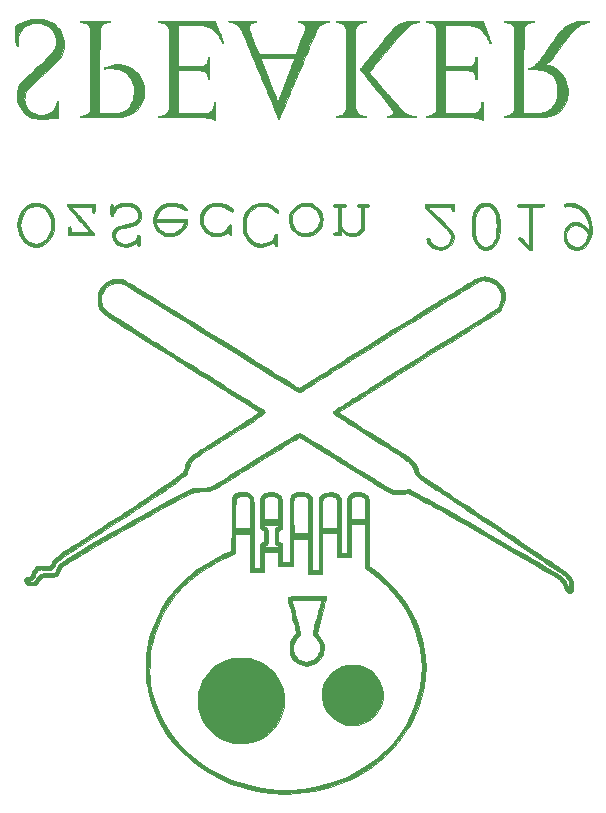
<source format=gbo>
G04 #@! TF.FileFunction,Legend,Bot*
%FSLAX46Y46*%
G04 Gerber Fmt 4.6, Leading zero omitted, Abs format (unit mm)*
G04 Created by KiCad (PCBNEW 4.0.7-e2-6376~58~ubuntu16.04.1) date Mon Apr 29 13:49:54 2019*
%MOMM*%
%LPD*%
G01*
G04 APERTURE LIST*
%ADD10C,0.100000*%
%ADD11C,0.010000*%
%ADD12C,0.150000*%
%ADD13R,2.100000X2.100000*%
%ADD14O,2.100000X2.100000*%
%ADD15C,1.850000*%
%ADD16O,2.300000X1.600000*%
%ADD17C,1.924000*%
G04 APERTURE END LIST*
D10*
D11*
G36*
X170290044Y-45016385D02*
X170432678Y-45000587D01*
X170555568Y-44965748D01*
X170691042Y-44905663D01*
X170693272Y-44904569D01*
X170965084Y-44726639D01*
X171206023Y-44481538D01*
X171405530Y-44184290D01*
X171553047Y-43849916D01*
X171623817Y-43580602D01*
X171652536Y-43308538D01*
X171648419Y-43006658D01*
X171614042Y-42709663D01*
X171551978Y-42452252D01*
X171536964Y-42409878D01*
X171384185Y-42099805D01*
X171178700Y-41822120D01*
X170935107Y-41592182D01*
X170668003Y-41425347D01*
X170557738Y-41379683D01*
X170374282Y-41339368D01*
X170144912Y-41323212D01*
X169904771Y-41330912D01*
X169689001Y-41362166D01*
X169597211Y-41387939D01*
X169448004Y-41465068D01*
X169273385Y-41591960D01*
X169096101Y-41748745D01*
X168938900Y-41915552D01*
X168837042Y-42051984D01*
X168673995Y-42385669D01*
X168574737Y-42757828D01*
X168539874Y-43150576D01*
X168543714Y-43200973D01*
X168788971Y-43200973D01*
X168818323Y-42841956D01*
X168915951Y-42491074D01*
X169082298Y-42160546D01*
X169253323Y-41932332D01*
X169467045Y-41750076D01*
X169724041Y-41628946D01*
X170005537Y-41572460D01*
X170292759Y-41584136D01*
X170566935Y-41667492D01*
X170594921Y-41680904D01*
X170852082Y-41854577D01*
X171066329Y-42090819D01*
X171232619Y-42376474D01*
X171345906Y-42698385D01*
X171401147Y-43043396D01*
X171393296Y-43398350D01*
X171347834Y-43644623D01*
X171229230Y-43976969D01*
X171062657Y-44257053D01*
X170857121Y-44481146D01*
X170621627Y-44645518D01*
X170365179Y-44746439D01*
X170096784Y-44780178D01*
X169825446Y-44743006D01*
X169560171Y-44631192D01*
X169345466Y-44474036D01*
X169106143Y-44204658D01*
X168933324Y-43894543D01*
X168827452Y-43555909D01*
X168788971Y-43200973D01*
X168543714Y-43200973D01*
X168570011Y-43546027D01*
X168665755Y-43926295D01*
X168765594Y-44161088D01*
X168905697Y-44378441D01*
X169096105Y-44593841D01*
X169310713Y-44781331D01*
X169523419Y-44914951D01*
X169523834Y-44915151D01*
X169657846Y-44970497D01*
X169794857Y-45002484D01*
X169966279Y-45016838D01*
X170095334Y-45019350D01*
X170290044Y-45016385D01*
X170290044Y-45016385D01*
G37*
X170290044Y-45016385D02*
X170432678Y-45000587D01*
X170555568Y-44965748D01*
X170691042Y-44905663D01*
X170693272Y-44904569D01*
X170965084Y-44726639D01*
X171206023Y-44481538D01*
X171405530Y-44184290D01*
X171553047Y-43849916D01*
X171623817Y-43580602D01*
X171652536Y-43308538D01*
X171648419Y-43006658D01*
X171614042Y-42709663D01*
X171551978Y-42452252D01*
X171536964Y-42409878D01*
X171384185Y-42099805D01*
X171178700Y-41822120D01*
X170935107Y-41592182D01*
X170668003Y-41425347D01*
X170557738Y-41379683D01*
X170374282Y-41339368D01*
X170144912Y-41323212D01*
X169904771Y-41330912D01*
X169689001Y-41362166D01*
X169597211Y-41387939D01*
X169448004Y-41465068D01*
X169273385Y-41591960D01*
X169096101Y-41748745D01*
X168938900Y-41915552D01*
X168837042Y-42051984D01*
X168673995Y-42385669D01*
X168574737Y-42757828D01*
X168539874Y-43150576D01*
X168543714Y-43200973D01*
X168788971Y-43200973D01*
X168818323Y-42841956D01*
X168915951Y-42491074D01*
X169082298Y-42160546D01*
X169253323Y-41932332D01*
X169467045Y-41750076D01*
X169724041Y-41628946D01*
X170005537Y-41572460D01*
X170292759Y-41584136D01*
X170566935Y-41667492D01*
X170594921Y-41680904D01*
X170852082Y-41854577D01*
X171066329Y-42090819D01*
X171232619Y-42376474D01*
X171345906Y-42698385D01*
X171401147Y-43043396D01*
X171393296Y-43398350D01*
X171347834Y-43644623D01*
X171229230Y-43976969D01*
X171062657Y-44257053D01*
X170857121Y-44481146D01*
X170621627Y-44645518D01*
X170365179Y-44746439D01*
X170096784Y-44780178D01*
X169825446Y-44743006D01*
X169560171Y-44631192D01*
X169345466Y-44474036D01*
X169106143Y-44204658D01*
X168933324Y-43894543D01*
X168827452Y-43555909D01*
X168788971Y-43200973D01*
X168543714Y-43200973D01*
X168570011Y-43546027D01*
X168665755Y-43926295D01*
X168765594Y-44161088D01*
X168905697Y-44378441D01*
X169096105Y-44593841D01*
X169310713Y-44781331D01*
X169523419Y-44914951D01*
X169523834Y-44915151D01*
X169657846Y-44970497D01*
X169794857Y-45002484D01*
X169966279Y-45016838D01*
X170095334Y-45019350D01*
X170290044Y-45016385D01*
G36*
X178036094Y-44993228D02*
X178334027Y-44880808D01*
X178450761Y-44810769D01*
X178561742Y-44737745D01*
X178620190Y-44710985D01*
X178642900Y-44728152D01*
X178646667Y-44783484D01*
X178678394Y-44878505D01*
X178753469Y-44939306D01*
X178838068Y-44942346D01*
X178867391Y-44917907D01*
X178885473Y-44862031D01*
X178893947Y-44760025D01*
X178894447Y-44597198D01*
X178891524Y-44461360D01*
X178885603Y-44260620D01*
X178877997Y-44129632D01*
X178864898Y-44053507D01*
X178842501Y-44017357D01*
X178807002Y-44006292D01*
X178775006Y-44005500D01*
X178705977Y-44017960D01*
X178665116Y-44070154D01*
X178635151Y-44184307D01*
X178634838Y-44185890D01*
X178555684Y-44384032D01*
X178413130Y-44546350D01*
X178222067Y-44669253D01*
X177997385Y-44749150D01*
X177753974Y-44782451D01*
X177506725Y-44765566D01*
X177270527Y-44694905D01*
X177060272Y-44566877D01*
X177059017Y-44565844D01*
X176895614Y-44388725D01*
X176805991Y-44193844D01*
X176793016Y-43992983D01*
X176859557Y-43797925D01*
X176868438Y-43782864D01*
X176976575Y-43649702D01*
X177127201Y-43546256D01*
X177335499Y-43464139D01*
X177542059Y-43410758D01*
X177900274Y-43325105D01*
X178209976Y-43238076D01*
X178461476Y-43152843D01*
X178645085Y-43072580D01*
X178725006Y-43023385D01*
X178886860Y-42850226D01*
X178986576Y-42636064D01*
X179024100Y-42397461D01*
X178999377Y-42150983D01*
X178912354Y-41913193D01*
X178762975Y-41700655D01*
X178729460Y-41666358D01*
X178547072Y-41516312D01*
X178350140Y-41415641D01*
X178117176Y-41356583D01*
X177826691Y-41331375D01*
X177800000Y-41330579D01*
X177611541Y-41329474D01*
X177444786Y-41335430D01*
X177325113Y-41347247D01*
X177292000Y-41354599D01*
X177118027Y-41425275D01*
X176946286Y-41517571D01*
X176808517Y-41613390D01*
X176762834Y-41656358D01*
X176678167Y-41750391D01*
X176657000Y-41612330D01*
X176619453Y-41497949D01*
X176558505Y-41425111D01*
X176491659Y-41407669D01*
X176444777Y-41444334D01*
X176427561Y-41511888D01*
X176413846Y-41642598D01*
X176405427Y-41814971D01*
X176403648Y-41936567D01*
X176406469Y-42147671D01*
X176416956Y-42288851D01*
X176437007Y-42374653D01*
X176466500Y-42418000D01*
X176545344Y-42441137D01*
X176616677Y-42399124D01*
X176655363Y-42309627D01*
X176657000Y-42284131D01*
X176686910Y-42154980D01*
X176763961Y-42004915D01*
X176869139Y-41865856D01*
X176950680Y-41791149D01*
X177200978Y-41655231D01*
X177497428Y-41583991D01*
X177715334Y-41571334D01*
X178026474Y-41600266D01*
X178292641Y-41683098D01*
X178506581Y-41813885D01*
X178661039Y-41986684D01*
X178748763Y-42195549D01*
X178762959Y-42429882D01*
X178739492Y-42573282D01*
X178689315Y-42678284D01*
X178592005Y-42785305D01*
X178575542Y-42800808D01*
X178505262Y-42861773D01*
X178432104Y-42910531D01*
X178340605Y-42952942D01*
X178215301Y-42994865D01*
X178040728Y-43042163D01*
X177801422Y-43100695D01*
X177755162Y-43111715D01*
X177516343Y-43171949D01*
X177293588Y-43234435D01*
X177106024Y-43293352D01*
X176972779Y-43342879D01*
X176933419Y-43361783D01*
X176736245Y-43515029D01*
X176605438Y-43706043D01*
X176539676Y-43921736D01*
X176537633Y-44149018D01*
X176597988Y-44374803D01*
X176719415Y-44586000D01*
X176900592Y-44769521D01*
X177087716Y-44887641D01*
X177395844Y-44997609D01*
X177717668Y-45032483D01*
X178036094Y-44993228D01*
X178036094Y-44993228D01*
G37*
X178036094Y-44993228D02*
X178334027Y-44880808D01*
X178450761Y-44810769D01*
X178561742Y-44737745D01*
X178620190Y-44710985D01*
X178642900Y-44728152D01*
X178646667Y-44783484D01*
X178678394Y-44878505D01*
X178753469Y-44939306D01*
X178838068Y-44942346D01*
X178867391Y-44917907D01*
X178885473Y-44862031D01*
X178893947Y-44760025D01*
X178894447Y-44597198D01*
X178891524Y-44461360D01*
X178885603Y-44260620D01*
X178877997Y-44129632D01*
X178864898Y-44053507D01*
X178842501Y-44017357D01*
X178807002Y-44006292D01*
X178775006Y-44005500D01*
X178705977Y-44017960D01*
X178665116Y-44070154D01*
X178635151Y-44184307D01*
X178634838Y-44185890D01*
X178555684Y-44384032D01*
X178413130Y-44546350D01*
X178222067Y-44669253D01*
X177997385Y-44749150D01*
X177753974Y-44782451D01*
X177506725Y-44765566D01*
X177270527Y-44694905D01*
X177060272Y-44566877D01*
X177059017Y-44565844D01*
X176895614Y-44388725D01*
X176805991Y-44193844D01*
X176793016Y-43992983D01*
X176859557Y-43797925D01*
X176868438Y-43782864D01*
X176976575Y-43649702D01*
X177127201Y-43546256D01*
X177335499Y-43464139D01*
X177542059Y-43410758D01*
X177900274Y-43325105D01*
X178209976Y-43238076D01*
X178461476Y-43152843D01*
X178645085Y-43072580D01*
X178725006Y-43023385D01*
X178886860Y-42850226D01*
X178986576Y-42636064D01*
X179024100Y-42397461D01*
X178999377Y-42150983D01*
X178912354Y-41913193D01*
X178762975Y-41700655D01*
X178729460Y-41666358D01*
X178547072Y-41516312D01*
X178350140Y-41415641D01*
X178117176Y-41356583D01*
X177826691Y-41331375D01*
X177800000Y-41330579D01*
X177611541Y-41329474D01*
X177444786Y-41335430D01*
X177325113Y-41347247D01*
X177292000Y-41354599D01*
X177118027Y-41425275D01*
X176946286Y-41517571D01*
X176808517Y-41613390D01*
X176762834Y-41656358D01*
X176678167Y-41750391D01*
X176657000Y-41612330D01*
X176619453Y-41497949D01*
X176558505Y-41425111D01*
X176491659Y-41407669D01*
X176444777Y-41444334D01*
X176427561Y-41511888D01*
X176413846Y-41642598D01*
X176405427Y-41814971D01*
X176403648Y-41936567D01*
X176406469Y-42147671D01*
X176416956Y-42288851D01*
X176437007Y-42374653D01*
X176466500Y-42418000D01*
X176545344Y-42441137D01*
X176616677Y-42399124D01*
X176655363Y-42309627D01*
X176657000Y-42284131D01*
X176686910Y-42154980D01*
X176763961Y-42004915D01*
X176869139Y-41865856D01*
X176950680Y-41791149D01*
X177200978Y-41655231D01*
X177497428Y-41583991D01*
X177715334Y-41571334D01*
X178026474Y-41600266D01*
X178292641Y-41683098D01*
X178506581Y-41813885D01*
X178661039Y-41986684D01*
X178748763Y-42195549D01*
X178762959Y-42429882D01*
X178739492Y-42573282D01*
X178689315Y-42678284D01*
X178592005Y-42785305D01*
X178575542Y-42800808D01*
X178505262Y-42861773D01*
X178432104Y-42910531D01*
X178340605Y-42952942D01*
X178215301Y-42994865D01*
X178040728Y-43042163D01*
X177801422Y-43100695D01*
X177755162Y-43111715D01*
X177516343Y-43171949D01*
X177293588Y-43234435D01*
X177106024Y-43293352D01*
X176972779Y-43342879D01*
X176933419Y-43361783D01*
X176736245Y-43515029D01*
X176605438Y-43706043D01*
X176539676Y-43921736D01*
X176537633Y-44149018D01*
X176597988Y-44374803D01*
X176719415Y-44586000D01*
X176900592Y-44769521D01*
X177087716Y-44887641D01*
X177395844Y-44997609D01*
X177717668Y-45032483D01*
X178036094Y-44993228D01*
G36*
X181751494Y-44115472D02*
X182005190Y-44061529D01*
X182223520Y-43960596D01*
X182428249Y-43804537D01*
X182502387Y-43733720D01*
X182676656Y-43531015D01*
X182796256Y-43316667D01*
X182873720Y-43063987D01*
X182906533Y-42873084D01*
X182933842Y-42672000D01*
X180297667Y-42672000D01*
X180298080Y-42576750D01*
X180326739Y-42436722D01*
X180401676Y-42265678D01*
X180507842Y-42090970D01*
X180630184Y-41939951D01*
X180669495Y-41901812D01*
X180845976Y-41757683D01*
X181010302Y-41664473D01*
X181192485Y-41610181D01*
X181422540Y-41582808D01*
X181475432Y-41579589D01*
X181878147Y-41592852D01*
X182243615Y-41677318D01*
X182565395Y-41831494D01*
X182566338Y-41832092D01*
X182720816Y-41913682D01*
X182823082Y-41929127D01*
X182873783Y-41878422D01*
X182880000Y-41828817D01*
X182840448Y-41737362D01*
X182729219Y-41636421D01*
X182557456Y-41534099D01*
X182350834Y-41443924D01*
X182170207Y-41388710D01*
X181963461Y-41353254D01*
X181703922Y-41333248D01*
X181652334Y-41331062D01*
X181441490Y-41325236D01*
X181289898Y-41328940D01*
X181172391Y-41345230D01*
X181063803Y-41377164D01*
X180971878Y-41413725D01*
X180653687Y-41586941D01*
X180397386Y-41813491D01*
X180296251Y-41939691D01*
X180159865Y-42169015D01*
X180079004Y-42411160D01*
X180045630Y-42693424D01*
X180043667Y-42797561D01*
X180049089Y-42986630D01*
X180055392Y-43027763D01*
X180296811Y-43027763D01*
X180315763Y-42986722D01*
X180372210Y-42958427D01*
X180474056Y-42940530D01*
X180629206Y-42930686D01*
X180845564Y-42926547D01*
X181131036Y-42925767D01*
X181480045Y-42926000D01*
X182662423Y-42926000D01*
X182624977Y-43056568D01*
X182504717Y-43332909D01*
X182322902Y-43560494D01*
X182090884Y-43733619D01*
X181820011Y-43846578D01*
X181521634Y-43893666D01*
X181207103Y-43869180D01*
X181073533Y-43836363D01*
X180852835Y-43735209D01*
X180640836Y-43575915D01*
X180465952Y-43382679D01*
X180385879Y-43250825D01*
X180339774Y-43157468D01*
X180307450Y-43083896D01*
X180296811Y-43027763D01*
X180055392Y-43027763D01*
X180071061Y-43130016D01*
X180118146Y-43266326D01*
X180173864Y-43384691D01*
X180356072Y-43659878D01*
X180602209Y-43881792D01*
X180872539Y-44034624D01*
X181015823Y-44087894D01*
X181171692Y-44117842D01*
X181371361Y-44129738D01*
X181440667Y-44130558D01*
X181751494Y-44115472D01*
X181751494Y-44115472D01*
G37*
X181751494Y-44115472D02*
X182005190Y-44061529D01*
X182223520Y-43960596D01*
X182428249Y-43804537D01*
X182502387Y-43733720D01*
X182676656Y-43531015D01*
X182796256Y-43316667D01*
X182873720Y-43063987D01*
X182906533Y-42873084D01*
X182933842Y-42672000D01*
X180297667Y-42672000D01*
X180298080Y-42576750D01*
X180326739Y-42436722D01*
X180401676Y-42265678D01*
X180507842Y-42090970D01*
X180630184Y-41939951D01*
X180669495Y-41901812D01*
X180845976Y-41757683D01*
X181010302Y-41664473D01*
X181192485Y-41610181D01*
X181422540Y-41582808D01*
X181475432Y-41579589D01*
X181878147Y-41592852D01*
X182243615Y-41677318D01*
X182565395Y-41831494D01*
X182566338Y-41832092D01*
X182720816Y-41913682D01*
X182823082Y-41929127D01*
X182873783Y-41878422D01*
X182880000Y-41828817D01*
X182840448Y-41737362D01*
X182729219Y-41636421D01*
X182557456Y-41534099D01*
X182350834Y-41443924D01*
X182170207Y-41388710D01*
X181963461Y-41353254D01*
X181703922Y-41333248D01*
X181652334Y-41331062D01*
X181441490Y-41325236D01*
X181289898Y-41328940D01*
X181172391Y-41345230D01*
X181063803Y-41377164D01*
X180971878Y-41413725D01*
X180653687Y-41586941D01*
X180397386Y-41813491D01*
X180296251Y-41939691D01*
X180159865Y-42169015D01*
X180079004Y-42411160D01*
X180045630Y-42693424D01*
X180043667Y-42797561D01*
X180049089Y-42986630D01*
X180055392Y-43027763D01*
X180296811Y-43027763D01*
X180315763Y-42986722D01*
X180372210Y-42958427D01*
X180474056Y-42940530D01*
X180629206Y-42930686D01*
X180845564Y-42926547D01*
X181131036Y-42925767D01*
X181480045Y-42926000D01*
X182662423Y-42926000D01*
X182624977Y-43056568D01*
X182504717Y-43332909D01*
X182322902Y-43560494D01*
X182090884Y-43733619D01*
X181820011Y-43846578D01*
X181521634Y-43893666D01*
X181207103Y-43869180D01*
X181073533Y-43836363D01*
X180852835Y-43735209D01*
X180640836Y-43575915D01*
X180465952Y-43382679D01*
X180385879Y-43250825D01*
X180339774Y-43157468D01*
X180307450Y-43083896D01*
X180296811Y-43027763D01*
X180055392Y-43027763D01*
X180071061Y-43130016D01*
X180118146Y-43266326D01*
X180173864Y-43384691D01*
X180356072Y-43659878D01*
X180602209Y-43881792D01*
X180872539Y-44034624D01*
X181015823Y-44087894D01*
X181171692Y-44117842D01*
X181371361Y-44129738D01*
X181440667Y-44130558D01*
X181751494Y-44115472D01*
G36*
X185696764Y-44115812D02*
X185940318Y-44065394D01*
X186154157Y-43971369D01*
X186274809Y-43893869D01*
X186354659Y-43839857D01*
X186387178Y-43835063D01*
X186393632Y-43879082D01*
X186393667Y-43891601D01*
X186424992Y-43988315D01*
X186499506Y-44050056D01*
X186585117Y-44053327D01*
X186615055Y-44028296D01*
X186633201Y-43971130D01*
X186641303Y-43866793D01*
X186641108Y-43700252D01*
X186638573Y-43593508D01*
X186632041Y-43397670D01*
X186623080Y-43270815D01*
X186608016Y-43197268D01*
X186583176Y-43161352D01*
X186544884Y-43147394D01*
X186533592Y-43145613D01*
X186467692Y-43152246D01*
X186424620Y-43208994D01*
X186397058Y-43293780D01*
X186327526Y-43478246D01*
X186222036Y-43614152D01*
X186059099Y-43726895D01*
X186007592Y-43754072D01*
X185734623Y-43852550D01*
X185441600Y-43889732D01*
X185149717Y-43867224D01*
X184880170Y-43786636D01*
X184656577Y-43651590D01*
X184550729Y-43542406D01*
X184440661Y-43396146D01*
X184382076Y-43300886D01*
X184318817Y-43176310D01*
X184281375Y-43066531D01*
X184263302Y-42941041D01*
X184258152Y-42769331D01*
X184258131Y-42714334D01*
X184274076Y-42446086D01*
X184327258Y-42233732D01*
X184428153Y-42052840D01*
X184587233Y-41878981D01*
X184634638Y-41836110D01*
X184823344Y-41699906D01*
X185030013Y-41615850D01*
X185275281Y-41578012D01*
X185533285Y-41577941D01*
X185744859Y-41596354D01*
X185916257Y-41635302D01*
X186091422Y-41705725D01*
X186139667Y-41728900D01*
X186299513Y-41813583D01*
X186447307Y-41902349D01*
X186544868Y-41971271D01*
X186635768Y-42037587D01*
X186696861Y-42050721D01*
X186750978Y-42022913D01*
X186802052Y-41966728D01*
X186784247Y-41899293D01*
X186775165Y-41884196D01*
X186675939Y-41773360D01*
X186519959Y-41652412D01*
X186331207Y-41536745D01*
X186133662Y-41441754D01*
X186024125Y-41402080D01*
X185802469Y-41352379D01*
X185549118Y-41324882D01*
X185293128Y-41320276D01*
X185063557Y-41339243D01*
X184907017Y-41375778D01*
X184595679Y-41528004D01*
X184344677Y-41738377D01*
X184157487Y-42002314D01*
X184037584Y-42315230D01*
X183993820Y-42580306D01*
X184003098Y-42931904D01*
X184087440Y-43259303D01*
X184240994Y-43552216D01*
X184457910Y-43800355D01*
X184732336Y-43993434D01*
X184822976Y-44038171D01*
X184959890Y-44087331D01*
X185118541Y-44115885D01*
X185326133Y-44128135D01*
X185398834Y-44129248D01*
X185696764Y-44115812D01*
X185696764Y-44115812D01*
G37*
X185696764Y-44115812D02*
X185940318Y-44065394D01*
X186154157Y-43971369D01*
X186274809Y-43893869D01*
X186354659Y-43839857D01*
X186387178Y-43835063D01*
X186393632Y-43879082D01*
X186393667Y-43891601D01*
X186424992Y-43988315D01*
X186499506Y-44050056D01*
X186585117Y-44053327D01*
X186615055Y-44028296D01*
X186633201Y-43971130D01*
X186641303Y-43866793D01*
X186641108Y-43700252D01*
X186638573Y-43593508D01*
X186632041Y-43397670D01*
X186623080Y-43270815D01*
X186608016Y-43197268D01*
X186583176Y-43161352D01*
X186544884Y-43147394D01*
X186533592Y-43145613D01*
X186467692Y-43152246D01*
X186424620Y-43208994D01*
X186397058Y-43293780D01*
X186327526Y-43478246D01*
X186222036Y-43614152D01*
X186059099Y-43726895D01*
X186007592Y-43754072D01*
X185734623Y-43852550D01*
X185441600Y-43889732D01*
X185149717Y-43867224D01*
X184880170Y-43786636D01*
X184656577Y-43651590D01*
X184550729Y-43542406D01*
X184440661Y-43396146D01*
X184382076Y-43300886D01*
X184318817Y-43176310D01*
X184281375Y-43066531D01*
X184263302Y-42941041D01*
X184258152Y-42769331D01*
X184258131Y-42714334D01*
X184274076Y-42446086D01*
X184327258Y-42233732D01*
X184428153Y-42052840D01*
X184587233Y-41878981D01*
X184634638Y-41836110D01*
X184823344Y-41699906D01*
X185030013Y-41615850D01*
X185275281Y-41578012D01*
X185533285Y-41577941D01*
X185744859Y-41596354D01*
X185916257Y-41635302D01*
X186091422Y-41705725D01*
X186139667Y-41728900D01*
X186299513Y-41813583D01*
X186447307Y-41902349D01*
X186544868Y-41971271D01*
X186635768Y-42037587D01*
X186696861Y-42050721D01*
X186750978Y-42022913D01*
X186802052Y-41966728D01*
X186784247Y-41899293D01*
X186775165Y-41884196D01*
X186675939Y-41773360D01*
X186519959Y-41652412D01*
X186331207Y-41536745D01*
X186133662Y-41441754D01*
X186024125Y-41402080D01*
X185802469Y-41352379D01*
X185549118Y-41324882D01*
X185293128Y-41320276D01*
X185063557Y-41339243D01*
X184907017Y-41375778D01*
X184595679Y-41528004D01*
X184344677Y-41738377D01*
X184157487Y-42002314D01*
X184037584Y-42315230D01*
X183993820Y-42580306D01*
X184003098Y-42931904D01*
X184087440Y-43259303D01*
X184240994Y-43552216D01*
X184457910Y-43800355D01*
X184732336Y-43993434D01*
X184822976Y-44038171D01*
X184959890Y-44087331D01*
X185118541Y-44115885D01*
X185326133Y-44128135D01*
X185398834Y-44129248D01*
X185696764Y-44115812D01*
G36*
X189165610Y-45018873D02*
X189500396Y-44994911D01*
X189781728Y-44923917D01*
X190030356Y-44799625D01*
X190135170Y-44726109D01*
X190288334Y-44609285D01*
X190288334Y-44736126D01*
X190313885Y-44856770D01*
X190378891Y-44933375D01*
X190465875Y-44946918D01*
X190478294Y-44942899D01*
X190509587Y-44890560D01*
X190531709Y-44775125D01*
X190544650Y-44617666D01*
X190548398Y-44439258D01*
X190542943Y-44260974D01*
X190528271Y-44103886D01*
X190504373Y-43989069D01*
X190478834Y-43942000D01*
X190400059Y-43918323D01*
X190329664Y-43960996D01*
X190290458Y-44052939D01*
X190288175Y-44084767D01*
X190248508Y-44238251D01*
X190139784Y-44392369D01*
X189976637Y-44534926D01*
X189773698Y-44653724D01*
X189545600Y-44736565D01*
X189491001Y-44749275D01*
X189154331Y-44779329D01*
X188836879Y-44729486D01*
X188546548Y-44603754D01*
X188291242Y-44406144D01*
X188078866Y-44140664D01*
X187994392Y-43990096D01*
X187954943Y-43902819D01*
X187927768Y-43815625D01*
X187910631Y-43710395D01*
X187901295Y-43569008D01*
X187897522Y-43373344D01*
X187896992Y-43201167D01*
X187898239Y-42958951D01*
X187903495Y-42783188D01*
X187915034Y-42655686D01*
X187935129Y-42558250D01*
X187966053Y-42472684D01*
X187995989Y-42408842D01*
X188177383Y-42123815D01*
X188411881Y-41879813D01*
X188643455Y-41718074D01*
X188755791Y-41659668D01*
X188854011Y-41622796D01*
X188963414Y-41602570D01*
X189109296Y-41594104D01*
X189293500Y-41592500D01*
X189522948Y-41597250D01*
X189697468Y-41618109D01*
X189841772Y-41664992D01*
X189980573Y-41747816D01*
X190138584Y-41876494D01*
X190248265Y-41975582D01*
X190410650Y-42109891D01*
X190527943Y-42172842D01*
X190600035Y-42164405D01*
X190626816Y-42084553D01*
X190627000Y-42073859D01*
X190592458Y-41977368D01*
X190499488Y-41855722D01*
X190364074Y-41724154D01*
X190202202Y-41597898D01*
X190029856Y-41492186D01*
X190001496Y-41477763D01*
X189849753Y-41408659D01*
X189717056Y-41365975D01*
X189570606Y-41342337D01*
X189377603Y-41330367D01*
X189340140Y-41329040D01*
X189073010Y-41330271D01*
X188874154Y-41353314D01*
X188800071Y-41373916D01*
X188471817Y-41537299D01*
X188174839Y-41764703D01*
X187926789Y-42040062D01*
X187755956Y-42324102D01*
X187711175Y-42424796D01*
X187680015Y-42515578D01*
X187660022Y-42614963D01*
X187648743Y-42741465D01*
X187643723Y-42913600D01*
X187642507Y-43149881D01*
X187642500Y-43180000D01*
X187642500Y-43793834D01*
X187795182Y-44113532D01*
X187937196Y-44379049D01*
X188084347Y-44579878D01*
X188254163Y-44735087D01*
X188464169Y-44863745D01*
X188502482Y-44883047D01*
X188648351Y-44950937D01*
X188767734Y-44991937D01*
X188891987Y-45012468D01*
X189052464Y-45018953D01*
X189165610Y-45018873D01*
X189165610Y-45018873D01*
G37*
X189165610Y-45018873D02*
X189500396Y-44994911D01*
X189781728Y-44923917D01*
X190030356Y-44799625D01*
X190135170Y-44726109D01*
X190288334Y-44609285D01*
X190288334Y-44736126D01*
X190313885Y-44856770D01*
X190378891Y-44933375D01*
X190465875Y-44946918D01*
X190478294Y-44942899D01*
X190509587Y-44890560D01*
X190531709Y-44775125D01*
X190544650Y-44617666D01*
X190548398Y-44439258D01*
X190542943Y-44260974D01*
X190528271Y-44103886D01*
X190504373Y-43989069D01*
X190478834Y-43942000D01*
X190400059Y-43918323D01*
X190329664Y-43960996D01*
X190290458Y-44052939D01*
X190288175Y-44084767D01*
X190248508Y-44238251D01*
X190139784Y-44392369D01*
X189976637Y-44534926D01*
X189773698Y-44653724D01*
X189545600Y-44736565D01*
X189491001Y-44749275D01*
X189154331Y-44779329D01*
X188836879Y-44729486D01*
X188546548Y-44603754D01*
X188291242Y-44406144D01*
X188078866Y-44140664D01*
X187994392Y-43990096D01*
X187954943Y-43902819D01*
X187927768Y-43815625D01*
X187910631Y-43710395D01*
X187901295Y-43569008D01*
X187897522Y-43373344D01*
X187896992Y-43201167D01*
X187898239Y-42958951D01*
X187903495Y-42783188D01*
X187915034Y-42655686D01*
X187935129Y-42558250D01*
X187966053Y-42472684D01*
X187995989Y-42408842D01*
X188177383Y-42123815D01*
X188411881Y-41879813D01*
X188643455Y-41718074D01*
X188755791Y-41659668D01*
X188854011Y-41622796D01*
X188963414Y-41602570D01*
X189109296Y-41594104D01*
X189293500Y-41592500D01*
X189522948Y-41597250D01*
X189697468Y-41618109D01*
X189841772Y-41664992D01*
X189980573Y-41747816D01*
X190138584Y-41876494D01*
X190248265Y-41975582D01*
X190410650Y-42109891D01*
X190527943Y-42172842D01*
X190600035Y-42164405D01*
X190626816Y-42084553D01*
X190627000Y-42073859D01*
X190592458Y-41977368D01*
X190499488Y-41855722D01*
X190364074Y-41724154D01*
X190202202Y-41597898D01*
X190029856Y-41492186D01*
X190001496Y-41477763D01*
X189849753Y-41408659D01*
X189717056Y-41365975D01*
X189570606Y-41342337D01*
X189377603Y-41330367D01*
X189340140Y-41329040D01*
X189073010Y-41330271D01*
X188874154Y-41353314D01*
X188800071Y-41373916D01*
X188471817Y-41537299D01*
X188174839Y-41764703D01*
X187926789Y-42040062D01*
X187755956Y-42324102D01*
X187711175Y-42424796D01*
X187680015Y-42515578D01*
X187660022Y-42614963D01*
X187648743Y-42741465D01*
X187643723Y-42913600D01*
X187642507Y-43149881D01*
X187642500Y-43180000D01*
X187642500Y-43793834D01*
X187795182Y-44113532D01*
X187937196Y-44379049D01*
X188084347Y-44579878D01*
X188254163Y-44735087D01*
X188464169Y-44863745D01*
X188502482Y-44883047D01*
X188648351Y-44950937D01*
X188767734Y-44991937D01*
X188891987Y-45012468D01*
X189052464Y-45018953D01*
X189165610Y-45018873D01*
G36*
X193241930Y-44115730D02*
X193517471Y-44036878D01*
X193549932Y-44022387D01*
X193820975Y-43866645D01*
X194031642Y-43674716D01*
X194204978Y-43424863D01*
X194228360Y-43382575D01*
X194298287Y-43245839D01*
X194340939Y-43133907D01*
X194363018Y-43016655D01*
X194371224Y-42863957D01*
X194372288Y-42735500D01*
X194352539Y-42422648D01*
X194287088Y-42165574D01*
X194168034Y-41944297D01*
X193987480Y-41738839D01*
X193972793Y-41724962D01*
X193765066Y-41549367D01*
X193570661Y-41433731D01*
X193360569Y-41366051D01*
X193105787Y-41334318D01*
X193018834Y-41330105D01*
X192753606Y-41330635D01*
X192556488Y-41353325D01*
X192484683Y-41373361D01*
X192180990Y-41528186D01*
X191917005Y-41745217D01*
X191709204Y-42009323D01*
X191629464Y-42158819D01*
X191559087Y-42393504D01*
X191532418Y-42668362D01*
X191537436Y-42754168D01*
X191778129Y-42754168D01*
X191806968Y-42453980D01*
X191915766Y-42177237D01*
X192102632Y-41929423D01*
X192278000Y-41776751D01*
X192433972Y-41675904D01*
X192588249Y-41614956D01*
X192768185Y-41586894D01*
X193001136Y-41584704D01*
X193024027Y-41585477D01*
X193207619Y-41595879D01*
X193337985Y-41616798D01*
X193446541Y-41656771D01*
X193564706Y-41724333D01*
X193586739Y-41738360D01*
X193825000Y-41937909D01*
X194007923Y-42188389D01*
X194097518Y-42392375D01*
X194131305Y-42586844D01*
X194128274Y-42818383D01*
X194091703Y-43049491D01*
X194024870Y-43242667D01*
X194022859Y-43246648D01*
X193856877Y-43483776D01*
X193631628Y-43678362D01*
X193366834Y-43818339D01*
X193082218Y-43891644D01*
X192955334Y-43899667D01*
X192666915Y-43860292D01*
X192395822Y-43749762D01*
X192157540Y-43579474D01*
X191967552Y-43360823D01*
X191841344Y-43105205D01*
X191831141Y-43072318D01*
X191778129Y-42754168D01*
X191537436Y-42754168D01*
X191548969Y-42951350D01*
X191608250Y-43210427D01*
X191646993Y-43307000D01*
X191817681Y-43579498D01*
X192048364Y-43817639D01*
X192316067Y-43998490D01*
X192362667Y-44021450D01*
X192633699Y-44107991D01*
X192937063Y-44139426D01*
X193241930Y-44115730D01*
X193241930Y-44115730D01*
G37*
X193241930Y-44115730D02*
X193517471Y-44036878D01*
X193549932Y-44022387D01*
X193820975Y-43866645D01*
X194031642Y-43674716D01*
X194204978Y-43424863D01*
X194228360Y-43382575D01*
X194298287Y-43245839D01*
X194340939Y-43133907D01*
X194363018Y-43016655D01*
X194371224Y-42863957D01*
X194372288Y-42735500D01*
X194352539Y-42422648D01*
X194287088Y-42165574D01*
X194168034Y-41944297D01*
X193987480Y-41738839D01*
X193972793Y-41724962D01*
X193765066Y-41549367D01*
X193570661Y-41433731D01*
X193360569Y-41366051D01*
X193105787Y-41334318D01*
X193018834Y-41330105D01*
X192753606Y-41330635D01*
X192556488Y-41353325D01*
X192484683Y-41373361D01*
X192180990Y-41528186D01*
X191917005Y-41745217D01*
X191709204Y-42009323D01*
X191629464Y-42158819D01*
X191559087Y-42393504D01*
X191532418Y-42668362D01*
X191537436Y-42754168D01*
X191778129Y-42754168D01*
X191806968Y-42453980D01*
X191915766Y-42177237D01*
X192102632Y-41929423D01*
X192278000Y-41776751D01*
X192433972Y-41675904D01*
X192588249Y-41614956D01*
X192768185Y-41586894D01*
X193001136Y-41584704D01*
X193024027Y-41585477D01*
X193207619Y-41595879D01*
X193337985Y-41616798D01*
X193446541Y-41656771D01*
X193564706Y-41724333D01*
X193586739Y-41738360D01*
X193825000Y-41937909D01*
X194007923Y-42188389D01*
X194097518Y-42392375D01*
X194131305Y-42586844D01*
X194128274Y-42818383D01*
X194091703Y-43049491D01*
X194024870Y-43242667D01*
X194022859Y-43246648D01*
X193856877Y-43483776D01*
X193631628Y-43678362D01*
X193366834Y-43818339D01*
X193082218Y-43891644D01*
X192955334Y-43899667D01*
X192666915Y-43860292D01*
X192395822Y-43749762D01*
X192157540Y-43579474D01*
X191967552Y-43360823D01*
X191841344Y-43105205D01*
X191831141Y-43072318D01*
X191778129Y-42754168D01*
X191537436Y-42754168D01*
X191548969Y-42951350D01*
X191608250Y-43210427D01*
X191646993Y-43307000D01*
X191817681Y-43579498D01*
X192048364Y-43817639D01*
X192316067Y-43998490D01*
X192362667Y-44021450D01*
X192633699Y-44107991D01*
X192937063Y-44139426D01*
X193241930Y-44115730D01*
G36*
X208523626Y-45236683D02*
X208760342Y-45111031D01*
X208970366Y-44920257D01*
X209142768Y-44667323D01*
X209185465Y-44579885D01*
X209259964Y-44394018D01*
X209314125Y-44205814D01*
X209350102Y-43998568D01*
X209370054Y-43755574D01*
X209376136Y-43460126D01*
X209371589Y-43137868D01*
X209358949Y-42803778D01*
X209336710Y-42537115D01*
X209300796Y-42320818D01*
X209247134Y-42137827D01*
X209171648Y-41971082D01*
X209070265Y-41803525D01*
X209043451Y-41763943D01*
X208871929Y-41557174D01*
X208682938Y-41422397D01*
X208456125Y-41348509D01*
X208240762Y-41326035D01*
X208067188Y-41322770D01*
X207945092Y-41334022D01*
X207841613Y-41366839D01*
X207723893Y-41428268D01*
X207700296Y-41441949D01*
X207493502Y-41591354D01*
X207328878Y-41777836D01*
X207202941Y-42010000D01*
X207112205Y-42296448D01*
X207053186Y-42645785D01*
X207022399Y-43066614D01*
X207020500Y-43120321D01*
X207019894Y-43264667D01*
X207286976Y-43264667D01*
X207288624Y-42989037D01*
X207293089Y-42781978D01*
X207301956Y-42627404D01*
X207316812Y-42509230D01*
X207339242Y-42411370D01*
X207370834Y-42317737D01*
X207383601Y-42284870D01*
X207511891Y-42018268D01*
X207659730Y-41808715D01*
X207818055Y-41668363D01*
X207861759Y-41643745D01*
X208044209Y-41587562D01*
X208251150Y-41574598D01*
X208446622Y-41604400D01*
X208560847Y-41652555D01*
X208746599Y-41812116D01*
X208906939Y-42045584D01*
X209011328Y-42275991D01*
X209045298Y-42374493D01*
X209069940Y-42472143D01*
X209086728Y-42584859D01*
X209097139Y-42728563D01*
X209102648Y-42919175D01*
X209104732Y-43172614D01*
X209104930Y-43285834D01*
X209102306Y-43615072D01*
X209091769Y-43875594D01*
X209070145Y-44083217D01*
X209034263Y-44253756D01*
X208980951Y-44403030D01*
X208907036Y-44546856D01*
X208826154Y-44675862D01*
X208655719Y-44866799D01*
X208454174Y-44986252D01*
X208235686Y-45034284D01*
X208014420Y-45010956D01*
X207804541Y-44916329D01*
X207620216Y-44750466D01*
X207560871Y-44670365D01*
X207467219Y-44515871D01*
X207396840Y-44362991D01*
X207346705Y-44196183D01*
X207313787Y-43999910D01*
X207295059Y-43758629D01*
X207287491Y-43456803D01*
X207286976Y-43264667D01*
X207019894Y-43264667D01*
X207018564Y-43581281D01*
X207046336Y-43971278D01*
X207106265Y-44299503D01*
X207200794Y-44575150D01*
X207332371Y-44807412D01*
X207503443Y-45005481D01*
X207528353Y-45028870D01*
X207762578Y-45193308D01*
X208013817Y-45280783D01*
X208271141Y-45294254D01*
X208523626Y-45236683D01*
X208523626Y-45236683D01*
G37*
X208523626Y-45236683D02*
X208760342Y-45111031D01*
X208970366Y-44920257D01*
X209142768Y-44667323D01*
X209185465Y-44579885D01*
X209259964Y-44394018D01*
X209314125Y-44205814D01*
X209350102Y-43998568D01*
X209370054Y-43755574D01*
X209376136Y-43460126D01*
X209371589Y-43137868D01*
X209358949Y-42803778D01*
X209336710Y-42537115D01*
X209300796Y-42320818D01*
X209247134Y-42137827D01*
X209171648Y-41971082D01*
X209070265Y-41803525D01*
X209043451Y-41763943D01*
X208871929Y-41557174D01*
X208682938Y-41422397D01*
X208456125Y-41348509D01*
X208240762Y-41326035D01*
X208067188Y-41322770D01*
X207945092Y-41334022D01*
X207841613Y-41366839D01*
X207723893Y-41428268D01*
X207700296Y-41441949D01*
X207493502Y-41591354D01*
X207328878Y-41777836D01*
X207202941Y-42010000D01*
X207112205Y-42296448D01*
X207053186Y-42645785D01*
X207022399Y-43066614D01*
X207020500Y-43120321D01*
X207019894Y-43264667D01*
X207286976Y-43264667D01*
X207288624Y-42989037D01*
X207293089Y-42781978D01*
X207301956Y-42627404D01*
X207316812Y-42509230D01*
X207339242Y-42411370D01*
X207370834Y-42317737D01*
X207383601Y-42284870D01*
X207511891Y-42018268D01*
X207659730Y-41808715D01*
X207818055Y-41668363D01*
X207861759Y-41643745D01*
X208044209Y-41587562D01*
X208251150Y-41574598D01*
X208446622Y-41604400D01*
X208560847Y-41652555D01*
X208746599Y-41812116D01*
X208906939Y-42045584D01*
X209011328Y-42275991D01*
X209045298Y-42374493D01*
X209069940Y-42472143D01*
X209086728Y-42584859D01*
X209097139Y-42728563D01*
X209102648Y-42919175D01*
X209104732Y-43172614D01*
X209104930Y-43285834D01*
X209102306Y-43615072D01*
X209091769Y-43875594D01*
X209070145Y-44083217D01*
X209034263Y-44253756D01*
X208980951Y-44403030D01*
X208907036Y-44546856D01*
X208826154Y-44675862D01*
X208655719Y-44866799D01*
X208454174Y-44986252D01*
X208235686Y-45034284D01*
X208014420Y-45010956D01*
X207804541Y-44916329D01*
X207620216Y-44750466D01*
X207560871Y-44670365D01*
X207467219Y-44515871D01*
X207396840Y-44362991D01*
X207346705Y-44196183D01*
X207313787Y-43999910D01*
X207295059Y-43758629D01*
X207287491Y-43456803D01*
X207286976Y-43264667D01*
X207019894Y-43264667D01*
X207018564Y-43581281D01*
X207046336Y-43971278D01*
X207106265Y-44299503D01*
X207200794Y-44575150D01*
X207332371Y-44807412D01*
X207503443Y-45005481D01*
X207528353Y-45028870D01*
X207762578Y-45193308D01*
X208013817Y-45280783D01*
X208271141Y-45294254D01*
X208523626Y-45236683D01*
G36*
X215984260Y-45272412D02*
X216191073Y-45243209D01*
X216340411Y-45193512D01*
X216586016Y-45025747D01*
X216794760Y-44789415D01*
X216962000Y-44494244D01*
X217083093Y-44149965D01*
X217153396Y-43766307D01*
X217170000Y-43455167D01*
X217135369Y-43011266D01*
X217034235Y-42603867D01*
X216870738Y-42239523D01*
X216649016Y-41924788D01*
X216373208Y-41666212D01*
X216047453Y-41470350D01*
X215871490Y-41399474D01*
X215684478Y-41352587D01*
X215469818Y-41325423D01*
X215254550Y-41318769D01*
X215065712Y-41333412D01*
X214930344Y-41370142D01*
X214926708Y-41371938D01*
X214839856Y-41443285D01*
X214804022Y-41528866D01*
X214828015Y-41602082D01*
X214845804Y-41616224D01*
X214923907Y-41625529D01*
X214982326Y-41606357D01*
X215064353Y-41586485D01*
X215201266Y-41576243D01*
X215363610Y-41577815D01*
X215365607Y-41577916D01*
X215706276Y-41635348D01*
X216018354Y-41766351D01*
X216294905Y-41962647D01*
X216528990Y-42215956D01*
X216713672Y-42517999D01*
X216842014Y-42860496D01*
X216907076Y-43235168D01*
X216913780Y-43425501D01*
X216911466Y-43560007D01*
X216903566Y-43621347D01*
X216883810Y-43621018D01*
X216845929Y-43570518D01*
X216839696Y-43561381D01*
X216615530Y-43287403D01*
X216370632Y-43089145D01*
X216110218Y-42968561D01*
X215839504Y-42927605D01*
X215563705Y-42968232D01*
X215411437Y-43026198D01*
X215191351Y-43163786D01*
X215007365Y-43359819D01*
X214872126Y-43577237D01*
X214806848Y-43766513D01*
X214779108Y-43981957D01*
X215021830Y-43981957D01*
X215091854Y-43724972D01*
X215234161Y-43493468D01*
X215257234Y-43466924D01*
X215462355Y-43291200D01*
X215684973Y-43196092D01*
X215919711Y-43183003D01*
X216129518Y-43239387D01*
X216305011Y-43342654D01*
X216490403Y-43501930D01*
X216662243Y-43695402D01*
X216744173Y-43811114D01*
X216874637Y-44014425D01*
X216778902Y-44281486D01*
X216646149Y-44559765D01*
X216474705Y-44778559D01*
X216274613Y-44934874D01*
X216055916Y-45025715D01*
X215828656Y-45048087D01*
X215602875Y-44998994D01*
X215388615Y-44875443D01*
X215246838Y-44738370D01*
X215099185Y-44505399D01*
X215024229Y-44247680D01*
X215021830Y-43981957D01*
X214779108Y-43981957D01*
X214776529Y-44001986D01*
X214781272Y-44252692D01*
X214821181Y-44487670D01*
X214868662Y-44623118D01*
X214998518Y-44834953D01*
X215176821Y-45032175D01*
X215373942Y-45182842D01*
X215403254Y-45199427D01*
X215558809Y-45250720D01*
X215762992Y-45274983D01*
X215984260Y-45272412D01*
X215984260Y-45272412D01*
G37*
X215984260Y-45272412D02*
X216191073Y-45243209D01*
X216340411Y-45193512D01*
X216586016Y-45025747D01*
X216794760Y-44789415D01*
X216962000Y-44494244D01*
X217083093Y-44149965D01*
X217153396Y-43766307D01*
X217170000Y-43455167D01*
X217135369Y-43011266D01*
X217034235Y-42603867D01*
X216870738Y-42239523D01*
X216649016Y-41924788D01*
X216373208Y-41666212D01*
X216047453Y-41470350D01*
X215871490Y-41399474D01*
X215684478Y-41352587D01*
X215469818Y-41325423D01*
X215254550Y-41318769D01*
X215065712Y-41333412D01*
X214930344Y-41370142D01*
X214926708Y-41371938D01*
X214839856Y-41443285D01*
X214804022Y-41528866D01*
X214828015Y-41602082D01*
X214845804Y-41616224D01*
X214923907Y-41625529D01*
X214982326Y-41606357D01*
X215064353Y-41586485D01*
X215201266Y-41576243D01*
X215363610Y-41577815D01*
X215365607Y-41577916D01*
X215706276Y-41635348D01*
X216018354Y-41766351D01*
X216294905Y-41962647D01*
X216528990Y-42215956D01*
X216713672Y-42517999D01*
X216842014Y-42860496D01*
X216907076Y-43235168D01*
X216913780Y-43425501D01*
X216911466Y-43560007D01*
X216903566Y-43621347D01*
X216883810Y-43621018D01*
X216845929Y-43570518D01*
X216839696Y-43561381D01*
X216615530Y-43287403D01*
X216370632Y-43089145D01*
X216110218Y-42968561D01*
X215839504Y-42927605D01*
X215563705Y-42968232D01*
X215411437Y-43026198D01*
X215191351Y-43163786D01*
X215007365Y-43359819D01*
X214872126Y-43577237D01*
X214806848Y-43766513D01*
X214779108Y-43981957D01*
X215021830Y-43981957D01*
X215091854Y-43724972D01*
X215234161Y-43493468D01*
X215257234Y-43466924D01*
X215462355Y-43291200D01*
X215684973Y-43196092D01*
X215919711Y-43183003D01*
X216129518Y-43239387D01*
X216305011Y-43342654D01*
X216490403Y-43501930D01*
X216662243Y-43695402D01*
X216744173Y-43811114D01*
X216874637Y-44014425D01*
X216778902Y-44281486D01*
X216646149Y-44559765D01*
X216474705Y-44778559D01*
X216274613Y-44934874D01*
X216055916Y-45025715D01*
X215828656Y-45048087D01*
X215602875Y-44998994D01*
X215388615Y-44875443D01*
X215246838Y-44738370D01*
X215099185Y-44505399D01*
X215024229Y-44247680D01*
X215021830Y-43981957D01*
X214779108Y-43981957D01*
X214776529Y-44001986D01*
X214781272Y-44252692D01*
X214821181Y-44487670D01*
X214868662Y-44623118D01*
X214998518Y-44834953D01*
X215176821Y-45032175D01*
X215373942Y-45182842D01*
X215403254Y-45199427D01*
X215558809Y-45250720D01*
X215762992Y-45274983D01*
X215984260Y-45272412D01*
G36*
X175005295Y-43952584D02*
X174990509Y-43893288D01*
X174942899Y-43807407D01*
X174856706Y-43687178D01*
X174726170Y-43524836D01*
X174545529Y-43312617D01*
X174444378Y-43196515D01*
X174238205Y-42961117D01*
X174018471Y-42710255D01*
X173803507Y-42464856D01*
X173611646Y-42245848D01*
X173489497Y-42106431D01*
X173094827Y-41656000D01*
X174836667Y-41656000D01*
X174837315Y-41857084D01*
X174849809Y-42029504D01*
X174888537Y-42127959D01*
X174957422Y-42160161D01*
X174989906Y-42157106D01*
X175028938Y-42139787D01*
X175054089Y-42094782D01*
X175069346Y-42005372D01*
X175078694Y-41854840D01*
X175081732Y-41771941D01*
X175093963Y-41402000D01*
X172762334Y-41402000D01*
X172763503Y-41518417D01*
X172776952Y-41569342D01*
X172819725Y-41646682D01*
X172896661Y-41756718D01*
X173012597Y-41905730D01*
X173172371Y-42099999D01*
X173380822Y-42345805D01*
X173570638Y-42566167D01*
X173783604Y-42812639D01*
X173984479Y-43045834D01*
X174164838Y-43255914D01*
X174316255Y-43433044D01*
X174430304Y-43567384D01*
X174498560Y-43649100D01*
X174504360Y-43656250D01*
X174632115Y-43815000D01*
X173062892Y-43815000D01*
X173050196Y-43571995D01*
X173037685Y-43429150D01*
X173014417Y-43351025D01*
X172973290Y-43317756D01*
X172957906Y-43313830D01*
X172889075Y-43317514D01*
X172843538Y-43367204D01*
X172817288Y-43474114D01*
X172806320Y-43649455D01*
X172805315Y-43740917D01*
X172804667Y-44069000D01*
X175006000Y-44069000D01*
X175005295Y-43952584D01*
X175005295Y-43952584D01*
G37*
X175005295Y-43952584D02*
X174990509Y-43893288D01*
X174942899Y-43807407D01*
X174856706Y-43687178D01*
X174726170Y-43524836D01*
X174545529Y-43312617D01*
X174444378Y-43196515D01*
X174238205Y-42961117D01*
X174018471Y-42710255D01*
X173803507Y-42464856D01*
X173611646Y-42245848D01*
X173489497Y-42106431D01*
X173094827Y-41656000D01*
X174836667Y-41656000D01*
X174837315Y-41857084D01*
X174849809Y-42029504D01*
X174888537Y-42127959D01*
X174957422Y-42160161D01*
X174989906Y-42157106D01*
X175028938Y-42139787D01*
X175054089Y-42094782D01*
X175069346Y-42005372D01*
X175078694Y-41854840D01*
X175081732Y-41771941D01*
X175093963Y-41402000D01*
X172762334Y-41402000D01*
X172763503Y-41518417D01*
X172776952Y-41569342D01*
X172819725Y-41646682D01*
X172896661Y-41756718D01*
X173012597Y-41905730D01*
X173172371Y-42099999D01*
X173380822Y-42345805D01*
X173570638Y-42566167D01*
X173783604Y-42812639D01*
X173984479Y-43045834D01*
X174164838Y-43255914D01*
X174316255Y-43433044D01*
X174430304Y-43567384D01*
X174498560Y-43649100D01*
X174504360Y-43656250D01*
X174632115Y-43815000D01*
X173062892Y-43815000D01*
X173050196Y-43571995D01*
X173037685Y-43429150D01*
X173014417Y-43351025D01*
X172973290Y-43317756D01*
X172957906Y-43313830D01*
X172889075Y-43317514D01*
X172843538Y-43367204D01*
X172817288Y-43474114D01*
X172806320Y-43649455D01*
X172805315Y-43740917D01*
X172804667Y-44069000D01*
X175006000Y-44069000D01*
X175005295Y-43952584D01*
G36*
X197093037Y-44135955D02*
X197357259Y-44061450D01*
X197566382Y-43939514D01*
X197669383Y-43858753D01*
X197749360Y-43775977D01*
X197809198Y-43679488D01*
X197851785Y-43557588D01*
X197880009Y-43398582D01*
X197896756Y-43190771D01*
X197904916Y-42922459D01*
X197907374Y-42581949D01*
X197907404Y-42558018D01*
X197908334Y-41660869D01*
X198087885Y-41647851D01*
X198211064Y-41628641D01*
X198270325Y-41588150D01*
X198282550Y-41555240D01*
X198280881Y-41491342D01*
X198239791Y-41447551D01*
X198147931Y-41420448D01*
X197993954Y-41406617D01*
X197775934Y-41402649D01*
X197568860Y-41405857D01*
X197431730Y-41417575D01*
X197350077Y-41439762D01*
X197316114Y-41464961D01*
X197277107Y-41552438D01*
X197314389Y-41617675D01*
X197420753Y-41652453D01*
X197483672Y-41656000D01*
X197654334Y-41656000D01*
X197654334Y-42538740D01*
X197653927Y-42834903D01*
X197651928Y-43058951D01*
X197647169Y-43223436D01*
X197638480Y-43340909D01*
X197624693Y-43423921D01*
X197604639Y-43485022D01*
X197577149Y-43536765D01*
X197558742Y-43565323D01*
X197397817Y-43734276D01*
X197186902Y-43844827D01*
X196944185Y-43888776D01*
X196846936Y-43886269D01*
X196564347Y-43828037D01*
X196317422Y-43699299D01*
X196093156Y-43493310D01*
X195918667Y-43295080D01*
X195918667Y-41660639D01*
X196119369Y-41647737D01*
X196249006Y-41631578D01*
X196314809Y-41598900D01*
X196335201Y-41555240D01*
X196334302Y-41493525D01*
X196296679Y-41450563D01*
X196211078Y-41423226D01*
X196066247Y-41408387D01*
X195850932Y-41402917D01*
X195786267Y-41402649D01*
X195569824Y-41405249D01*
X195423735Y-41414960D01*
X195333854Y-41433536D01*
X195286039Y-41462732D01*
X195284114Y-41464961D01*
X195243837Y-41552328D01*
X195280877Y-41616205D01*
X195389821Y-41651114D01*
X195472838Y-41656000D01*
X195664667Y-41656000D01*
X195664667Y-43815000D01*
X195494005Y-43815000D01*
X195361013Y-43834679D01*
X195294103Y-43888237D01*
X195300482Y-43967456D01*
X195326448Y-44006040D01*
X195400079Y-44046651D01*
X195541620Y-44066373D01*
X195648684Y-44069000D01*
X195918667Y-44069000D01*
X195918667Y-43634884D01*
X196104326Y-43806018D01*
X196293618Y-43962782D01*
X196468689Y-44062065D01*
X196659839Y-44118397D01*
X196796022Y-44137748D01*
X197093037Y-44135955D01*
X197093037Y-44135955D01*
G37*
X197093037Y-44135955D02*
X197357259Y-44061450D01*
X197566382Y-43939514D01*
X197669383Y-43858753D01*
X197749360Y-43775977D01*
X197809198Y-43679488D01*
X197851785Y-43557588D01*
X197880009Y-43398582D01*
X197896756Y-43190771D01*
X197904916Y-42922459D01*
X197907374Y-42581949D01*
X197907404Y-42558018D01*
X197908334Y-41660869D01*
X198087885Y-41647851D01*
X198211064Y-41628641D01*
X198270325Y-41588150D01*
X198282550Y-41555240D01*
X198280881Y-41491342D01*
X198239791Y-41447551D01*
X198147931Y-41420448D01*
X197993954Y-41406617D01*
X197775934Y-41402649D01*
X197568860Y-41405857D01*
X197431730Y-41417575D01*
X197350077Y-41439762D01*
X197316114Y-41464961D01*
X197277107Y-41552438D01*
X197314389Y-41617675D01*
X197420753Y-41652453D01*
X197483672Y-41656000D01*
X197654334Y-41656000D01*
X197654334Y-42538740D01*
X197653927Y-42834903D01*
X197651928Y-43058951D01*
X197647169Y-43223436D01*
X197638480Y-43340909D01*
X197624693Y-43423921D01*
X197604639Y-43485022D01*
X197577149Y-43536765D01*
X197558742Y-43565323D01*
X197397817Y-43734276D01*
X197186902Y-43844827D01*
X196944185Y-43888776D01*
X196846936Y-43886269D01*
X196564347Y-43828037D01*
X196317422Y-43699299D01*
X196093156Y-43493310D01*
X195918667Y-43295080D01*
X195918667Y-41660639D01*
X196119369Y-41647737D01*
X196249006Y-41631578D01*
X196314809Y-41598900D01*
X196335201Y-41555240D01*
X196334302Y-41493525D01*
X196296679Y-41450563D01*
X196211078Y-41423226D01*
X196066247Y-41408387D01*
X195850932Y-41402917D01*
X195786267Y-41402649D01*
X195569824Y-41405249D01*
X195423735Y-41414960D01*
X195333854Y-41433536D01*
X195286039Y-41462732D01*
X195284114Y-41464961D01*
X195243837Y-41552328D01*
X195280877Y-41616205D01*
X195389821Y-41651114D01*
X195472838Y-41656000D01*
X195664667Y-41656000D01*
X195664667Y-43815000D01*
X195494005Y-43815000D01*
X195361013Y-43834679D01*
X195294103Y-43888237D01*
X195300482Y-43967456D01*
X195326448Y-44006040D01*
X195400079Y-44046651D01*
X195541620Y-44066373D01*
X195648684Y-44069000D01*
X195918667Y-44069000D01*
X195918667Y-43634884D01*
X196104326Y-43806018D01*
X196293618Y-43962782D01*
X196468689Y-44062065D01*
X196659839Y-44118397D01*
X196796022Y-44137748D01*
X197093037Y-44135955D01*
G36*
X204643527Y-45252804D02*
X204924531Y-45136954D01*
X205119257Y-44997572D01*
X205317966Y-44779584D01*
X205437953Y-44540235D01*
X205484586Y-44268053D01*
X205485603Y-44214385D01*
X205483628Y-44119273D01*
X205475054Y-44031354D01*
X205455427Y-43945392D01*
X205420293Y-43856155D01*
X205365200Y-43758410D01*
X205285695Y-43646922D01*
X205177325Y-43516458D01*
X205035636Y-43361785D01*
X204856176Y-43177669D01*
X204634491Y-42958877D01*
X204366129Y-42700175D01*
X204046635Y-42396329D01*
X203671558Y-42042107D01*
X203498557Y-41879104D01*
X203263500Y-41657707D01*
X204266483Y-41656854D01*
X205269465Y-41656000D01*
X205282483Y-41835917D01*
X205296471Y-41949743D01*
X205326552Y-42001973D01*
X205387966Y-42015675D01*
X205401334Y-42015834D01*
X205456085Y-42011170D01*
X205488762Y-41985110D01*
X205506341Y-41919548D01*
X205515798Y-41796381D01*
X205519605Y-41708917D01*
X205532043Y-41402000D01*
X203073000Y-41402000D01*
X203073000Y-41768919D01*
X204021343Y-42685873D01*
X204263529Y-42922327D01*
X204491765Y-43149469D01*
X204697191Y-43358153D01*
X204870949Y-43539230D01*
X205004181Y-43683552D01*
X205088026Y-43781970D01*
X205104256Y-43804164D01*
X205180581Y-43928388D01*
X205218407Y-44031127D01*
X205227852Y-44151606D01*
X205223147Y-44265002D01*
X205180721Y-44502812D01*
X205079436Y-44691799D01*
X204909935Y-44845420D01*
X204759205Y-44932457D01*
X204486584Y-45026661D01*
X204219285Y-45036809D01*
X203961794Y-44963508D01*
X203718596Y-44807363D01*
X203697097Y-44788858D01*
X203577784Y-44664627D01*
X203478066Y-44527588D01*
X203438050Y-44450692D01*
X203371055Y-44327092D01*
X203297874Y-44281270D01*
X203287508Y-44280667D01*
X203198578Y-44308033D01*
X203164339Y-44382216D01*
X203178454Y-44491348D01*
X203234590Y-44623556D01*
X203326410Y-44766972D01*
X203447579Y-44909724D01*
X203591761Y-45039943D01*
X203747845Y-45143178D01*
X204040826Y-45257441D01*
X204344173Y-45293475D01*
X204643527Y-45252804D01*
X204643527Y-45252804D01*
G37*
X204643527Y-45252804D02*
X204924531Y-45136954D01*
X205119257Y-44997572D01*
X205317966Y-44779584D01*
X205437953Y-44540235D01*
X205484586Y-44268053D01*
X205485603Y-44214385D01*
X205483628Y-44119273D01*
X205475054Y-44031354D01*
X205455427Y-43945392D01*
X205420293Y-43856155D01*
X205365200Y-43758410D01*
X205285695Y-43646922D01*
X205177325Y-43516458D01*
X205035636Y-43361785D01*
X204856176Y-43177669D01*
X204634491Y-42958877D01*
X204366129Y-42700175D01*
X204046635Y-42396329D01*
X203671558Y-42042107D01*
X203498557Y-41879104D01*
X203263500Y-41657707D01*
X204266483Y-41656854D01*
X205269465Y-41656000D01*
X205282483Y-41835917D01*
X205296471Y-41949743D01*
X205326552Y-42001973D01*
X205387966Y-42015675D01*
X205401334Y-42015834D01*
X205456085Y-42011170D01*
X205488762Y-41985110D01*
X205506341Y-41919548D01*
X205515798Y-41796381D01*
X205519605Y-41708917D01*
X205532043Y-41402000D01*
X203073000Y-41402000D01*
X203073000Y-41768919D01*
X204021343Y-42685873D01*
X204263529Y-42922327D01*
X204491765Y-43149469D01*
X204697191Y-43358153D01*
X204870949Y-43539230D01*
X205004181Y-43683552D01*
X205088026Y-43781970D01*
X205104256Y-43804164D01*
X205180581Y-43928388D01*
X205218407Y-44031127D01*
X205227852Y-44151606D01*
X205223147Y-44265002D01*
X205180721Y-44502812D01*
X205079436Y-44691799D01*
X204909935Y-44845420D01*
X204759205Y-44932457D01*
X204486584Y-45026661D01*
X204219285Y-45036809D01*
X203961794Y-44963508D01*
X203718596Y-44807363D01*
X203697097Y-44788858D01*
X203577784Y-44664627D01*
X203478066Y-44527588D01*
X203438050Y-44450692D01*
X203371055Y-44327092D01*
X203297874Y-44281270D01*
X203287508Y-44280667D01*
X203198578Y-44308033D01*
X203164339Y-44382216D01*
X203178454Y-44491348D01*
X203234590Y-44623556D01*
X203326410Y-44766972D01*
X203447579Y-44909724D01*
X203591761Y-45039943D01*
X203747845Y-45143178D01*
X204040826Y-45257441D01*
X204344173Y-45293475D01*
X204643527Y-45252804D01*
G36*
X212132334Y-41658687D02*
X212629239Y-41646761D01*
X212842556Y-41640426D01*
X212985681Y-41631856D01*
X213073087Y-41618464D01*
X213119247Y-41597663D01*
X213138635Y-41566867D01*
X213141404Y-41555240D01*
X213127983Y-41471711D01*
X213099582Y-41439471D01*
X213043003Y-41429526D01*
X212913889Y-41420574D01*
X212724367Y-41413015D01*
X212486569Y-41407246D01*
X212212622Y-41403666D01*
X211978767Y-41402649D01*
X211642550Y-41403147D01*
X211381372Y-41405461D01*
X211185615Y-41410127D01*
X211045662Y-41417682D01*
X210951894Y-41428662D01*
X210894695Y-41443606D01*
X210864446Y-41463050D01*
X210862781Y-41464961D01*
X210830101Y-41548056D01*
X210835102Y-41591961D01*
X210860449Y-41619881D01*
X210920089Y-41638622D01*
X211027461Y-41649798D01*
X211196006Y-41655021D01*
X211369005Y-41656000D01*
X211878334Y-41656000D01*
X211878216Y-43317584D01*
X211878099Y-44979167D01*
X211514932Y-44587584D01*
X211332920Y-44398928D01*
X211194674Y-44274915D01*
X211093771Y-44212003D01*
X211023785Y-44206649D01*
X210978293Y-44255309D01*
X210966710Y-44285257D01*
X210958758Y-44319137D01*
X210962405Y-44354637D01*
X210984625Y-44400548D01*
X211032394Y-44465662D01*
X211112686Y-44558769D01*
X211232477Y-44688662D01*
X211398741Y-44864131D01*
X211559236Y-45032084D01*
X211688832Y-45163073D01*
X211782566Y-45242415D01*
X211859888Y-45282566D01*
X211940246Y-45295982D01*
X211972361Y-45296667D01*
X212132334Y-45296667D01*
X212132334Y-41658687D01*
X212132334Y-41658687D01*
G37*
X212132334Y-41658687D02*
X212629239Y-41646761D01*
X212842556Y-41640426D01*
X212985681Y-41631856D01*
X213073087Y-41618464D01*
X213119247Y-41597663D01*
X213138635Y-41566867D01*
X213141404Y-41555240D01*
X213127983Y-41471711D01*
X213099582Y-41439471D01*
X213043003Y-41429526D01*
X212913889Y-41420574D01*
X212724367Y-41413015D01*
X212486569Y-41407246D01*
X212212622Y-41403666D01*
X211978767Y-41402649D01*
X211642550Y-41403147D01*
X211381372Y-41405461D01*
X211185615Y-41410127D01*
X211045662Y-41417682D01*
X210951894Y-41428662D01*
X210894695Y-41443606D01*
X210864446Y-41463050D01*
X210862781Y-41464961D01*
X210830101Y-41548056D01*
X210835102Y-41591961D01*
X210860449Y-41619881D01*
X210920089Y-41638622D01*
X211027461Y-41649798D01*
X211196006Y-41655021D01*
X211369005Y-41656000D01*
X211878334Y-41656000D01*
X211878216Y-43317584D01*
X211878099Y-44979167D01*
X211514932Y-44587584D01*
X211332920Y-44398928D01*
X211194674Y-44274915D01*
X211093771Y-44212003D01*
X211023785Y-44206649D01*
X210978293Y-44255309D01*
X210966710Y-44285257D01*
X210958758Y-44319137D01*
X210962405Y-44354637D01*
X210984625Y-44400548D01*
X211032394Y-44465662D01*
X211112686Y-44558769D01*
X211232477Y-44688662D01*
X211398741Y-44864131D01*
X211559236Y-45032084D01*
X211688832Y-45163073D01*
X211782566Y-45242415D01*
X211859888Y-45282566D01*
X211940246Y-45295982D01*
X211972361Y-45296667D01*
X212132334Y-45296667D01*
X212132334Y-41658687D01*
G36*
X215452028Y-74321504D02*
X215538745Y-74200415D01*
X215587712Y-74009026D01*
X215597204Y-73749954D01*
X215594912Y-73701840D01*
X215564702Y-73448315D01*
X215500295Y-73222550D01*
X215393979Y-73014045D01*
X215238041Y-72812298D01*
X215024769Y-72606810D01*
X214746449Y-72387080D01*
X214503000Y-72215217D01*
X214329102Y-72097203D01*
X214094523Y-71939024D01*
X213804484Y-71744150D01*
X213464201Y-71516051D01*
X213078892Y-71258197D01*
X212653776Y-70974058D01*
X212194071Y-70667104D01*
X211704994Y-70340806D01*
X211191764Y-69998633D01*
X210659599Y-69644057D01*
X210113717Y-69280546D01*
X209559335Y-68911571D01*
X209001672Y-68540603D01*
X208445946Y-68171110D01*
X207897375Y-67806565D01*
X207361177Y-67450436D01*
X206842570Y-67106194D01*
X206346772Y-66777309D01*
X205879000Y-66467251D01*
X205444474Y-66179490D01*
X205048411Y-65917496D01*
X204696029Y-65684741D01*
X204392546Y-65484693D01*
X204143180Y-65320823D01*
X203953149Y-65196600D01*
X203827672Y-65115496D01*
X203816950Y-65108667D01*
X203475286Y-64890364D01*
X203198733Y-64710179D01*
X202980018Y-64562310D01*
X202811867Y-64440955D01*
X202687008Y-64340314D01*
X202598167Y-64254584D01*
X202538070Y-64177963D01*
X202499446Y-64104649D01*
X202478086Y-64040685D01*
X202417297Y-63831031D01*
X202351111Y-63648431D01*
X202272009Y-63485107D01*
X202172475Y-63333280D01*
X202044991Y-63185172D01*
X201882040Y-63033005D01*
X201676105Y-62868999D01*
X201419667Y-62685377D01*
X201105209Y-62474358D01*
X200728372Y-62230192D01*
X200533051Y-62105456D01*
X200279412Y-61944350D01*
X199980932Y-61755386D01*
X199651085Y-61547076D01*
X199303347Y-61327931D01*
X198951193Y-61106462D01*
X198654038Y-60919975D01*
X198169566Y-60616031D01*
X197743561Y-60348220D01*
X197362558Y-60108021D01*
X197013092Y-59886909D01*
X196681698Y-59676362D01*
X196354912Y-59467857D01*
X196019268Y-59252870D01*
X195947492Y-59206805D01*
X195701150Y-59048657D01*
X196307325Y-58665549D01*
X196527129Y-58526454D01*
X196739047Y-58392031D01*
X196925336Y-58273557D01*
X197068255Y-58182309D01*
X197125167Y-58145734D01*
X197195267Y-58101263D01*
X197335041Y-58013369D01*
X197542310Y-57883412D01*
X197814897Y-57712754D01*
X198150621Y-57502754D01*
X198547305Y-57254774D01*
X199002769Y-56970174D01*
X199514836Y-56650315D01*
X200081325Y-56296557D01*
X200700059Y-55910261D01*
X201368859Y-55492787D01*
X202085545Y-55045497D01*
X202847940Y-54569751D01*
X203653864Y-54066910D01*
X204501139Y-53538333D01*
X205387586Y-52985383D01*
X205888167Y-52673155D01*
X206252372Y-52445913D01*
X206598733Y-52229645D01*
X206919843Y-52028988D01*
X207208295Y-51848578D01*
X207456680Y-51693050D01*
X207657593Y-51567042D01*
X207803626Y-51475187D01*
X207887371Y-51422124D01*
X207899000Y-51414620D01*
X207985483Y-51359068D01*
X208127639Y-51268791D01*
X208309367Y-51153971D01*
X208514564Y-51024792D01*
X208639834Y-50946143D01*
X208902551Y-50779727D01*
X209103801Y-50646731D01*
X209254885Y-50537299D01*
X209367105Y-50441574D01*
X209451765Y-50349699D01*
X209520166Y-50251817D01*
X209583612Y-50138073D01*
X209597484Y-50111012D01*
X209754244Y-49730417D01*
X209828402Y-49368080D01*
X209819860Y-49023244D01*
X209728519Y-48695150D01*
X209554281Y-48383040D01*
X209340227Y-48129037D01*
X209112278Y-47920660D01*
X208887258Y-47772146D01*
X208634355Y-47666413D01*
X208385834Y-47599938D01*
X208206636Y-47563407D01*
X208073151Y-47549256D01*
X207949438Y-47557486D01*
X207799552Y-47588101D01*
X207750834Y-47599982D01*
X207577456Y-47654128D01*
X207399239Y-47726274D01*
X207348834Y-47750723D01*
X207274690Y-47792340D01*
X207136310Y-47873313D01*
X206941678Y-47988809D01*
X206698777Y-48133997D01*
X206415594Y-48304043D01*
X206100111Y-48494117D01*
X205760314Y-48699384D01*
X205404187Y-48915014D01*
X205039714Y-49136174D01*
X204674880Y-49358032D01*
X204317668Y-49575756D01*
X203976065Y-49784513D01*
X203658053Y-49979471D01*
X203371618Y-50155797D01*
X203221167Y-50248824D01*
X202973856Y-50402047D01*
X202713306Y-50563468D01*
X202463832Y-50718023D01*
X202249745Y-50850650D01*
X202162834Y-50904490D01*
X201995425Y-51008226D01*
X201829861Y-51110895D01*
X201660028Y-51216307D01*
X201479809Y-51328268D01*
X201283091Y-51450585D01*
X201063757Y-51587068D01*
X200815693Y-51741522D01*
X200532784Y-51917755D01*
X200208914Y-52119576D01*
X199837968Y-52350791D01*
X199413831Y-52615208D01*
X198930389Y-52916635D01*
X198381526Y-53258880D01*
X198352834Y-53276771D01*
X197689907Y-53690145D01*
X197093653Y-54061925D01*
X196558910Y-54395329D01*
X196080514Y-54693573D01*
X195653301Y-54959874D01*
X195272109Y-55197449D01*
X194931774Y-55409514D01*
X194627133Y-55599287D01*
X194353022Y-55769983D01*
X194104279Y-55924820D01*
X193875739Y-56067013D01*
X193662241Y-56199781D01*
X193458619Y-56326339D01*
X193259712Y-56449905D01*
X193189118Y-56493746D01*
X192385737Y-56992631D01*
X192215452Y-56894690D01*
X192164937Y-56864768D01*
X192079787Y-56813098D01*
X191957130Y-56737899D01*
X191794098Y-56637386D01*
X191587821Y-56509778D01*
X191335428Y-56353289D01*
X191034050Y-56166139D01*
X190680817Y-55946542D01*
X190272859Y-55692717D01*
X189807307Y-55402879D01*
X189281290Y-55075246D01*
X188691938Y-54708035D01*
X188036383Y-54299463D01*
X187346167Y-53869200D01*
X186707393Y-53471104D01*
X186003881Y-53032906D01*
X185242861Y-52559108D01*
X184431562Y-52054209D01*
X183577215Y-51522707D01*
X182687048Y-50969102D01*
X182075667Y-50588977D01*
X181318189Y-50118781D01*
X180630987Y-49693726D01*
X180013080Y-49313221D01*
X179463489Y-48976678D01*
X178981234Y-48683507D01*
X178565334Y-48433120D01*
X178214811Y-48224928D01*
X177928683Y-48058341D01*
X177705971Y-47932772D01*
X177545695Y-47847630D01*
X177446875Y-47802327D01*
X177429390Y-47796506D01*
X177181649Y-47757308D01*
X176898438Y-47759397D01*
X176617232Y-47801077D01*
X176479259Y-47839500D01*
X176150319Y-47985589D01*
X175871992Y-48188663D01*
X175634986Y-48457068D01*
X175445904Y-48768000D01*
X175392003Y-48879087D01*
X175357002Y-48977787D01*
X175336819Y-49087586D01*
X175327371Y-49231975D01*
X175324575Y-49434441D01*
X175324486Y-49466500D01*
X175333667Y-49755361D01*
X175367407Y-49985929D01*
X175432934Y-50182786D01*
X175537474Y-50370513D01*
X175627079Y-50495763D01*
X175674280Y-50545546D01*
X175755832Y-50615038D01*
X175874286Y-50705893D01*
X176032196Y-50819769D01*
X176232113Y-50958321D01*
X176476589Y-51123207D01*
X176768178Y-51316083D01*
X177109433Y-51538604D01*
X177502904Y-51792429D01*
X177951145Y-52079213D01*
X178456708Y-52400612D01*
X179022147Y-52758283D01*
X179650012Y-53153882D01*
X180342857Y-53589067D01*
X181103233Y-54065493D01*
X181779334Y-54488353D01*
X182090349Y-54682721D01*
X182462460Y-54915239D01*
X182884951Y-55179212D01*
X183347103Y-55467944D01*
X183838199Y-55774741D01*
X184347521Y-56092906D01*
X184864351Y-56415744D01*
X185377972Y-56736559D01*
X185877666Y-57048657D01*
X186099821Y-57187404D01*
X186538861Y-57461765D01*
X186958628Y-57724402D01*
X187353341Y-57971677D01*
X187717220Y-58199955D01*
X188044483Y-58405598D01*
X188329349Y-58584971D01*
X188566037Y-58734435D01*
X188748765Y-58850356D01*
X188871752Y-58929096D01*
X188929218Y-58967019D01*
X188931041Y-58968353D01*
X189029273Y-59042450D01*
X188674553Y-59275252D01*
X188320764Y-59506746D01*
X187996002Y-59717565D01*
X187680880Y-59920089D01*
X187356005Y-60126700D01*
X187001989Y-60349778D01*
X186599441Y-60601705D01*
X186499500Y-60664065D01*
X186047290Y-60946883D01*
X185587696Y-61235773D01*
X185134229Y-61522161D01*
X184700402Y-61797477D01*
X184299726Y-62053148D01*
X183945712Y-62280601D01*
X183682534Y-62451247D01*
X183507502Y-62572674D01*
X183341317Y-62700522D01*
X183209524Y-62814634D01*
X183165192Y-62859478D01*
X183005375Y-63073307D01*
X182856007Y-63340939D01*
X182733290Y-63631708D01*
X182694397Y-63750638D01*
X182643774Y-63899242D01*
X182588648Y-64028840D01*
X182559610Y-64081853D01*
X182485282Y-64162527D01*
X182339051Y-64287502D01*
X182121093Y-64456653D01*
X181831580Y-64669857D01*
X181470686Y-64926990D01*
X181038585Y-65227928D01*
X180535451Y-65572547D01*
X179961457Y-65960724D01*
X179345167Y-66373406D01*
X178879806Y-66683631D01*
X178473443Y-66954228D01*
X178114717Y-67192664D01*
X177792263Y-67406406D01*
X177494721Y-67602920D01*
X177210728Y-67789673D01*
X176928922Y-67974132D01*
X176637941Y-68163763D01*
X176326422Y-68366033D01*
X175983003Y-68588410D01*
X175596322Y-68838358D01*
X175471667Y-68918877D01*
X175222155Y-69080048D01*
X174971895Y-69241739D01*
X174738738Y-69392415D01*
X174540534Y-69520539D01*
X174395134Y-69614577D01*
X174392167Y-69616497D01*
X174207762Y-69735310D01*
X173985412Y-69877808D01*
X173758756Y-70022462D01*
X173630167Y-70104203D01*
X173193351Y-70382203D01*
X172822650Y-70620569D01*
X172512011Y-70823943D01*
X172255382Y-70996968D01*
X172046710Y-71144285D01*
X171879943Y-71270538D01*
X171749028Y-71380368D01*
X171647915Y-71478418D01*
X171570549Y-71569330D01*
X171510879Y-71657747D01*
X171462852Y-71748310D01*
X171449804Y-71776605D01*
X171329463Y-72044822D01*
X170730203Y-72058661D01*
X170130944Y-72072500D01*
X169991883Y-72224361D01*
X169895904Y-72359287D01*
X169804981Y-72538155D01*
X169760182Y-72654604D01*
X169697539Y-72821009D01*
X169635811Y-72920436D01*
X169559392Y-72968946D01*
X169452676Y-72982599D01*
X169441414Y-72982667D01*
X169302451Y-73020055D01*
X169189290Y-73115917D01*
X169126894Y-73245800D01*
X169121667Y-73295860D01*
X169134008Y-73344827D01*
X169486169Y-73344827D01*
X169488586Y-73326268D01*
X169560776Y-73300610D01*
X169615993Y-73284796D01*
X169737527Y-73230071D01*
X169859054Y-73143596D01*
X169957058Y-73045995D01*
X170008022Y-72957891D01*
X170010667Y-72938674D01*
X170024545Y-72881220D01*
X170060406Y-72771753D01*
X170096659Y-72671342D01*
X170162142Y-72526549D01*
X170241171Y-72430100D01*
X170349930Y-72374893D01*
X170504602Y-72353826D01*
X170721369Y-72359797D01*
X170794138Y-72365245D01*
X170981089Y-72375563D01*
X171154766Y-72376800D01*
X171283275Y-72368913D01*
X171302545Y-72365907D01*
X171476546Y-72292941D01*
X171624267Y-72154417D01*
X171726771Y-71969124D01*
X171738682Y-71933178D01*
X171816660Y-71775492D01*
X171940943Y-71629802D01*
X171947940Y-71623548D01*
X172039025Y-71552230D01*
X172194642Y-71440809D01*
X172407553Y-71294099D01*
X172670521Y-71116912D01*
X172976307Y-70914064D01*
X173317674Y-70690369D01*
X173687384Y-70450639D01*
X174078200Y-70199689D01*
X174328667Y-70040108D01*
X174575192Y-69883161D01*
X174831611Y-69719307D01*
X175075457Y-69562943D01*
X175284266Y-69428464D01*
X175387000Y-69361923D01*
X175583900Y-69234028D01*
X175821733Y-69079662D01*
X176070366Y-68918379D01*
X176297167Y-68771350D01*
X177058566Y-68276507D01*
X177787944Y-67799587D01*
X178481667Y-67343051D01*
X179136100Y-66909358D01*
X179747609Y-66500968D01*
X180312561Y-66120341D01*
X180827321Y-65769937D01*
X181288255Y-65452216D01*
X181691728Y-65169637D01*
X182034107Y-64924661D01*
X182311758Y-64719748D01*
X182511952Y-64564677D01*
X182669833Y-64432421D01*
X182781002Y-64319165D01*
X182862625Y-64199766D01*
X182931866Y-64049079D01*
X183005891Y-63841961D01*
X183006434Y-63840348D01*
X183132774Y-63515190D01*
X183270741Y-63250916D01*
X183412688Y-63060967D01*
X183453766Y-63021170D01*
X183510164Y-62973470D01*
X183586311Y-62914989D01*
X183686634Y-62842849D01*
X183815562Y-62754173D01*
X183977524Y-62646084D01*
X184176948Y-62515704D01*
X184418262Y-62360156D01*
X184705895Y-62176562D01*
X185044275Y-61962044D01*
X185437830Y-61713727D01*
X185890989Y-61428731D01*
X186408181Y-61104180D01*
X186859334Y-60821442D01*
X187393341Y-60485374D01*
X187870506Y-60181875D01*
X188288703Y-59912361D01*
X188645807Y-59678250D01*
X188939693Y-59480959D01*
X189168237Y-59321905D01*
X189329313Y-59202505D01*
X189420797Y-59124176D01*
X189440028Y-59100396D01*
X189465604Y-59027477D01*
X189450812Y-58959799D01*
X189386260Y-58885020D01*
X189262558Y-58790799D01*
X189144975Y-58712629D01*
X189074893Y-58668093D01*
X188938960Y-58582471D01*
X188743154Y-58459499D01*
X188493451Y-58302913D01*
X188195830Y-58116451D01*
X187856269Y-57903848D01*
X187480743Y-57668841D01*
X187075232Y-57415166D01*
X186645713Y-57146560D01*
X186198164Y-56866760D01*
X185738561Y-56579501D01*
X185272883Y-56288521D01*
X184807106Y-55997555D01*
X184347210Y-55710341D01*
X183899171Y-55430614D01*
X183468966Y-55162111D01*
X183062574Y-54908569D01*
X182685971Y-54673724D01*
X182345136Y-54461312D01*
X182046046Y-54275070D01*
X181991000Y-54240816D01*
X181768700Y-54102113D01*
X181495720Y-53931180D01*
X181192899Y-53741102D01*
X180881076Y-53544966D01*
X180581090Y-53355855D01*
X180488167Y-53297171D01*
X180226327Y-53131884D01*
X179973265Y-52972426D01*
X179742611Y-52827363D01*
X179547991Y-52705260D01*
X179403035Y-52614684D01*
X179345167Y-52578786D01*
X179153428Y-52459279D01*
X178904750Y-52302407D01*
X178613066Y-52117120D01*
X178292313Y-51912368D01*
X177956424Y-51697102D01*
X177619336Y-51480274D01*
X177294982Y-51270832D01*
X176997299Y-51077729D01*
X176740220Y-50909915D01*
X176537681Y-50776340D01*
X176502739Y-50753048D01*
X176220123Y-50556889D01*
X176004444Y-50386263D01*
X175847097Y-50228472D01*
X175739478Y-50070813D01*
X175672983Y-49900584D01*
X175639009Y-49705086D01*
X175628949Y-49471617D01*
X175628926Y-49463173D01*
X175632464Y-49278568D01*
X175649210Y-49143794D01*
X175687143Y-49024178D01*
X175754246Y-48885047D01*
X175767962Y-48859147D01*
X175968916Y-48561931D01*
X176216344Y-48331953D01*
X176504024Y-48173105D01*
X176825731Y-48089279D01*
X177019365Y-48076556D01*
X177185732Y-48081054D01*
X177312736Y-48100994D01*
X177435747Y-48146047D01*
X177590139Y-48225882D01*
X177613982Y-48239109D01*
X177703831Y-48291240D01*
X177857369Y-48382716D01*
X178066229Y-48508424D01*
X178322044Y-48663251D01*
X178616446Y-48842084D01*
X178941071Y-49039812D01*
X179287550Y-49251320D01*
X179647517Y-49471496D01*
X180012606Y-49695228D01*
X180374449Y-49917402D01*
X180724680Y-50132906D01*
X181054932Y-50336626D01*
X181356838Y-50523451D01*
X181622032Y-50688267D01*
X181631167Y-50693961D01*
X181786105Y-50790475D01*
X181997503Y-50922047D01*
X182249900Y-51079061D01*
X182527836Y-51251900D01*
X182815851Y-51430948D01*
X183028167Y-51562897D01*
X183956965Y-52140247D01*
X184902354Y-52728331D01*
X185872910Y-53332489D01*
X186877205Y-53958065D01*
X187923814Y-54610399D01*
X189021311Y-55294832D01*
X190178270Y-56016707D01*
X190690500Y-56336410D01*
X191017476Y-56540168D01*
X191324606Y-56730910D01*
X191603932Y-56903742D01*
X191847499Y-57053768D01*
X192047347Y-57176095D01*
X192195520Y-57265829D01*
X192284061Y-57318074D01*
X192303957Y-57328830D01*
X192343441Y-57336449D01*
X192400766Y-57325161D01*
X192485220Y-57290200D01*
X192606092Y-57226799D01*
X192772671Y-57130190D01*
X192994245Y-56995607D01*
X193192957Y-56872571D01*
X193792755Y-56499408D01*
X194330553Y-56164773D01*
X194816257Y-55862495D01*
X195259772Y-55586403D01*
X195671005Y-55330326D01*
X196059862Y-55088094D01*
X196436248Y-54853535D01*
X196810071Y-54620480D01*
X197191234Y-54382756D01*
X197589646Y-54134195D01*
X198014167Y-53869275D01*
X198739246Y-53416820D01*
X199413316Y-52996340D01*
X200034194Y-52609196D01*
X200599698Y-52256745D01*
X201107646Y-51940347D01*
X201555853Y-51661361D01*
X201942138Y-51421145D01*
X202264317Y-51221059D01*
X202520208Y-51062461D01*
X202707628Y-50946711D01*
X202776667Y-50904295D01*
X202916597Y-50818436D01*
X203113220Y-50697599D01*
X203351162Y-50551242D01*
X203615046Y-50388825D01*
X203889499Y-50219806D01*
X204046667Y-50122969D01*
X204680871Y-49732711D01*
X205246417Y-49385946D01*
X205746223Y-49080943D01*
X206183205Y-48815966D01*
X206560280Y-48589283D01*
X206880365Y-48399160D01*
X207146376Y-48243863D01*
X207361231Y-48121660D01*
X207527846Y-48030815D01*
X207649139Y-47969597D01*
X207723064Y-47938002D01*
X207990580Y-47885429D01*
X208287830Y-47909211D01*
X208503586Y-47967283D01*
X208816356Y-48104514D01*
X209067056Y-48290446D01*
X209268695Y-48536693D01*
X209392080Y-48760565D01*
X209461480Y-48919424D01*
X209496479Y-49045543D01*
X209504892Y-49179572D01*
X209498237Y-49312790D01*
X209459149Y-49556015D01*
X209382477Y-49801996D01*
X209279141Y-50023559D01*
X209160060Y-50193532D01*
X209133344Y-50220821D01*
X209080122Y-50262885D01*
X208977066Y-50335013D01*
X208821882Y-50438666D01*
X208612273Y-50575307D01*
X208345946Y-50746397D01*
X208020605Y-50953398D01*
X207633955Y-51197772D01*
X207183701Y-51480980D01*
X206667549Y-51804485D01*
X206083204Y-52169748D01*
X205613000Y-52463131D01*
X204566755Y-53115569D01*
X203590192Y-53724676D01*
X202681102Y-54291845D01*
X201837274Y-54818464D01*
X201056497Y-55305924D01*
X200336561Y-55755614D01*
X199675256Y-56168925D01*
X199070371Y-56547246D01*
X198519696Y-56891967D01*
X198021020Y-57204479D01*
X197572134Y-57486170D01*
X197170825Y-57738432D01*
X196814885Y-57962654D01*
X196502102Y-58160226D01*
X196230267Y-58332538D01*
X195997168Y-58480980D01*
X195800596Y-58606942D01*
X195638339Y-58711814D01*
X195508188Y-58796985D01*
X195407932Y-58863846D01*
X195335361Y-58913786D01*
X195288264Y-58948196D01*
X195264430Y-58968466D01*
X195261191Y-58972452D01*
X195247305Y-58997387D01*
X195240285Y-59022596D01*
X195244324Y-59050973D01*
X195263615Y-59085412D01*
X195302352Y-59128807D01*
X195364726Y-59184052D01*
X195454931Y-59254040D01*
X195577159Y-59341665D01*
X195735604Y-59449820D01*
X195934458Y-59581401D01*
X196177915Y-59739300D01*
X196470166Y-59926411D01*
X196815406Y-60145628D01*
X197217826Y-60399845D01*
X197681620Y-60691955D01*
X198210981Y-61024853D01*
X198479834Y-61193846D01*
X199023353Y-61535753D01*
X199499900Y-61836222D01*
X199914422Y-62098499D01*
X200271865Y-62325825D01*
X200577176Y-62521443D01*
X200835301Y-62688597D01*
X201051186Y-62830529D01*
X201229778Y-62950482D01*
X201376022Y-63051699D01*
X201494866Y-63137423D01*
X201591256Y-63210898D01*
X201670138Y-63275365D01*
X201716396Y-63315798D01*
X201847873Y-63457856D01*
X201969846Y-63631125D01*
X202068248Y-63811042D01*
X202129012Y-63973047D01*
X202141667Y-64058355D01*
X202177659Y-64201763D01*
X202278162Y-64368152D01*
X202431962Y-64542625D01*
X202627850Y-64710288D01*
X202638087Y-64717885D01*
X202780989Y-64819312D01*
X202973297Y-64950338D01*
X203192498Y-65095887D01*
X203416080Y-65240879D01*
X203475167Y-65278540D01*
X203655338Y-65393077D01*
X203832598Y-65506223D01*
X204011183Y-65620776D01*
X204195327Y-65739537D01*
X204389263Y-65865306D01*
X204597225Y-66000883D01*
X204823449Y-66149067D01*
X205072168Y-66312659D01*
X205347616Y-66494458D01*
X205654027Y-66697266D01*
X205995637Y-66923880D01*
X206376678Y-67177102D01*
X206801384Y-67459732D01*
X207273992Y-67774569D01*
X207798733Y-68124414D01*
X208379843Y-68512066D01*
X209021556Y-68940325D01*
X209728106Y-69411992D01*
X209959637Y-69566574D01*
X210536206Y-69951953D01*
X211095616Y-70326681D01*
X211633573Y-70687843D01*
X212145783Y-71032521D01*
X212627952Y-71357800D01*
X213075788Y-71660764D01*
X213484996Y-71938495D01*
X213851283Y-72188078D01*
X214170354Y-72406595D01*
X214437917Y-72591132D01*
X214649677Y-72738771D01*
X214801340Y-72846595D01*
X214888614Y-72911690D01*
X214905120Y-72925667D01*
X215094791Y-73143825D01*
X215209995Y-73371627D01*
X215260133Y-73630313D01*
X215264070Y-73736582D01*
X215259064Y-73873259D01*
X215244830Y-73959771D01*
X215226262Y-73979723D01*
X215192984Y-73930759D01*
X215141724Y-73824326D01*
X215083101Y-73682642D01*
X215078357Y-73670308D01*
X214982791Y-73454064D01*
X214866477Y-73262184D01*
X214719278Y-73085111D01*
X214531057Y-72913292D01*
X214291679Y-72737169D01*
X213991008Y-72547187D01*
X213721463Y-72391143D01*
X213557462Y-72297813D01*
X213332765Y-72168609D01*
X213059619Y-72010644D01*
X212750274Y-71831027D01*
X212416975Y-71636871D01*
X212071971Y-71435287D01*
X211731796Y-71235902D01*
X210926330Y-70763200D01*
X210188769Y-70330791D01*
X209514174Y-69935822D01*
X208897601Y-69575441D01*
X208334109Y-69246794D01*
X207818756Y-68947029D01*
X207346601Y-68673292D01*
X206912700Y-68422732D01*
X206512114Y-68192494D01*
X206139899Y-67979726D01*
X205791114Y-67781575D01*
X205460818Y-67595188D01*
X205144067Y-67417713D01*
X204835921Y-67246296D01*
X204531438Y-67078085D01*
X204491167Y-67055919D01*
X204243026Y-66919250D01*
X203997793Y-66783922D01*
X203773856Y-66660103D01*
X203589606Y-66557958D01*
X203475167Y-66494224D01*
X203342009Y-66422038D01*
X203151011Y-66321581D01*
X202920193Y-66202177D01*
X202667575Y-66073149D01*
X202416834Y-65946654D01*
X201654834Y-65564830D01*
X201379667Y-65599592D01*
X201203086Y-65616265D01*
X200983579Y-65629069D01*
X200762869Y-65635698D01*
X200719227Y-65636094D01*
X200333953Y-65637834D01*
X199428060Y-65092061D01*
X199203695Y-64956777D01*
X198997842Y-64832351D01*
X198801622Y-64713323D01*
X198606154Y-64594233D01*
X198402559Y-64469621D01*
X198181956Y-64334027D01*
X197935466Y-64181991D01*
X197654209Y-64008053D01*
X197329304Y-63806753D01*
X196951873Y-63572631D01*
X196513034Y-63300227D01*
X196426667Y-63246602D01*
X196145974Y-63072351D01*
X195814632Y-62866716D01*
X195453954Y-62642918D01*
X195085252Y-62414183D01*
X194729840Y-62193732D01*
X194479334Y-62038382D01*
X194045879Y-61769385D01*
X193678789Y-61541391D01*
X193372205Y-61351218D01*
X193120269Y-61195682D01*
X192917123Y-61071599D01*
X192756909Y-60975787D01*
X192633771Y-60905061D01*
X192541849Y-60856240D01*
X192475287Y-60826138D01*
X192428226Y-60811573D01*
X192394809Y-60809362D01*
X192369178Y-60816321D01*
X192345475Y-60829266D01*
X192317842Y-60845015D01*
X192299167Y-60853588D01*
X192197938Y-60901790D01*
X192039315Y-60987257D01*
X191822014Y-61110770D01*
X191544747Y-61273107D01*
X191206231Y-61475049D01*
X190805180Y-61717376D01*
X190340308Y-62000867D01*
X189810330Y-62326303D01*
X189213961Y-62694462D01*
X188549916Y-63106125D01*
X187816909Y-63562071D01*
X187176834Y-63961204D01*
X186640091Y-64294822D01*
X186173090Y-64582078D01*
X185775035Y-64823442D01*
X185445133Y-65019385D01*
X185182589Y-65170374D01*
X184986608Y-65276882D01*
X184856396Y-65339376D01*
X184827334Y-65350555D01*
X184684356Y-65393980D01*
X184541450Y-65422301D01*
X184374262Y-65438448D01*
X184158438Y-65445353D01*
X184032248Y-65446241D01*
X183803529Y-65449700D01*
X183610323Y-65462348D01*
X183436096Y-65489179D01*
X183264318Y-65535187D01*
X183078455Y-65605368D01*
X182861975Y-65704715D01*
X182598345Y-65838223D01*
X182413643Y-65935224D01*
X181924362Y-66196189D01*
X181391963Y-66484085D01*
X180823253Y-66795010D01*
X180225042Y-67125066D01*
X179604137Y-67470353D01*
X178967348Y-67826971D01*
X178321482Y-68191021D01*
X177673348Y-68558603D01*
X177029755Y-68925817D01*
X176397510Y-69288765D01*
X175783423Y-69643545D01*
X175194301Y-69986260D01*
X174636953Y-70313009D01*
X174118188Y-70619892D01*
X173644813Y-70903011D01*
X173223638Y-71158465D01*
X172861471Y-71382355D01*
X172565119Y-71570781D01*
X172499042Y-71613907D01*
X172258511Y-71780854D01*
X172082702Y-71926374D01*
X171959069Y-72063659D01*
X171875067Y-72205896D01*
X171833829Y-72313272D01*
X171776264Y-72449877D01*
X171703955Y-72570762D01*
X171698518Y-72577855D01*
X171660374Y-72622349D01*
X171617987Y-72652637D01*
X171555517Y-72671448D01*
X171457122Y-72681515D01*
X171306961Y-72685566D01*
X171089195Y-72686333D01*
X171069176Y-72686334D01*
X170844499Y-72687117D01*
X170687338Y-72691351D01*
X170580544Y-72701862D01*
X170506969Y-72721477D01*
X170449464Y-72753024D01*
X170392633Y-72797851D01*
X170299127Y-72892109D01*
X170186861Y-73027188D01*
X170091474Y-73157684D01*
X169997329Y-73289687D01*
X169927441Y-73364187D01*
X169862772Y-73396439D01*
X169786839Y-73401781D01*
X169652379Y-73388440D01*
X169545000Y-73366042D01*
X169486169Y-73344827D01*
X169134008Y-73344827D01*
X169160649Y-73450533D01*
X169271048Y-73574874D01*
X169443045Y-73662402D01*
X169666819Y-73706638D01*
X169750201Y-73710629D01*
X169928751Y-73703855D01*
X170061262Y-73668460D01*
X170171716Y-73590750D01*
X170284094Y-73457028D01*
X170343993Y-73371531D01*
X170444734Y-73225664D01*
X170527128Y-73124592D01*
X170609810Y-73060100D01*
X170711415Y-73023973D01*
X170850578Y-73007994D01*
X171045936Y-73003949D01*
X171178023Y-73003834D01*
X171434388Y-73000279D01*
X171623614Y-72983228D01*
X171763138Y-72943098D01*
X171870399Y-72870308D01*
X171962832Y-72755276D01*
X172057877Y-72588422D01*
X172106167Y-72493833D01*
X172153569Y-72401217D01*
X172199806Y-72319590D01*
X172251356Y-72244188D01*
X172314701Y-72170250D01*
X172396320Y-72093013D01*
X172502693Y-72007713D01*
X172640300Y-71909590D01*
X172815621Y-71793880D01*
X173035136Y-71655820D01*
X173305325Y-71490648D01*
X173632667Y-71293602D01*
X174023643Y-71059919D01*
X174201667Y-70953711D01*
X174493533Y-70779858D01*
X174770974Y-70615196D01*
X175042375Y-70454852D01*
X175316117Y-70293956D01*
X175600584Y-70127635D01*
X175904158Y-69951017D01*
X176235223Y-69759232D01*
X176602160Y-69547408D01*
X177013353Y-69310672D01*
X177477186Y-69044155D01*
X178002039Y-68742983D01*
X178286834Y-68579677D01*
X178490080Y-68463804D01*
X178737240Y-68323878D01*
X178998184Y-68176909D01*
X179242782Y-68039905D01*
X179260500Y-68030019D01*
X179520905Y-67884765D01*
X179817843Y-67719115D01*
X180113915Y-67553935D01*
X180361167Y-67415979D01*
X180958869Y-67084547D01*
X181501641Y-66787864D01*
X181987109Y-66527151D01*
X182412903Y-66303627D01*
X182776651Y-66118512D01*
X183075983Y-65973025D01*
X183308525Y-65868386D01*
X183471908Y-65805815D01*
X183517101Y-65792902D01*
X183639577Y-65774044D01*
X183819819Y-65759235D01*
X184030956Y-65750242D01*
X184194434Y-65748380D01*
X184498285Y-65740802D01*
X184744805Y-65712296D01*
X184959848Y-65657707D01*
X185169268Y-65571881D01*
X185229500Y-65542020D01*
X185262367Y-65523841D01*
X185319794Y-65490107D01*
X185405205Y-65438694D01*
X185522020Y-65367479D01*
X185673661Y-65274340D01*
X185863552Y-65157155D01*
X186095114Y-65013800D01*
X186371768Y-64842153D01*
X186696937Y-64640090D01*
X187074043Y-64405489D01*
X187506509Y-64136228D01*
X187997755Y-63830183D01*
X188551204Y-63485232D01*
X189170278Y-63099252D01*
X189719129Y-62756980D01*
X189866909Y-62665889D01*
X190073678Y-62539936D01*
X190325591Y-62387428D01*
X190608801Y-62216670D01*
X190909463Y-62035968D01*
X191213730Y-61853628D01*
X191507756Y-61677955D01*
X191777696Y-61517257D01*
X192009704Y-61379838D01*
X192189932Y-61274004D01*
X192232889Y-61249044D01*
X192420611Y-61140375D01*
X192846722Y-61404643D01*
X193010223Y-61506130D01*
X193228236Y-61641580D01*
X193483401Y-61800200D01*
X193758360Y-61971199D01*
X194035752Y-62143784D01*
X194140667Y-62209080D01*
X194423214Y-62384867D01*
X194718372Y-62568362D01*
X195006538Y-62747387D01*
X195268108Y-62909765D01*
X195483480Y-63043318D01*
X195537667Y-63076880D01*
X195789745Y-63232972D01*
X196077162Y-63410974D01*
X196363288Y-63588199D01*
X196596000Y-63732364D01*
X197188543Y-64099244D01*
X197713657Y-64423796D01*
X198175688Y-64708598D01*
X198578983Y-64956227D01*
X198927891Y-65169261D01*
X199226758Y-65350278D01*
X199479931Y-65501854D01*
X199691758Y-65626569D01*
X199866586Y-65726999D01*
X200008761Y-65805722D01*
X200122632Y-65865316D01*
X200212546Y-65908358D01*
X200282849Y-65937426D01*
X200337890Y-65955098D01*
X200349552Y-65957986D01*
X200623187Y-65992371D01*
X200935205Y-65983294D01*
X201251927Y-65931738D01*
X201252481Y-65931607D01*
X201527462Y-65866799D01*
X202082465Y-66139477D01*
X202279436Y-66238393D01*
X202532248Y-66368615D01*
X202822614Y-66520536D01*
X203132248Y-66684551D01*
X203442864Y-66851054D01*
X203627817Y-66951266D01*
X203917623Y-67109325D01*
X204198497Y-67263215D01*
X204475019Y-67415570D01*
X204751770Y-67569026D01*
X205033330Y-67726218D01*
X205324280Y-67889780D01*
X205629200Y-68062349D01*
X205952671Y-68246558D01*
X206299273Y-68445044D01*
X206673586Y-68660440D01*
X207080191Y-68895383D01*
X207523669Y-69152507D01*
X208008599Y-69434448D01*
X208539563Y-69743840D01*
X209121140Y-70083319D01*
X209757912Y-70455520D01*
X210454459Y-70863077D01*
X211215360Y-71308626D01*
X211941834Y-71734233D01*
X212268338Y-71925220D01*
X212588120Y-72111655D01*
X212889861Y-72286984D01*
X213162245Y-72444654D01*
X213393952Y-72578111D01*
X213573666Y-72680803D01*
X213677500Y-72739235D01*
X214003268Y-72929396D01*
X214259073Y-73102723D01*
X214455261Y-73269191D01*
X214602178Y-73438774D01*
X214710172Y-73621447D01*
X214782335Y-73804356D01*
X214875280Y-74024104D01*
X214992800Y-74200931D01*
X215122251Y-74317392D01*
X215172258Y-74342311D01*
X215329290Y-74369675D01*
X215452028Y-74321504D01*
X215452028Y-74321504D01*
G37*
X215452028Y-74321504D02*
X215538745Y-74200415D01*
X215587712Y-74009026D01*
X215597204Y-73749954D01*
X215594912Y-73701840D01*
X215564702Y-73448315D01*
X215500295Y-73222550D01*
X215393979Y-73014045D01*
X215238041Y-72812298D01*
X215024769Y-72606810D01*
X214746449Y-72387080D01*
X214503000Y-72215217D01*
X214329102Y-72097203D01*
X214094523Y-71939024D01*
X213804484Y-71744150D01*
X213464201Y-71516051D01*
X213078892Y-71258197D01*
X212653776Y-70974058D01*
X212194071Y-70667104D01*
X211704994Y-70340806D01*
X211191764Y-69998633D01*
X210659599Y-69644057D01*
X210113717Y-69280546D01*
X209559335Y-68911571D01*
X209001672Y-68540603D01*
X208445946Y-68171110D01*
X207897375Y-67806565D01*
X207361177Y-67450436D01*
X206842570Y-67106194D01*
X206346772Y-66777309D01*
X205879000Y-66467251D01*
X205444474Y-66179490D01*
X205048411Y-65917496D01*
X204696029Y-65684741D01*
X204392546Y-65484693D01*
X204143180Y-65320823D01*
X203953149Y-65196600D01*
X203827672Y-65115496D01*
X203816950Y-65108667D01*
X203475286Y-64890364D01*
X203198733Y-64710179D01*
X202980018Y-64562310D01*
X202811867Y-64440955D01*
X202687008Y-64340314D01*
X202598167Y-64254584D01*
X202538070Y-64177963D01*
X202499446Y-64104649D01*
X202478086Y-64040685D01*
X202417297Y-63831031D01*
X202351111Y-63648431D01*
X202272009Y-63485107D01*
X202172475Y-63333280D01*
X202044991Y-63185172D01*
X201882040Y-63033005D01*
X201676105Y-62868999D01*
X201419667Y-62685377D01*
X201105209Y-62474358D01*
X200728372Y-62230192D01*
X200533051Y-62105456D01*
X200279412Y-61944350D01*
X199980932Y-61755386D01*
X199651085Y-61547076D01*
X199303347Y-61327931D01*
X198951193Y-61106462D01*
X198654038Y-60919975D01*
X198169566Y-60616031D01*
X197743561Y-60348220D01*
X197362558Y-60108021D01*
X197013092Y-59886909D01*
X196681698Y-59676362D01*
X196354912Y-59467857D01*
X196019268Y-59252870D01*
X195947492Y-59206805D01*
X195701150Y-59048657D01*
X196307325Y-58665549D01*
X196527129Y-58526454D01*
X196739047Y-58392031D01*
X196925336Y-58273557D01*
X197068255Y-58182309D01*
X197125167Y-58145734D01*
X197195267Y-58101263D01*
X197335041Y-58013369D01*
X197542310Y-57883412D01*
X197814897Y-57712754D01*
X198150621Y-57502754D01*
X198547305Y-57254774D01*
X199002769Y-56970174D01*
X199514836Y-56650315D01*
X200081325Y-56296557D01*
X200700059Y-55910261D01*
X201368859Y-55492787D01*
X202085545Y-55045497D01*
X202847940Y-54569751D01*
X203653864Y-54066910D01*
X204501139Y-53538333D01*
X205387586Y-52985383D01*
X205888167Y-52673155D01*
X206252372Y-52445913D01*
X206598733Y-52229645D01*
X206919843Y-52028988D01*
X207208295Y-51848578D01*
X207456680Y-51693050D01*
X207657593Y-51567042D01*
X207803626Y-51475187D01*
X207887371Y-51422124D01*
X207899000Y-51414620D01*
X207985483Y-51359068D01*
X208127639Y-51268791D01*
X208309367Y-51153971D01*
X208514564Y-51024792D01*
X208639834Y-50946143D01*
X208902551Y-50779727D01*
X209103801Y-50646731D01*
X209254885Y-50537299D01*
X209367105Y-50441574D01*
X209451765Y-50349699D01*
X209520166Y-50251817D01*
X209583612Y-50138073D01*
X209597484Y-50111012D01*
X209754244Y-49730417D01*
X209828402Y-49368080D01*
X209819860Y-49023244D01*
X209728519Y-48695150D01*
X209554281Y-48383040D01*
X209340227Y-48129037D01*
X209112278Y-47920660D01*
X208887258Y-47772146D01*
X208634355Y-47666413D01*
X208385834Y-47599938D01*
X208206636Y-47563407D01*
X208073151Y-47549256D01*
X207949438Y-47557486D01*
X207799552Y-47588101D01*
X207750834Y-47599982D01*
X207577456Y-47654128D01*
X207399239Y-47726274D01*
X207348834Y-47750723D01*
X207274690Y-47792340D01*
X207136310Y-47873313D01*
X206941678Y-47988809D01*
X206698777Y-48133997D01*
X206415594Y-48304043D01*
X206100111Y-48494117D01*
X205760314Y-48699384D01*
X205404187Y-48915014D01*
X205039714Y-49136174D01*
X204674880Y-49358032D01*
X204317668Y-49575756D01*
X203976065Y-49784513D01*
X203658053Y-49979471D01*
X203371618Y-50155797D01*
X203221167Y-50248824D01*
X202973856Y-50402047D01*
X202713306Y-50563468D01*
X202463832Y-50718023D01*
X202249745Y-50850650D01*
X202162834Y-50904490D01*
X201995425Y-51008226D01*
X201829861Y-51110895D01*
X201660028Y-51216307D01*
X201479809Y-51328268D01*
X201283091Y-51450585D01*
X201063757Y-51587068D01*
X200815693Y-51741522D01*
X200532784Y-51917755D01*
X200208914Y-52119576D01*
X199837968Y-52350791D01*
X199413831Y-52615208D01*
X198930389Y-52916635D01*
X198381526Y-53258880D01*
X198352834Y-53276771D01*
X197689907Y-53690145D01*
X197093653Y-54061925D01*
X196558910Y-54395329D01*
X196080514Y-54693573D01*
X195653301Y-54959874D01*
X195272109Y-55197449D01*
X194931774Y-55409514D01*
X194627133Y-55599287D01*
X194353022Y-55769983D01*
X194104279Y-55924820D01*
X193875739Y-56067013D01*
X193662241Y-56199781D01*
X193458619Y-56326339D01*
X193259712Y-56449905D01*
X193189118Y-56493746D01*
X192385737Y-56992631D01*
X192215452Y-56894690D01*
X192164937Y-56864768D01*
X192079787Y-56813098D01*
X191957130Y-56737899D01*
X191794098Y-56637386D01*
X191587821Y-56509778D01*
X191335428Y-56353289D01*
X191034050Y-56166139D01*
X190680817Y-55946542D01*
X190272859Y-55692717D01*
X189807307Y-55402879D01*
X189281290Y-55075246D01*
X188691938Y-54708035D01*
X188036383Y-54299463D01*
X187346167Y-53869200D01*
X186707393Y-53471104D01*
X186003881Y-53032906D01*
X185242861Y-52559108D01*
X184431562Y-52054209D01*
X183577215Y-51522707D01*
X182687048Y-50969102D01*
X182075667Y-50588977D01*
X181318189Y-50118781D01*
X180630987Y-49693726D01*
X180013080Y-49313221D01*
X179463489Y-48976678D01*
X178981234Y-48683507D01*
X178565334Y-48433120D01*
X178214811Y-48224928D01*
X177928683Y-48058341D01*
X177705971Y-47932772D01*
X177545695Y-47847630D01*
X177446875Y-47802327D01*
X177429390Y-47796506D01*
X177181649Y-47757308D01*
X176898438Y-47759397D01*
X176617232Y-47801077D01*
X176479259Y-47839500D01*
X176150319Y-47985589D01*
X175871992Y-48188663D01*
X175634986Y-48457068D01*
X175445904Y-48768000D01*
X175392003Y-48879087D01*
X175357002Y-48977787D01*
X175336819Y-49087586D01*
X175327371Y-49231975D01*
X175324575Y-49434441D01*
X175324486Y-49466500D01*
X175333667Y-49755361D01*
X175367407Y-49985929D01*
X175432934Y-50182786D01*
X175537474Y-50370513D01*
X175627079Y-50495763D01*
X175674280Y-50545546D01*
X175755832Y-50615038D01*
X175874286Y-50705893D01*
X176032196Y-50819769D01*
X176232113Y-50958321D01*
X176476589Y-51123207D01*
X176768178Y-51316083D01*
X177109433Y-51538604D01*
X177502904Y-51792429D01*
X177951145Y-52079213D01*
X178456708Y-52400612D01*
X179022147Y-52758283D01*
X179650012Y-53153882D01*
X180342857Y-53589067D01*
X181103233Y-54065493D01*
X181779334Y-54488353D01*
X182090349Y-54682721D01*
X182462460Y-54915239D01*
X182884951Y-55179212D01*
X183347103Y-55467944D01*
X183838199Y-55774741D01*
X184347521Y-56092906D01*
X184864351Y-56415744D01*
X185377972Y-56736559D01*
X185877666Y-57048657D01*
X186099821Y-57187404D01*
X186538861Y-57461765D01*
X186958628Y-57724402D01*
X187353341Y-57971677D01*
X187717220Y-58199955D01*
X188044483Y-58405598D01*
X188329349Y-58584971D01*
X188566037Y-58734435D01*
X188748765Y-58850356D01*
X188871752Y-58929096D01*
X188929218Y-58967019D01*
X188931041Y-58968353D01*
X189029273Y-59042450D01*
X188674553Y-59275252D01*
X188320764Y-59506746D01*
X187996002Y-59717565D01*
X187680880Y-59920089D01*
X187356005Y-60126700D01*
X187001989Y-60349778D01*
X186599441Y-60601705D01*
X186499500Y-60664065D01*
X186047290Y-60946883D01*
X185587696Y-61235773D01*
X185134229Y-61522161D01*
X184700402Y-61797477D01*
X184299726Y-62053148D01*
X183945712Y-62280601D01*
X183682534Y-62451247D01*
X183507502Y-62572674D01*
X183341317Y-62700522D01*
X183209524Y-62814634D01*
X183165192Y-62859478D01*
X183005375Y-63073307D01*
X182856007Y-63340939D01*
X182733290Y-63631708D01*
X182694397Y-63750638D01*
X182643774Y-63899242D01*
X182588648Y-64028840D01*
X182559610Y-64081853D01*
X182485282Y-64162527D01*
X182339051Y-64287502D01*
X182121093Y-64456653D01*
X181831580Y-64669857D01*
X181470686Y-64926990D01*
X181038585Y-65227928D01*
X180535451Y-65572547D01*
X179961457Y-65960724D01*
X179345167Y-66373406D01*
X178879806Y-66683631D01*
X178473443Y-66954228D01*
X178114717Y-67192664D01*
X177792263Y-67406406D01*
X177494721Y-67602920D01*
X177210728Y-67789673D01*
X176928922Y-67974132D01*
X176637941Y-68163763D01*
X176326422Y-68366033D01*
X175983003Y-68588410D01*
X175596322Y-68838358D01*
X175471667Y-68918877D01*
X175222155Y-69080048D01*
X174971895Y-69241739D01*
X174738738Y-69392415D01*
X174540534Y-69520539D01*
X174395134Y-69614577D01*
X174392167Y-69616497D01*
X174207762Y-69735310D01*
X173985412Y-69877808D01*
X173758756Y-70022462D01*
X173630167Y-70104203D01*
X173193351Y-70382203D01*
X172822650Y-70620569D01*
X172512011Y-70823943D01*
X172255382Y-70996968D01*
X172046710Y-71144285D01*
X171879943Y-71270538D01*
X171749028Y-71380368D01*
X171647915Y-71478418D01*
X171570549Y-71569330D01*
X171510879Y-71657747D01*
X171462852Y-71748310D01*
X171449804Y-71776605D01*
X171329463Y-72044822D01*
X170730203Y-72058661D01*
X170130944Y-72072500D01*
X169991883Y-72224361D01*
X169895904Y-72359287D01*
X169804981Y-72538155D01*
X169760182Y-72654604D01*
X169697539Y-72821009D01*
X169635811Y-72920436D01*
X169559392Y-72968946D01*
X169452676Y-72982599D01*
X169441414Y-72982667D01*
X169302451Y-73020055D01*
X169189290Y-73115917D01*
X169126894Y-73245800D01*
X169121667Y-73295860D01*
X169134008Y-73344827D01*
X169486169Y-73344827D01*
X169488586Y-73326268D01*
X169560776Y-73300610D01*
X169615993Y-73284796D01*
X169737527Y-73230071D01*
X169859054Y-73143596D01*
X169957058Y-73045995D01*
X170008022Y-72957891D01*
X170010667Y-72938674D01*
X170024545Y-72881220D01*
X170060406Y-72771753D01*
X170096659Y-72671342D01*
X170162142Y-72526549D01*
X170241171Y-72430100D01*
X170349930Y-72374893D01*
X170504602Y-72353826D01*
X170721369Y-72359797D01*
X170794138Y-72365245D01*
X170981089Y-72375563D01*
X171154766Y-72376800D01*
X171283275Y-72368913D01*
X171302545Y-72365907D01*
X171476546Y-72292941D01*
X171624267Y-72154417D01*
X171726771Y-71969124D01*
X171738682Y-71933178D01*
X171816660Y-71775492D01*
X171940943Y-71629802D01*
X171947940Y-71623548D01*
X172039025Y-71552230D01*
X172194642Y-71440809D01*
X172407553Y-71294099D01*
X172670521Y-71116912D01*
X172976307Y-70914064D01*
X173317674Y-70690369D01*
X173687384Y-70450639D01*
X174078200Y-70199689D01*
X174328667Y-70040108D01*
X174575192Y-69883161D01*
X174831611Y-69719307D01*
X175075457Y-69562943D01*
X175284266Y-69428464D01*
X175387000Y-69361923D01*
X175583900Y-69234028D01*
X175821733Y-69079662D01*
X176070366Y-68918379D01*
X176297167Y-68771350D01*
X177058566Y-68276507D01*
X177787944Y-67799587D01*
X178481667Y-67343051D01*
X179136100Y-66909358D01*
X179747609Y-66500968D01*
X180312561Y-66120341D01*
X180827321Y-65769937D01*
X181288255Y-65452216D01*
X181691728Y-65169637D01*
X182034107Y-64924661D01*
X182311758Y-64719748D01*
X182511952Y-64564677D01*
X182669833Y-64432421D01*
X182781002Y-64319165D01*
X182862625Y-64199766D01*
X182931866Y-64049079D01*
X183005891Y-63841961D01*
X183006434Y-63840348D01*
X183132774Y-63515190D01*
X183270741Y-63250916D01*
X183412688Y-63060967D01*
X183453766Y-63021170D01*
X183510164Y-62973470D01*
X183586311Y-62914989D01*
X183686634Y-62842849D01*
X183815562Y-62754173D01*
X183977524Y-62646084D01*
X184176948Y-62515704D01*
X184418262Y-62360156D01*
X184705895Y-62176562D01*
X185044275Y-61962044D01*
X185437830Y-61713727D01*
X185890989Y-61428731D01*
X186408181Y-61104180D01*
X186859334Y-60821442D01*
X187393341Y-60485374D01*
X187870506Y-60181875D01*
X188288703Y-59912361D01*
X188645807Y-59678250D01*
X188939693Y-59480959D01*
X189168237Y-59321905D01*
X189329313Y-59202505D01*
X189420797Y-59124176D01*
X189440028Y-59100396D01*
X189465604Y-59027477D01*
X189450812Y-58959799D01*
X189386260Y-58885020D01*
X189262558Y-58790799D01*
X189144975Y-58712629D01*
X189074893Y-58668093D01*
X188938960Y-58582471D01*
X188743154Y-58459499D01*
X188493451Y-58302913D01*
X188195830Y-58116451D01*
X187856269Y-57903848D01*
X187480743Y-57668841D01*
X187075232Y-57415166D01*
X186645713Y-57146560D01*
X186198164Y-56866760D01*
X185738561Y-56579501D01*
X185272883Y-56288521D01*
X184807106Y-55997555D01*
X184347210Y-55710341D01*
X183899171Y-55430614D01*
X183468966Y-55162111D01*
X183062574Y-54908569D01*
X182685971Y-54673724D01*
X182345136Y-54461312D01*
X182046046Y-54275070D01*
X181991000Y-54240816D01*
X181768700Y-54102113D01*
X181495720Y-53931180D01*
X181192899Y-53741102D01*
X180881076Y-53544966D01*
X180581090Y-53355855D01*
X180488167Y-53297171D01*
X180226327Y-53131884D01*
X179973265Y-52972426D01*
X179742611Y-52827363D01*
X179547991Y-52705260D01*
X179403035Y-52614684D01*
X179345167Y-52578786D01*
X179153428Y-52459279D01*
X178904750Y-52302407D01*
X178613066Y-52117120D01*
X178292313Y-51912368D01*
X177956424Y-51697102D01*
X177619336Y-51480274D01*
X177294982Y-51270832D01*
X176997299Y-51077729D01*
X176740220Y-50909915D01*
X176537681Y-50776340D01*
X176502739Y-50753048D01*
X176220123Y-50556889D01*
X176004444Y-50386263D01*
X175847097Y-50228472D01*
X175739478Y-50070813D01*
X175672983Y-49900584D01*
X175639009Y-49705086D01*
X175628949Y-49471617D01*
X175628926Y-49463173D01*
X175632464Y-49278568D01*
X175649210Y-49143794D01*
X175687143Y-49024178D01*
X175754246Y-48885047D01*
X175767962Y-48859147D01*
X175968916Y-48561931D01*
X176216344Y-48331953D01*
X176504024Y-48173105D01*
X176825731Y-48089279D01*
X177019365Y-48076556D01*
X177185732Y-48081054D01*
X177312736Y-48100994D01*
X177435747Y-48146047D01*
X177590139Y-48225882D01*
X177613982Y-48239109D01*
X177703831Y-48291240D01*
X177857369Y-48382716D01*
X178066229Y-48508424D01*
X178322044Y-48663251D01*
X178616446Y-48842084D01*
X178941071Y-49039812D01*
X179287550Y-49251320D01*
X179647517Y-49471496D01*
X180012606Y-49695228D01*
X180374449Y-49917402D01*
X180724680Y-50132906D01*
X181054932Y-50336626D01*
X181356838Y-50523451D01*
X181622032Y-50688267D01*
X181631167Y-50693961D01*
X181786105Y-50790475D01*
X181997503Y-50922047D01*
X182249900Y-51079061D01*
X182527836Y-51251900D01*
X182815851Y-51430948D01*
X183028167Y-51562897D01*
X183956965Y-52140247D01*
X184902354Y-52728331D01*
X185872910Y-53332489D01*
X186877205Y-53958065D01*
X187923814Y-54610399D01*
X189021311Y-55294832D01*
X190178270Y-56016707D01*
X190690500Y-56336410D01*
X191017476Y-56540168D01*
X191324606Y-56730910D01*
X191603932Y-56903742D01*
X191847499Y-57053768D01*
X192047347Y-57176095D01*
X192195520Y-57265829D01*
X192284061Y-57318074D01*
X192303957Y-57328830D01*
X192343441Y-57336449D01*
X192400766Y-57325161D01*
X192485220Y-57290200D01*
X192606092Y-57226799D01*
X192772671Y-57130190D01*
X192994245Y-56995607D01*
X193192957Y-56872571D01*
X193792755Y-56499408D01*
X194330553Y-56164773D01*
X194816257Y-55862495D01*
X195259772Y-55586403D01*
X195671005Y-55330326D01*
X196059862Y-55088094D01*
X196436248Y-54853535D01*
X196810071Y-54620480D01*
X197191234Y-54382756D01*
X197589646Y-54134195D01*
X198014167Y-53869275D01*
X198739246Y-53416820D01*
X199413316Y-52996340D01*
X200034194Y-52609196D01*
X200599698Y-52256745D01*
X201107646Y-51940347D01*
X201555853Y-51661361D01*
X201942138Y-51421145D01*
X202264317Y-51221059D01*
X202520208Y-51062461D01*
X202707628Y-50946711D01*
X202776667Y-50904295D01*
X202916597Y-50818436D01*
X203113220Y-50697599D01*
X203351162Y-50551242D01*
X203615046Y-50388825D01*
X203889499Y-50219806D01*
X204046667Y-50122969D01*
X204680871Y-49732711D01*
X205246417Y-49385946D01*
X205746223Y-49080943D01*
X206183205Y-48815966D01*
X206560280Y-48589283D01*
X206880365Y-48399160D01*
X207146376Y-48243863D01*
X207361231Y-48121660D01*
X207527846Y-48030815D01*
X207649139Y-47969597D01*
X207723064Y-47938002D01*
X207990580Y-47885429D01*
X208287830Y-47909211D01*
X208503586Y-47967283D01*
X208816356Y-48104514D01*
X209067056Y-48290446D01*
X209268695Y-48536693D01*
X209392080Y-48760565D01*
X209461480Y-48919424D01*
X209496479Y-49045543D01*
X209504892Y-49179572D01*
X209498237Y-49312790D01*
X209459149Y-49556015D01*
X209382477Y-49801996D01*
X209279141Y-50023559D01*
X209160060Y-50193532D01*
X209133344Y-50220821D01*
X209080122Y-50262885D01*
X208977066Y-50335013D01*
X208821882Y-50438666D01*
X208612273Y-50575307D01*
X208345946Y-50746397D01*
X208020605Y-50953398D01*
X207633955Y-51197772D01*
X207183701Y-51480980D01*
X206667549Y-51804485D01*
X206083204Y-52169748D01*
X205613000Y-52463131D01*
X204566755Y-53115569D01*
X203590192Y-53724676D01*
X202681102Y-54291845D01*
X201837274Y-54818464D01*
X201056497Y-55305924D01*
X200336561Y-55755614D01*
X199675256Y-56168925D01*
X199070371Y-56547246D01*
X198519696Y-56891967D01*
X198021020Y-57204479D01*
X197572134Y-57486170D01*
X197170825Y-57738432D01*
X196814885Y-57962654D01*
X196502102Y-58160226D01*
X196230267Y-58332538D01*
X195997168Y-58480980D01*
X195800596Y-58606942D01*
X195638339Y-58711814D01*
X195508188Y-58796985D01*
X195407932Y-58863846D01*
X195335361Y-58913786D01*
X195288264Y-58948196D01*
X195264430Y-58968466D01*
X195261191Y-58972452D01*
X195247305Y-58997387D01*
X195240285Y-59022596D01*
X195244324Y-59050973D01*
X195263615Y-59085412D01*
X195302352Y-59128807D01*
X195364726Y-59184052D01*
X195454931Y-59254040D01*
X195577159Y-59341665D01*
X195735604Y-59449820D01*
X195934458Y-59581401D01*
X196177915Y-59739300D01*
X196470166Y-59926411D01*
X196815406Y-60145628D01*
X197217826Y-60399845D01*
X197681620Y-60691955D01*
X198210981Y-61024853D01*
X198479834Y-61193846D01*
X199023353Y-61535753D01*
X199499900Y-61836222D01*
X199914422Y-62098499D01*
X200271865Y-62325825D01*
X200577176Y-62521443D01*
X200835301Y-62688597D01*
X201051186Y-62830529D01*
X201229778Y-62950482D01*
X201376022Y-63051699D01*
X201494866Y-63137423D01*
X201591256Y-63210898D01*
X201670138Y-63275365D01*
X201716396Y-63315798D01*
X201847873Y-63457856D01*
X201969846Y-63631125D01*
X202068248Y-63811042D01*
X202129012Y-63973047D01*
X202141667Y-64058355D01*
X202177659Y-64201763D01*
X202278162Y-64368152D01*
X202431962Y-64542625D01*
X202627850Y-64710288D01*
X202638087Y-64717885D01*
X202780989Y-64819312D01*
X202973297Y-64950338D01*
X203192498Y-65095887D01*
X203416080Y-65240879D01*
X203475167Y-65278540D01*
X203655338Y-65393077D01*
X203832598Y-65506223D01*
X204011183Y-65620776D01*
X204195327Y-65739537D01*
X204389263Y-65865306D01*
X204597225Y-66000883D01*
X204823449Y-66149067D01*
X205072168Y-66312659D01*
X205347616Y-66494458D01*
X205654027Y-66697266D01*
X205995637Y-66923880D01*
X206376678Y-67177102D01*
X206801384Y-67459732D01*
X207273992Y-67774569D01*
X207798733Y-68124414D01*
X208379843Y-68512066D01*
X209021556Y-68940325D01*
X209728106Y-69411992D01*
X209959637Y-69566574D01*
X210536206Y-69951953D01*
X211095616Y-70326681D01*
X211633573Y-70687843D01*
X212145783Y-71032521D01*
X212627952Y-71357800D01*
X213075788Y-71660764D01*
X213484996Y-71938495D01*
X213851283Y-72188078D01*
X214170354Y-72406595D01*
X214437917Y-72591132D01*
X214649677Y-72738771D01*
X214801340Y-72846595D01*
X214888614Y-72911690D01*
X214905120Y-72925667D01*
X215094791Y-73143825D01*
X215209995Y-73371627D01*
X215260133Y-73630313D01*
X215264070Y-73736582D01*
X215259064Y-73873259D01*
X215244830Y-73959771D01*
X215226262Y-73979723D01*
X215192984Y-73930759D01*
X215141724Y-73824326D01*
X215083101Y-73682642D01*
X215078357Y-73670308D01*
X214982791Y-73454064D01*
X214866477Y-73262184D01*
X214719278Y-73085111D01*
X214531057Y-72913292D01*
X214291679Y-72737169D01*
X213991008Y-72547187D01*
X213721463Y-72391143D01*
X213557462Y-72297813D01*
X213332765Y-72168609D01*
X213059619Y-72010644D01*
X212750274Y-71831027D01*
X212416975Y-71636871D01*
X212071971Y-71435287D01*
X211731796Y-71235902D01*
X210926330Y-70763200D01*
X210188769Y-70330791D01*
X209514174Y-69935822D01*
X208897601Y-69575441D01*
X208334109Y-69246794D01*
X207818756Y-68947029D01*
X207346601Y-68673292D01*
X206912700Y-68422732D01*
X206512114Y-68192494D01*
X206139899Y-67979726D01*
X205791114Y-67781575D01*
X205460818Y-67595188D01*
X205144067Y-67417713D01*
X204835921Y-67246296D01*
X204531438Y-67078085D01*
X204491167Y-67055919D01*
X204243026Y-66919250D01*
X203997793Y-66783922D01*
X203773856Y-66660103D01*
X203589606Y-66557958D01*
X203475167Y-66494224D01*
X203342009Y-66422038D01*
X203151011Y-66321581D01*
X202920193Y-66202177D01*
X202667575Y-66073149D01*
X202416834Y-65946654D01*
X201654834Y-65564830D01*
X201379667Y-65599592D01*
X201203086Y-65616265D01*
X200983579Y-65629069D01*
X200762869Y-65635698D01*
X200719227Y-65636094D01*
X200333953Y-65637834D01*
X199428060Y-65092061D01*
X199203695Y-64956777D01*
X198997842Y-64832351D01*
X198801622Y-64713323D01*
X198606154Y-64594233D01*
X198402559Y-64469621D01*
X198181956Y-64334027D01*
X197935466Y-64181991D01*
X197654209Y-64008053D01*
X197329304Y-63806753D01*
X196951873Y-63572631D01*
X196513034Y-63300227D01*
X196426667Y-63246602D01*
X196145974Y-63072351D01*
X195814632Y-62866716D01*
X195453954Y-62642918D01*
X195085252Y-62414183D01*
X194729840Y-62193732D01*
X194479334Y-62038382D01*
X194045879Y-61769385D01*
X193678789Y-61541391D01*
X193372205Y-61351218D01*
X193120269Y-61195682D01*
X192917123Y-61071599D01*
X192756909Y-60975787D01*
X192633771Y-60905061D01*
X192541849Y-60856240D01*
X192475287Y-60826138D01*
X192428226Y-60811573D01*
X192394809Y-60809362D01*
X192369178Y-60816321D01*
X192345475Y-60829266D01*
X192317842Y-60845015D01*
X192299167Y-60853588D01*
X192197938Y-60901790D01*
X192039315Y-60987257D01*
X191822014Y-61110770D01*
X191544747Y-61273107D01*
X191206231Y-61475049D01*
X190805180Y-61717376D01*
X190340308Y-62000867D01*
X189810330Y-62326303D01*
X189213961Y-62694462D01*
X188549916Y-63106125D01*
X187816909Y-63562071D01*
X187176834Y-63961204D01*
X186640091Y-64294822D01*
X186173090Y-64582078D01*
X185775035Y-64823442D01*
X185445133Y-65019385D01*
X185182589Y-65170374D01*
X184986608Y-65276882D01*
X184856396Y-65339376D01*
X184827334Y-65350555D01*
X184684356Y-65393980D01*
X184541450Y-65422301D01*
X184374262Y-65438448D01*
X184158438Y-65445353D01*
X184032248Y-65446241D01*
X183803529Y-65449700D01*
X183610323Y-65462348D01*
X183436096Y-65489179D01*
X183264318Y-65535187D01*
X183078455Y-65605368D01*
X182861975Y-65704715D01*
X182598345Y-65838223D01*
X182413643Y-65935224D01*
X181924362Y-66196189D01*
X181391963Y-66484085D01*
X180823253Y-66795010D01*
X180225042Y-67125066D01*
X179604137Y-67470353D01*
X178967348Y-67826971D01*
X178321482Y-68191021D01*
X177673348Y-68558603D01*
X177029755Y-68925817D01*
X176397510Y-69288765D01*
X175783423Y-69643545D01*
X175194301Y-69986260D01*
X174636953Y-70313009D01*
X174118188Y-70619892D01*
X173644813Y-70903011D01*
X173223638Y-71158465D01*
X172861471Y-71382355D01*
X172565119Y-71570781D01*
X172499042Y-71613907D01*
X172258511Y-71780854D01*
X172082702Y-71926374D01*
X171959069Y-72063659D01*
X171875067Y-72205896D01*
X171833829Y-72313272D01*
X171776264Y-72449877D01*
X171703955Y-72570762D01*
X171698518Y-72577855D01*
X171660374Y-72622349D01*
X171617987Y-72652637D01*
X171555517Y-72671448D01*
X171457122Y-72681515D01*
X171306961Y-72685566D01*
X171089195Y-72686333D01*
X171069176Y-72686334D01*
X170844499Y-72687117D01*
X170687338Y-72691351D01*
X170580544Y-72701862D01*
X170506969Y-72721477D01*
X170449464Y-72753024D01*
X170392633Y-72797851D01*
X170299127Y-72892109D01*
X170186861Y-73027188D01*
X170091474Y-73157684D01*
X169997329Y-73289687D01*
X169927441Y-73364187D01*
X169862772Y-73396439D01*
X169786839Y-73401781D01*
X169652379Y-73388440D01*
X169545000Y-73366042D01*
X169486169Y-73344827D01*
X169134008Y-73344827D01*
X169160649Y-73450533D01*
X169271048Y-73574874D01*
X169443045Y-73662402D01*
X169666819Y-73706638D01*
X169750201Y-73710629D01*
X169928751Y-73703855D01*
X170061262Y-73668460D01*
X170171716Y-73590750D01*
X170284094Y-73457028D01*
X170343993Y-73371531D01*
X170444734Y-73225664D01*
X170527128Y-73124592D01*
X170609810Y-73060100D01*
X170711415Y-73023973D01*
X170850578Y-73007994D01*
X171045936Y-73003949D01*
X171178023Y-73003834D01*
X171434388Y-73000279D01*
X171623614Y-72983228D01*
X171763138Y-72943098D01*
X171870399Y-72870308D01*
X171962832Y-72755276D01*
X172057877Y-72588422D01*
X172106167Y-72493833D01*
X172153569Y-72401217D01*
X172199806Y-72319590D01*
X172251356Y-72244188D01*
X172314701Y-72170250D01*
X172396320Y-72093013D01*
X172502693Y-72007713D01*
X172640300Y-71909590D01*
X172815621Y-71793880D01*
X173035136Y-71655820D01*
X173305325Y-71490648D01*
X173632667Y-71293602D01*
X174023643Y-71059919D01*
X174201667Y-70953711D01*
X174493533Y-70779858D01*
X174770974Y-70615196D01*
X175042375Y-70454852D01*
X175316117Y-70293956D01*
X175600584Y-70127635D01*
X175904158Y-69951017D01*
X176235223Y-69759232D01*
X176602160Y-69547408D01*
X177013353Y-69310672D01*
X177477186Y-69044155D01*
X178002039Y-68742983D01*
X178286834Y-68579677D01*
X178490080Y-68463804D01*
X178737240Y-68323878D01*
X178998184Y-68176909D01*
X179242782Y-68039905D01*
X179260500Y-68030019D01*
X179520905Y-67884765D01*
X179817843Y-67719115D01*
X180113915Y-67553935D01*
X180361167Y-67415979D01*
X180958869Y-67084547D01*
X181501641Y-66787864D01*
X181987109Y-66527151D01*
X182412903Y-66303627D01*
X182776651Y-66118512D01*
X183075983Y-65973025D01*
X183308525Y-65868386D01*
X183471908Y-65805815D01*
X183517101Y-65792902D01*
X183639577Y-65774044D01*
X183819819Y-65759235D01*
X184030956Y-65750242D01*
X184194434Y-65748380D01*
X184498285Y-65740802D01*
X184744805Y-65712296D01*
X184959848Y-65657707D01*
X185169268Y-65571881D01*
X185229500Y-65542020D01*
X185262367Y-65523841D01*
X185319794Y-65490107D01*
X185405205Y-65438694D01*
X185522020Y-65367479D01*
X185673661Y-65274340D01*
X185863552Y-65157155D01*
X186095114Y-65013800D01*
X186371768Y-64842153D01*
X186696937Y-64640090D01*
X187074043Y-64405489D01*
X187506509Y-64136228D01*
X187997755Y-63830183D01*
X188551204Y-63485232D01*
X189170278Y-63099252D01*
X189719129Y-62756980D01*
X189866909Y-62665889D01*
X190073678Y-62539936D01*
X190325591Y-62387428D01*
X190608801Y-62216670D01*
X190909463Y-62035968D01*
X191213730Y-61853628D01*
X191507756Y-61677955D01*
X191777696Y-61517257D01*
X192009704Y-61379838D01*
X192189932Y-61274004D01*
X192232889Y-61249044D01*
X192420611Y-61140375D01*
X192846722Y-61404643D01*
X193010223Y-61506130D01*
X193228236Y-61641580D01*
X193483401Y-61800200D01*
X193758360Y-61971199D01*
X194035752Y-62143784D01*
X194140667Y-62209080D01*
X194423214Y-62384867D01*
X194718372Y-62568362D01*
X195006538Y-62747387D01*
X195268108Y-62909765D01*
X195483480Y-63043318D01*
X195537667Y-63076880D01*
X195789745Y-63232972D01*
X196077162Y-63410974D01*
X196363288Y-63588199D01*
X196596000Y-63732364D01*
X197188543Y-64099244D01*
X197713657Y-64423796D01*
X198175688Y-64708598D01*
X198578983Y-64956227D01*
X198927891Y-65169261D01*
X199226758Y-65350278D01*
X199479931Y-65501854D01*
X199691758Y-65626569D01*
X199866586Y-65726999D01*
X200008761Y-65805722D01*
X200122632Y-65865316D01*
X200212546Y-65908358D01*
X200282849Y-65937426D01*
X200337890Y-65955098D01*
X200349552Y-65957986D01*
X200623187Y-65992371D01*
X200935205Y-65983294D01*
X201251927Y-65931738D01*
X201252481Y-65931607D01*
X201527462Y-65866799D01*
X202082465Y-66139477D01*
X202279436Y-66238393D01*
X202532248Y-66368615D01*
X202822614Y-66520536D01*
X203132248Y-66684551D01*
X203442864Y-66851054D01*
X203627817Y-66951266D01*
X203917623Y-67109325D01*
X204198497Y-67263215D01*
X204475019Y-67415570D01*
X204751770Y-67569026D01*
X205033330Y-67726218D01*
X205324280Y-67889780D01*
X205629200Y-68062349D01*
X205952671Y-68246558D01*
X206299273Y-68445044D01*
X206673586Y-68660440D01*
X207080191Y-68895383D01*
X207523669Y-69152507D01*
X208008599Y-69434448D01*
X208539563Y-69743840D01*
X209121140Y-70083319D01*
X209757912Y-70455520D01*
X210454459Y-70863077D01*
X211215360Y-71308626D01*
X211941834Y-71734233D01*
X212268338Y-71925220D01*
X212588120Y-72111655D01*
X212889861Y-72286984D01*
X213162245Y-72444654D01*
X213393952Y-72578111D01*
X213573666Y-72680803D01*
X213677500Y-72739235D01*
X214003268Y-72929396D01*
X214259073Y-73102723D01*
X214455261Y-73269191D01*
X214602178Y-73438774D01*
X214710172Y-73621447D01*
X214782335Y-73804356D01*
X214875280Y-74024104D01*
X214992800Y-74200931D01*
X215122251Y-74317392D01*
X215172258Y-74342311D01*
X215329290Y-74369675D01*
X215452028Y-74321504D01*
G36*
X192107424Y-91304297D02*
X192905855Y-91233571D01*
X193679362Y-91111816D01*
X194450012Y-90935098D01*
X195239874Y-90699483D01*
X195716753Y-90533832D01*
X196614136Y-90165186D01*
X197474146Y-89727279D01*
X198291520Y-89224397D01*
X199060992Y-88660822D01*
X199777299Y-88040839D01*
X200435178Y-87368732D01*
X201029364Y-86648785D01*
X201554593Y-85885282D01*
X201677863Y-85682438D01*
X202108952Y-84876351D01*
X202463374Y-84046990D01*
X202740041Y-83199716D01*
X202937865Y-82339890D01*
X203055757Y-81472872D01*
X203092629Y-80604023D01*
X203047393Y-79738704D01*
X202984278Y-79248000D01*
X202891495Y-78762554D01*
X202761416Y-78234434D01*
X202602348Y-77692303D01*
X202422602Y-77164822D01*
X202260163Y-76750334D01*
X201892757Y-75982561D01*
X201442712Y-75230745D01*
X200910759Y-74496075D01*
X200765831Y-74316167D01*
X200513122Y-74025358D01*
X200213037Y-73706945D01*
X199883956Y-73378582D01*
X199544263Y-73057923D01*
X199212337Y-72762623D01*
X198906561Y-72510337D01*
X198802622Y-72430598D01*
X198331667Y-72078275D01*
X198331422Y-69387221D01*
X198330718Y-68873645D01*
X198328768Y-68390293D01*
X198325670Y-67944110D01*
X198321523Y-67542043D01*
X198316424Y-67191039D01*
X198310472Y-66898044D01*
X198303765Y-66670006D01*
X198296401Y-66513871D01*
X198289803Y-66443504D01*
X198252981Y-66277452D01*
X198195638Y-66156442D01*
X198098335Y-66040856D01*
X198086237Y-66028649D01*
X197975591Y-65930536D01*
X197867406Y-65873188D01*
X197724052Y-65838829D01*
X197665538Y-65829918D01*
X197359316Y-65809673D01*
X197077718Y-65835184D01*
X196833998Y-65902616D01*
X196641410Y-66008134D01*
X196513210Y-66147902D01*
X196503077Y-66166225D01*
X196490492Y-66208255D01*
X196479598Y-66286105D01*
X196470239Y-66405467D01*
X196462261Y-66572033D01*
X196455509Y-66791495D01*
X196449827Y-67069545D01*
X196445060Y-67411876D01*
X196441054Y-67824178D01*
X196439327Y-68072000D01*
X196765334Y-68072000D01*
X196765334Y-67203753D01*
X196765783Y-66910524D01*
X196767843Y-66690224D01*
X196772576Y-66531120D01*
X196781046Y-66421476D01*
X196794319Y-66349558D01*
X196813458Y-66303630D01*
X196839528Y-66271958D01*
X196850757Y-66261836D01*
X196983924Y-66190200D01*
X197170117Y-66144559D01*
X197381065Y-66127264D01*
X197588496Y-66140663D01*
X197761796Y-66186120D01*
X197882352Y-66263893D01*
X197950936Y-66358209D01*
X197964250Y-66434623D01*
X197975830Y-66580167D01*
X197984958Y-66779313D01*
X197990920Y-67016529D01*
X197993000Y-67270423D01*
X197993000Y-68072000D01*
X196765334Y-68072000D01*
X196439327Y-68072000D01*
X196437653Y-68312145D01*
X196435893Y-68632917D01*
X196423952Y-70993000D01*
X195920729Y-70993000D01*
X195909115Y-68632917D01*
X195897500Y-66272834D01*
X195795855Y-66130317D01*
X195645404Y-65979812D01*
X195442927Y-65882478D01*
X195180649Y-65835262D01*
X195029667Y-65829500D01*
X194756342Y-65840923D01*
X194544582Y-65880446D01*
X194374263Y-65953907D01*
X194231920Y-66060994D01*
X194077167Y-66202801D01*
X194059226Y-68834000D01*
X194352334Y-68834000D01*
X194352982Y-67616917D01*
X194354193Y-67303013D01*
X194357297Y-67016033D01*
X194362014Y-66767070D01*
X194368064Y-66567220D01*
X194375169Y-66427577D01*
X194383050Y-66359236D01*
X194384732Y-66355047D01*
X194473226Y-66264021D01*
X194597979Y-66205658D01*
X194774999Y-66175000D01*
X194992063Y-66167000D01*
X195188180Y-66171073D01*
X195319930Y-66185481D01*
X195407318Y-66213512D01*
X195452340Y-66242620D01*
X195498875Y-66291185D01*
X195536116Y-66359481D01*
X195565062Y-66456551D01*
X195586711Y-66591441D01*
X195602063Y-66773194D01*
X195612117Y-67010854D01*
X195617871Y-67313467D01*
X195620324Y-67690074D01*
X195620490Y-67765084D01*
X195622334Y-68834000D01*
X194352334Y-68834000D01*
X194059226Y-68834000D01*
X194056000Y-69306984D01*
X194034834Y-72411167D01*
X193484500Y-72411167D01*
X193463334Y-69313015D01*
X193442167Y-66214863D01*
X193315167Y-66081319D01*
X193187848Y-65962407D01*
X193060757Y-65884461D01*
X192910985Y-65839578D01*
X192715623Y-65819858D01*
X192548230Y-65816788D01*
X192336447Y-65821342D01*
X192182260Y-65837823D01*
X192058946Y-65870461D01*
X191970218Y-65908296D01*
X191902103Y-65939030D01*
X191843466Y-65964571D01*
X191793560Y-65991091D01*
X191751634Y-66024765D01*
X191716941Y-66071768D01*
X191688731Y-66138273D01*
X191666256Y-66230455D01*
X191648766Y-66354487D01*
X191635513Y-66516544D01*
X191625747Y-66722799D01*
X191618719Y-66979428D01*
X191616592Y-67111687D01*
X191903139Y-67111687D01*
X191903780Y-66861817D01*
X191906595Y-66670537D01*
X191911924Y-66529159D01*
X191920107Y-66428993D01*
X191931484Y-66361350D01*
X191946395Y-66317539D01*
X191965179Y-66288873D01*
X191967077Y-66286733D01*
X192082872Y-66202941D01*
X192252984Y-66153586D01*
X192487978Y-66136195D01*
X192604056Y-66137684D01*
X192770344Y-66146541D01*
X192879571Y-66165922D01*
X192959321Y-66204295D01*
X193037173Y-66270126D01*
X193037972Y-66270891D01*
X193167000Y-66394508D01*
X193167000Y-69301931D01*
X192542584Y-69290216D01*
X191918167Y-69278500D01*
X191907020Y-67821957D01*
X191904332Y-67428837D01*
X191903139Y-67111687D01*
X191616592Y-67111687D01*
X191613682Y-67292603D01*
X191609885Y-67668500D01*
X191606580Y-68113292D01*
X191603018Y-68633153D01*
X191600667Y-68954842D01*
X191579500Y-71733834D01*
X191272584Y-71746272D01*
X190965667Y-71758710D01*
X190965667Y-70973688D01*
X190965075Y-70695778D01*
X190962481Y-70489911D01*
X190956656Y-70343467D01*
X190946371Y-70243827D01*
X190930399Y-70178371D01*
X190907509Y-70134479D01*
X190881000Y-70104000D01*
X190788843Y-70040575D01*
X190711667Y-70019334D01*
X190675289Y-70014171D01*
X190651144Y-69989132D01*
X190636740Y-69929894D01*
X190629586Y-69822132D01*
X190627191Y-69651522D01*
X190627000Y-69532500D01*
X190627898Y-69323328D01*
X190632253Y-69184492D01*
X190642555Y-69101669D01*
X190661296Y-69060536D01*
X190690967Y-69046767D01*
X190711667Y-69045667D01*
X190803824Y-69016936D01*
X190881000Y-68961000D01*
X190906379Y-68931765D01*
X190926079Y-68894170D01*
X190940786Y-68838037D01*
X190951189Y-68753190D01*
X190957974Y-68629454D01*
X190961827Y-68456650D01*
X190963435Y-68224604D01*
X190963486Y-67923138D01*
X190963143Y-67743917D01*
X190961618Y-67348811D01*
X190958089Y-67028686D01*
X190951210Y-66773860D01*
X190939638Y-66574649D01*
X190922026Y-66421371D01*
X190897031Y-66304343D01*
X190863307Y-66213882D01*
X190819509Y-66140306D01*
X190764292Y-66073931D01*
X190725653Y-66034065D01*
X190613040Y-65933295D01*
X190505704Y-65874713D01*
X190365548Y-65840070D01*
X190299538Y-65829918D01*
X190080669Y-65813665D01*
X189851784Y-65821065D01*
X189637377Y-65849130D01*
X189461940Y-65894872D01*
X189363515Y-65944091D01*
X189258809Y-66038377D01*
X189169116Y-66140944D01*
X189144551Y-66177189D01*
X189125082Y-66219199D01*
X189110117Y-66276598D01*
X189099067Y-66359009D01*
X189091339Y-66476055D01*
X189086343Y-66637361D01*
X189083488Y-66852548D01*
X189082184Y-67131241D01*
X189081839Y-67483063D01*
X189081834Y-67562609D01*
X189082111Y-67930804D01*
X189082686Y-68072000D01*
X189399334Y-68072000D01*
X189399334Y-67211546D01*
X189399664Y-66920720D01*
X189401458Y-66702567D01*
X189405920Y-66545095D01*
X189414253Y-66436309D01*
X189427663Y-66364217D01*
X189447351Y-66316827D01*
X189474524Y-66282144D01*
X189494584Y-66262757D01*
X189622471Y-66189961D01*
X189804032Y-66143556D01*
X190011759Y-66125880D01*
X190218148Y-66139274D01*
X190395692Y-66186076D01*
X190395796Y-66186120D01*
X190516352Y-66263893D01*
X190584936Y-66358209D01*
X190598250Y-66434623D01*
X190609830Y-66580167D01*
X190618958Y-66779313D01*
X190624920Y-67016529D01*
X190627000Y-67270423D01*
X190627000Y-68072000D01*
X189399334Y-68072000D01*
X189082686Y-68072000D01*
X189083306Y-68223740D01*
X189085962Y-68450823D01*
X189090625Y-68621460D01*
X189097837Y-68745058D01*
X189108144Y-68831023D01*
X189122090Y-68888762D01*
X189140218Y-68927681D01*
X189162478Y-68956531D01*
X189248514Y-69022838D01*
X189321228Y-69045667D01*
X189355018Y-69052472D01*
X189377405Y-69082391D01*
X189390701Y-69149682D01*
X189397212Y-69268601D01*
X189399249Y-69453406D01*
X189399334Y-69527911D01*
X189398732Y-69735665D01*
X189394818Y-69874037D01*
X189384427Y-69958314D01*
X189364395Y-70003780D01*
X189331558Y-70025721D01*
X189294036Y-70036583D01*
X189195372Y-70090570D01*
X189114119Y-70176897D01*
X189090205Y-70220700D01*
X189072347Y-70276775D01*
X189059935Y-70356407D01*
X189054265Y-70442069D01*
X189382677Y-70442069D01*
X189384165Y-70421135D01*
X189441051Y-70362085D01*
X189510824Y-70331631D01*
X189593971Y-70301132D01*
X189654358Y-70249501D01*
X189695466Y-70164495D01*
X189720775Y-70033868D01*
X189733767Y-69845376D01*
X189737922Y-69586772D01*
X189738000Y-69532500D01*
X189735093Y-69260445D01*
X189723997Y-69060625D01*
X189701147Y-68920739D01*
X189662978Y-68828483D01*
X189605926Y-68771552D01*
X189526428Y-68737644D01*
X189506154Y-68732198D01*
X189426224Y-68690922D01*
X189399334Y-68642694D01*
X189411526Y-68617747D01*
X189456004Y-68600235D01*
X189544621Y-68588946D01*
X189689230Y-68582670D01*
X189901684Y-68580197D01*
X190013167Y-68580000D01*
X190259697Y-68581417D01*
X190432943Y-68586399D01*
X190544248Y-68596042D01*
X190604958Y-68611444D01*
X190626418Y-68633703D01*
X190627000Y-68639359D01*
X190591123Y-68693314D01*
X190504506Y-68741403D01*
X190501490Y-68742471D01*
X190430229Y-68777408D01*
X190378757Y-68833325D01*
X190344011Y-68922827D01*
X190322929Y-69058516D01*
X190312448Y-69252996D01*
X190309504Y-69518870D01*
X190309500Y-69532500D01*
X190312232Y-69802212D01*
X190322426Y-69999910D01*
X190343079Y-70138126D01*
X190377187Y-70229395D01*
X190427747Y-70286251D01*
X190497755Y-70321228D01*
X190498096Y-70321347D01*
X190592750Y-70370328D01*
X190643444Y-70424459D01*
X190640681Y-70447813D01*
X190604287Y-70464446D01*
X190523270Y-70475415D01*
X190386634Y-70481774D01*
X190183386Y-70484581D01*
X190013167Y-70485000D01*
X189762966Y-70484048D01*
X189586118Y-70480426D01*
X189471321Y-70472987D01*
X189407274Y-70460584D01*
X189382677Y-70442069D01*
X189054265Y-70442069D01*
X189052357Y-70470885D01*
X189049004Y-70631494D01*
X189049263Y-70849523D01*
X189052525Y-71136259D01*
X189054597Y-71276891D01*
X189069694Y-72263000D01*
X188552667Y-72263000D01*
X188552667Y-69352304D01*
X188552060Y-68778065D01*
X188550281Y-68251504D01*
X188547394Y-67777312D01*
X188543462Y-67360182D01*
X188538549Y-67004806D01*
X188532718Y-66715873D01*
X188526033Y-66498077D01*
X188518556Y-66356109D01*
X188511344Y-66297526D01*
X188417686Y-66109184D01*
X188264967Y-65952152D01*
X188171667Y-65893464D01*
X188040184Y-65851530D01*
X187854020Y-65823302D01*
X187642391Y-65811112D01*
X187434515Y-65817291D01*
X187344530Y-65827483D01*
X187081512Y-65893894D01*
X186888055Y-66005234D01*
X186791537Y-66111920D01*
X186773198Y-66143124D01*
X186757686Y-66182987D01*
X186744648Y-66238839D01*
X186733728Y-66318010D01*
X186724572Y-66427832D01*
X186716825Y-66575634D01*
X186710133Y-66768747D01*
X186704140Y-67014502D01*
X186698494Y-67320229D01*
X186692838Y-67693258D01*
X186686818Y-68140920D01*
X186684440Y-68326000D01*
X186679034Y-68745398D01*
X186677312Y-68876334D01*
X186977176Y-68876334D01*
X186992338Y-67612837D01*
X186997689Y-67233075D01*
X187003940Y-66929918D01*
X187011535Y-66695305D01*
X187020917Y-66521178D01*
X187032529Y-66399474D01*
X187046816Y-66322134D01*
X187064222Y-66281098D01*
X187065741Y-66279168D01*
X187181069Y-66197662D01*
X187365591Y-66150357D01*
X187623389Y-66136336D01*
X187695270Y-66137779D01*
X187862814Y-66146808D01*
X187972014Y-66166052D01*
X188049155Y-66203209D01*
X188115399Y-66260823D01*
X188228758Y-66374182D01*
X188267582Y-68876334D01*
X186977176Y-68876334D01*
X186677312Y-68876334D01*
X186673793Y-69143812D01*
X186668839Y-69512274D01*
X186664300Y-69841814D01*
X186660301Y-70123463D01*
X186656967Y-70348251D01*
X186654424Y-70507209D01*
X186652796Y-70591366D01*
X186652690Y-70595297D01*
X186647667Y-70769094D01*
X186138293Y-70993606D01*
X185315293Y-71392699D01*
X184521208Y-71849715D01*
X183766347Y-72357069D01*
X183061019Y-72907178D01*
X182415531Y-73492457D01*
X181840194Y-74105323D01*
X181728179Y-74238114D01*
X181239137Y-74881798D01*
X180796804Y-75569979D01*
X180406585Y-76290538D01*
X180073883Y-77031356D01*
X179804102Y-77780316D01*
X179602645Y-78525299D01*
X179474917Y-79254185D01*
X179468774Y-79305173D01*
X179437470Y-79644487D01*
X179415889Y-80029242D01*
X179404022Y-80439475D01*
X179401858Y-80855225D01*
X179404810Y-81012550D01*
X179718638Y-81012550D01*
X179725662Y-80435956D01*
X179741550Y-80083858D01*
X179769253Y-79652107D01*
X179803482Y-79282756D01*
X179848282Y-78953574D01*
X179907699Y-78642329D01*
X179985776Y-78326792D01*
X180086560Y-77984730D01*
X180171267Y-77722186D01*
X180498831Y-76858529D01*
X180894600Y-76042649D01*
X181359545Y-75273344D01*
X181894633Y-74549411D01*
X182500835Y-73869650D01*
X183179120Y-73232856D01*
X183930457Y-72637829D01*
X184679167Y-72131204D01*
X184988802Y-71945942D01*
X185343456Y-71749187D01*
X185717778Y-71553950D01*
X186086417Y-71373241D01*
X186424021Y-71220072D01*
X186584167Y-71153524D01*
X186965167Y-71001812D01*
X186988123Y-69342000D01*
X188256334Y-69342000D01*
X188256334Y-72601667D01*
X189399334Y-72601667D01*
X189399334Y-70908334D01*
X190627000Y-70908334D01*
X190627000Y-72051334D01*
X191897000Y-72051334D01*
X191897000Y-69765334D01*
X193167000Y-69765334D01*
X193167000Y-72728667D01*
X194352334Y-72728667D01*
X194352334Y-69257334D01*
X195622334Y-69257334D01*
X195622334Y-71334125D01*
X196183250Y-71322313D01*
X196744167Y-71310500D01*
X196766475Y-68495334D01*
X197993000Y-68495334D01*
X197994185Y-70368584D01*
X197995369Y-72241834D01*
X198319103Y-72474667D01*
X199098015Y-73082417D01*
X199804523Y-73732928D01*
X200438146Y-74425468D01*
X200998401Y-75159303D01*
X201484805Y-75933699D01*
X201896875Y-76747921D01*
X202234131Y-77601238D01*
X202496088Y-78492914D01*
X202606830Y-78994000D01*
X202726188Y-79818643D01*
X202764408Y-80652811D01*
X202723560Y-81490381D01*
X202605711Y-82325229D01*
X202412933Y-83151230D01*
X202147294Y-83962261D01*
X201810863Y-84752197D01*
X201405711Y-85514915D01*
X200933907Y-86244290D01*
X200397519Y-86934199D01*
X199798618Y-87578516D01*
X199661185Y-87711165D01*
X198914674Y-88360635D01*
X198123165Y-88940986D01*
X197291572Y-89451488D01*
X196424808Y-89891411D01*
X195527789Y-90260026D01*
X194605426Y-90556603D01*
X193662636Y-90780414D01*
X192704331Y-90930728D01*
X191735425Y-91006816D01*
X190760833Y-91007949D01*
X189785468Y-90933398D01*
X188814245Y-90782432D01*
X187852077Y-90554323D01*
X186903878Y-90248341D01*
X185974563Y-89863756D01*
X185779834Y-89771764D01*
X184937369Y-89324048D01*
X184155940Y-88822924D01*
X183426097Y-88261892D01*
X182898562Y-87789975D01*
X182228064Y-87098379D01*
X181635611Y-86375427D01*
X181121529Y-85621618D01*
X180686141Y-84837451D01*
X180329771Y-84023426D01*
X180179296Y-83599205D01*
X180012312Y-83051129D01*
X179885379Y-82539501D01*
X179795872Y-82043246D01*
X179741167Y-81541288D01*
X179718638Y-81012550D01*
X179404810Y-81012550D01*
X179409388Y-81256529D01*
X179426600Y-81623424D01*
X179453486Y-81935947D01*
X179470184Y-82063167D01*
X179649191Y-82964296D01*
X179907749Y-83836893D01*
X180245310Y-84679862D01*
X180661325Y-85492106D01*
X181155248Y-86272530D01*
X181726530Y-87020035D01*
X182226396Y-87580494D01*
X182942964Y-88272565D01*
X183713036Y-88899919D01*
X184532358Y-89459745D01*
X185396675Y-89949234D01*
X186301734Y-90365575D01*
X186647667Y-90501113D01*
X187523745Y-90798568D01*
X188381103Y-91026336D01*
X189239406Y-91187942D01*
X190118319Y-91286909D01*
X191037508Y-91326760D01*
X191262000Y-91327927D01*
X192107424Y-91304297D01*
X192107424Y-91304297D01*
G37*
X192107424Y-91304297D02*
X192905855Y-91233571D01*
X193679362Y-91111816D01*
X194450012Y-90935098D01*
X195239874Y-90699483D01*
X195716753Y-90533832D01*
X196614136Y-90165186D01*
X197474146Y-89727279D01*
X198291520Y-89224397D01*
X199060992Y-88660822D01*
X199777299Y-88040839D01*
X200435178Y-87368732D01*
X201029364Y-86648785D01*
X201554593Y-85885282D01*
X201677863Y-85682438D01*
X202108952Y-84876351D01*
X202463374Y-84046990D01*
X202740041Y-83199716D01*
X202937865Y-82339890D01*
X203055757Y-81472872D01*
X203092629Y-80604023D01*
X203047393Y-79738704D01*
X202984278Y-79248000D01*
X202891495Y-78762554D01*
X202761416Y-78234434D01*
X202602348Y-77692303D01*
X202422602Y-77164822D01*
X202260163Y-76750334D01*
X201892757Y-75982561D01*
X201442712Y-75230745D01*
X200910759Y-74496075D01*
X200765831Y-74316167D01*
X200513122Y-74025358D01*
X200213037Y-73706945D01*
X199883956Y-73378582D01*
X199544263Y-73057923D01*
X199212337Y-72762623D01*
X198906561Y-72510337D01*
X198802622Y-72430598D01*
X198331667Y-72078275D01*
X198331422Y-69387221D01*
X198330718Y-68873645D01*
X198328768Y-68390293D01*
X198325670Y-67944110D01*
X198321523Y-67542043D01*
X198316424Y-67191039D01*
X198310472Y-66898044D01*
X198303765Y-66670006D01*
X198296401Y-66513871D01*
X198289803Y-66443504D01*
X198252981Y-66277452D01*
X198195638Y-66156442D01*
X198098335Y-66040856D01*
X198086237Y-66028649D01*
X197975591Y-65930536D01*
X197867406Y-65873188D01*
X197724052Y-65838829D01*
X197665538Y-65829918D01*
X197359316Y-65809673D01*
X197077718Y-65835184D01*
X196833998Y-65902616D01*
X196641410Y-66008134D01*
X196513210Y-66147902D01*
X196503077Y-66166225D01*
X196490492Y-66208255D01*
X196479598Y-66286105D01*
X196470239Y-66405467D01*
X196462261Y-66572033D01*
X196455509Y-66791495D01*
X196449827Y-67069545D01*
X196445060Y-67411876D01*
X196441054Y-67824178D01*
X196439327Y-68072000D01*
X196765334Y-68072000D01*
X196765334Y-67203753D01*
X196765783Y-66910524D01*
X196767843Y-66690224D01*
X196772576Y-66531120D01*
X196781046Y-66421476D01*
X196794319Y-66349558D01*
X196813458Y-66303630D01*
X196839528Y-66271958D01*
X196850757Y-66261836D01*
X196983924Y-66190200D01*
X197170117Y-66144559D01*
X197381065Y-66127264D01*
X197588496Y-66140663D01*
X197761796Y-66186120D01*
X197882352Y-66263893D01*
X197950936Y-66358209D01*
X197964250Y-66434623D01*
X197975830Y-66580167D01*
X197984958Y-66779313D01*
X197990920Y-67016529D01*
X197993000Y-67270423D01*
X197993000Y-68072000D01*
X196765334Y-68072000D01*
X196439327Y-68072000D01*
X196437653Y-68312145D01*
X196435893Y-68632917D01*
X196423952Y-70993000D01*
X195920729Y-70993000D01*
X195909115Y-68632917D01*
X195897500Y-66272834D01*
X195795855Y-66130317D01*
X195645404Y-65979812D01*
X195442927Y-65882478D01*
X195180649Y-65835262D01*
X195029667Y-65829500D01*
X194756342Y-65840923D01*
X194544582Y-65880446D01*
X194374263Y-65953907D01*
X194231920Y-66060994D01*
X194077167Y-66202801D01*
X194059226Y-68834000D01*
X194352334Y-68834000D01*
X194352982Y-67616917D01*
X194354193Y-67303013D01*
X194357297Y-67016033D01*
X194362014Y-66767070D01*
X194368064Y-66567220D01*
X194375169Y-66427577D01*
X194383050Y-66359236D01*
X194384732Y-66355047D01*
X194473226Y-66264021D01*
X194597979Y-66205658D01*
X194774999Y-66175000D01*
X194992063Y-66167000D01*
X195188180Y-66171073D01*
X195319930Y-66185481D01*
X195407318Y-66213512D01*
X195452340Y-66242620D01*
X195498875Y-66291185D01*
X195536116Y-66359481D01*
X195565062Y-66456551D01*
X195586711Y-66591441D01*
X195602063Y-66773194D01*
X195612117Y-67010854D01*
X195617871Y-67313467D01*
X195620324Y-67690074D01*
X195620490Y-67765084D01*
X195622334Y-68834000D01*
X194352334Y-68834000D01*
X194059226Y-68834000D01*
X194056000Y-69306984D01*
X194034834Y-72411167D01*
X193484500Y-72411167D01*
X193463334Y-69313015D01*
X193442167Y-66214863D01*
X193315167Y-66081319D01*
X193187848Y-65962407D01*
X193060757Y-65884461D01*
X192910985Y-65839578D01*
X192715623Y-65819858D01*
X192548230Y-65816788D01*
X192336447Y-65821342D01*
X192182260Y-65837823D01*
X192058946Y-65870461D01*
X191970218Y-65908296D01*
X191902103Y-65939030D01*
X191843466Y-65964571D01*
X191793560Y-65991091D01*
X191751634Y-66024765D01*
X191716941Y-66071768D01*
X191688731Y-66138273D01*
X191666256Y-66230455D01*
X191648766Y-66354487D01*
X191635513Y-66516544D01*
X191625747Y-66722799D01*
X191618719Y-66979428D01*
X191616592Y-67111687D01*
X191903139Y-67111687D01*
X191903780Y-66861817D01*
X191906595Y-66670537D01*
X191911924Y-66529159D01*
X191920107Y-66428993D01*
X191931484Y-66361350D01*
X191946395Y-66317539D01*
X191965179Y-66288873D01*
X191967077Y-66286733D01*
X192082872Y-66202941D01*
X192252984Y-66153586D01*
X192487978Y-66136195D01*
X192604056Y-66137684D01*
X192770344Y-66146541D01*
X192879571Y-66165922D01*
X192959321Y-66204295D01*
X193037173Y-66270126D01*
X193037972Y-66270891D01*
X193167000Y-66394508D01*
X193167000Y-69301931D01*
X192542584Y-69290216D01*
X191918167Y-69278500D01*
X191907020Y-67821957D01*
X191904332Y-67428837D01*
X191903139Y-67111687D01*
X191616592Y-67111687D01*
X191613682Y-67292603D01*
X191609885Y-67668500D01*
X191606580Y-68113292D01*
X191603018Y-68633153D01*
X191600667Y-68954842D01*
X191579500Y-71733834D01*
X191272584Y-71746272D01*
X190965667Y-71758710D01*
X190965667Y-70973688D01*
X190965075Y-70695778D01*
X190962481Y-70489911D01*
X190956656Y-70343467D01*
X190946371Y-70243827D01*
X190930399Y-70178371D01*
X190907509Y-70134479D01*
X190881000Y-70104000D01*
X190788843Y-70040575D01*
X190711667Y-70019334D01*
X190675289Y-70014171D01*
X190651144Y-69989132D01*
X190636740Y-69929894D01*
X190629586Y-69822132D01*
X190627191Y-69651522D01*
X190627000Y-69532500D01*
X190627898Y-69323328D01*
X190632253Y-69184492D01*
X190642555Y-69101669D01*
X190661296Y-69060536D01*
X190690967Y-69046767D01*
X190711667Y-69045667D01*
X190803824Y-69016936D01*
X190881000Y-68961000D01*
X190906379Y-68931765D01*
X190926079Y-68894170D01*
X190940786Y-68838037D01*
X190951189Y-68753190D01*
X190957974Y-68629454D01*
X190961827Y-68456650D01*
X190963435Y-68224604D01*
X190963486Y-67923138D01*
X190963143Y-67743917D01*
X190961618Y-67348811D01*
X190958089Y-67028686D01*
X190951210Y-66773860D01*
X190939638Y-66574649D01*
X190922026Y-66421371D01*
X190897031Y-66304343D01*
X190863307Y-66213882D01*
X190819509Y-66140306D01*
X190764292Y-66073931D01*
X190725653Y-66034065D01*
X190613040Y-65933295D01*
X190505704Y-65874713D01*
X190365548Y-65840070D01*
X190299538Y-65829918D01*
X190080669Y-65813665D01*
X189851784Y-65821065D01*
X189637377Y-65849130D01*
X189461940Y-65894872D01*
X189363515Y-65944091D01*
X189258809Y-66038377D01*
X189169116Y-66140944D01*
X189144551Y-66177189D01*
X189125082Y-66219199D01*
X189110117Y-66276598D01*
X189099067Y-66359009D01*
X189091339Y-66476055D01*
X189086343Y-66637361D01*
X189083488Y-66852548D01*
X189082184Y-67131241D01*
X189081839Y-67483063D01*
X189081834Y-67562609D01*
X189082111Y-67930804D01*
X189082686Y-68072000D01*
X189399334Y-68072000D01*
X189399334Y-67211546D01*
X189399664Y-66920720D01*
X189401458Y-66702567D01*
X189405920Y-66545095D01*
X189414253Y-66436309D01*
X189427663Y-66364217D01*
X189447351Y-66316827D01*
X189474524Y-66282144D01*
X189494584Y-66262757D01*
X189622471Y-66189961D01*
X189804032Y-66143556D01*
X190011759Y-66125880D01*
X190218148Y-66139274D01*
X190395692Y-66186076D01*
X190395796Y-66186120D01*
X190516352Y-66263893D01*
X190584936Y-66358209D01*
X190598250Y-66434623D01*
X190609830Y-66580167D01*
X190618958Y-66779313D01*
X190624920Y-67016529D01*
X190627000Y-67270423D01*
X190627000Y-68072000D01*
X189399334Y-68072000D01*
X189082686Y-68072000D01*
X189083306Y-68223740D01*
X189085962Y-68450823D01*
X189090625Y-68621460D01*
X189097837Y-68745058D01*
X189108144Y-68831023D01*
X189122090Y-68888762D01*
X189140218Y-68927681D01*
X189162478Y-68956531D01*
X189248514Y-69022838D01*
X189321228Y-69045667D01*
X189355018Y-69052472D01*
X189377405Y-69082391D01*
X189390701Y-69149682D01*
X189397212Y-69268601D01*
X189399249Y-69453406D01*
X189399334Y-69527911D01*
X189398732Y-69735665D01*
X189394818Y-69874037D01*
X189384427Y-69958314D01*
X189364395Y-70003780D01*
X189331558Y-70025721D01*
X189294036Y-70036583D01*
X189195372Y-70090570D01*
X189114119Y-70176897D01*
X189090205Y-70220700D01*
X189072347Y-70276775D01*
X189059935Y-70356407D01*
X189054265Y-70442069D01*
X189382677Y-70442069D01*
X189384165Y-70421135D01*
X189441051Y-70362085D01*
X189510824Y-70331631D01*
X189593971Y-70301132D01*
X189654358Y-70249501D01*
X189695466Y-70164495D01*
X189720775Y-70033868D01*
X189733767Y-69845376D01*
X189737922Y-69586772D01*
X189738000Y-69532500D01*
X189735093Y-69260445D01*
X189723997Y-69060625D01*
X189701147Y-68920739D01*
X189662978Y-68828483D01*
X189605926Y-68771552D01*
X189526428Y-68737644D01*
X189506154Y-68732198D01*
X189426224Y-68690922D01*
X189399334Y-68642694D01*
X189411526Y-68617747D01*
X189456004Y-68600235D01*
X189544621Y-68588946D01*
X189689230Y-68582670D01*
X189901684Y-68580197D01*
X190013167Y-68580000D01*
X190259697Y-68581417D01*
X190432943Y-68586399D01*
X190544248Y-68596042D01*
X190604958Y-68611444D01*
X190626418Y-68633703D01*
X190627000Y-68639359D01*
X190591123Y-68693314D01*
X190504506Y-68741403D01*
X190501490Y-68742471D01*
X190430229Y-68777408D01*
X190378757Y-68833325D01*
X190344011Y-68922827D01*
X190322929Y-69058516D01*
X190312448Y-69252996D01*
X190309504Y-69518870D01*
X190309500Y-69532500D01*
X190312232Y-69802212D01*
X190322426Y-69999910D01*
X190343079Y-70138126D01*
X190377187Y-70229395D01*
X190427747Y-70286251D01*
X190497755Y-70321228D01*
X190498096Y-70321347D01*
X190592750Y-70370328D01*
X190643444Y-70424459D01*
X190640681Y-70447813D01*
X190604287Y-70464446D01*
X190523270Y-70475415D01*
X190386634Y-70481774D01*
X190183386Y-70484581D01*
X190013167Y-70485000D01*
X189762966Y-70484048D01*
X189586118Y-70480426D01*
X189471321Y-70472987D01*
X189407274Y-70460584D01*
X189382677Y-70442069D01*
X189054265Y-70442069D01*
X189052357Y-70470885D01*
X189049004Y-70631494D01*
X189049263Y-70849523D01*
X189052525Y-71136259D01*
X189054597Y-71276891D01*
X189069694Y-72263000D01*
X188552667Y-72263000D01*
X188552667Y-69352304D01*
X188552060Y-68778065D01*
X188550281Y-68251504D01*
X188547394Y-67777312D01*
X188543462Y-67360182D01*
X188538549Y-67004806D01*
X188532718Y-66715873D01*
X188526033Y-66498077D01*
X188518556Y-66356109D01*
X188511344Y-66297526D01*
X188417686Y-66109184D01*
X188264967Y-65952152D01*
X188171667Y-65893464D01*
X188040184Y-65851530D01*
X187854020Y-65823302D01*
X187642391Y-65811112D01*
X187434515Y-65817291D01*
X187344530Y-65827483D01*
X187081512Y-65893894D01*
X186888055Y-66005234D01*
X186791537Y-66111920D01*
X186773198Y-66143124D01*
X186757686Y-66182987D01*
X186744648Y-66238839D01*
X186733728Y-66318010D01*
X186724572Y-66427832D01*
X186716825Y-66575634D01*
X186710133Y-66768747D01*
X186704140Y-67014502D01*
X186698494Y-67320229D01*
X186692838Y-67693258D01*
X186686818Y-68140920D01*
X186684440Y-68326000D01*
X186679034Y-68745398D01*
X186677312Y-68876334D01*
X186977176Y-68876334D01*
X186992338Y-67612837D01*
X186997689Y-67233075D01*
X187003940Y-66929918D01*
X187011535Y-66695305D01*
X187020917Y-66521178D01*
X187032529Y-66399474D01*
X187046816Y-66322134D01*
X187064222Y-66281098D01*
X187065741Y-66279168D01*
X187181069Y-66197662D01*
X187365591Y-66150357D01*
X187623389Y-66136336D01*
X187695270Y-66137779D01*
X187862814Y-66146808D01*
X187972014Y-66166052D01*
X188049155Y-66203209D01*
X188115399Y-66260823D01*
X188228758Y-66374182D01*
X188267582Y-68876334D01*
X186977176Y-68876334D01*
X186677312Y-68876334D01*
X186673793Y-69143812D01*
X186668839Y-69512274D01*
X186664300Y-69841814D01*
X186660301Y-70123463D01*
X186656967Y-70348251D01*
X186654424Y-70507209D01*
X186652796Y-70591366D01*
X186652690Y-70595297D01*
X186647667Y-70769094D01*
X186138293Y-70993606D01*
X185315293Y-71392699D01*
X184521208Y-71849715D01*
X183766347Y-72357069D01*
X183061019Y-72907178D01*
X182415531Y-73492457D01*
X181840194Y-74105323D01*
X181728179Y-74238114D01*
X181239137Y-74881798D01*
X180796804Y-75569979D01*
X180406585Y-76290538D01*
X180073883Y-77031356D01*
X179804102Y-77780316D01*
X179602645Y-78525299D01*
X179474917Y-79254185D01*
X179468774Y-79305173D01*
X179437470Y-79644487D01*
X179415889Y-80029242D01*
X179404022Y-80439475D01*
X179401858Y-80855225D01*
X179404810Y-81012550D01*
X179718638Y-81012550D01*
X179725662Y-80435956D01*
X179741550Y-80083858D01*
X179769253Y-79652107D01*
X179803482Y-79282756D01*
X179848282Y-78953574D01*
X179907699Y-78642329D01*
X179985776Y-78326792D01*
X180086560Y-77984730D01*
X180171267Y-77722186D01*
X180498831Y-76858529D01*
X180894600Y-76042649D01*
X181359545Y-75273344D01*
X181894633Y-74549411D01*
X182500835Y-73869650D01*
X183179120Y-73232856D01*
X183930457Y-72637829D01*
X184679167Y-72131204D01*
X184988802Y-71945942D01*
X185343456Y-71749187D01*
X185717778Y-71553950D01*
X186086417Y-71373241D01*
X186424021Y-71220072D01*
X186584167Y-71153524D01*
X186965167Y-71001812D01*
X186988123Y-69342000D01*
X188256334Y-69342000D01*
X188256334Y-72601667D01*
X189399334Y-72601667D01*
X189399334Y-70908334D01*
X190627000Y-70908334D01*
X190627000Y-72051334D01*
X191897000Y-72051334D01*
X191897000Y-69765334D01*
X193167000Y-69765334D01*
X193167000Y-72728667D01*
X194352334Y-72728667D01*
X194352334Y-69257334D01*
X195622334Y-69257334D01*
X195622334Y-71334125D01*
X196183250Y-71322313D01*
X196744167Y-71310500D01*
X196766475Y-68495334D01*
X197993000Y-68495334D01*
X197994185Y-70368584D01*
X197995369Y-72241834D01*
X198319103Y-72474667D01*
X199098015Y-73082417D01*
X199804523Y-73732928D01*
X200438146Y-74425468D01*
X200998401Y-75159303D01*
X201484805Y-75933699D01*
X201896875Y-76747921D01*
X202234131Y-77601238D01*
X202496088Y-78492914D01*
X202606830Y-78994000D01*
X202726188Y-79818643D01*
X202764408Y-80652811D01*
X202723560Y-81490381D01*
X202605711Y-82325229D01*
X202412933Y-83151230D01*
X202147294Y-83962261D01*
X201810863Y-84752197D01*
X201405711Y-85514915D01*
X200933907Y-86244290D01*
X200397519Y-86934199D01*
X199798618Y-87578516D01*
X199661185Y-87711165D01*
X198914674Y-88360635D01*
X198123165Y-88940986D01*
X197291572Y-89451488D01*
X196424808Y-89891411D01*
X195527789Y-90260026D01*
X194605426Y-90556603D01*
X193662636Y-90780414D01*
X192704331Y-90930728D01*
X191735425Y-91006816D01*
X190760833Y-91007949D01*
X189785468Y-90933398D01*
X188814245Y-90782432D01*
X187852077Y-90554323D01*
X186903878Y-90248341D01*
X185974563Y-89863756D01*
X185779834Y-89771764D01*
X184937369Y-89324048D01*
X184155940Y-88822924D01*
X183426097Y-88261892D01*
X182898562Y-87789975D01*
X182228064Y-87098379D01*
X181635611Y-86375427D01*
X181121529Y-85621618D01*
X180686141Y-84837451D01*
X180329771Y-84023426D01*
X180179296Y-83599205D01*
X180012312Y-83051129D01*
X179885379Y-82539501D01*
X179795872Y-82043246D01*
X179741167Y-81541288D01*
X179718638Y-81012550D01*
X179404810Y-81012550D01*
X179409388Y-81256529D01*
X179426600Y-81623424D01*
X179453486Y-81935947D01*
X179470184Y-82063167D01*
X179649191Y-82964296D01*
X179907749Y-83836893D01*
X180245310Y-84679862D01*
X180661325Y-85492106D01*
X181155248Y-86272530D01*
X181726530Y-87020035D01*
X182226396Y-87580494D01*
X182942964Y-88272565D01*
X183713036Y-88899919D01*
X184532358Y-89459745D01*
X185396675Y-89949234D01*
X186301734Y-90365575D01*
X186647667Y-90501113D01*
X187523745Y-90798568D01*
X188381103Y-91026336D01*
X189239406Y-91187942D01*
X190118319Y-91286909D01*
X191037508Y-91326760D01*
X191262000Y-91327927D01*
X192107424Y-91304297D01*
G36*
X193251397Y-80471578D02*
X193591392Y-80362612D01*
X193893723Y-80188442D01*
X194145868Y-79958421D01*
X194335306Y-79681899D01*
X194351235Y-79650167D01*
X194415782Y-79483804D01*
X194454075Y-79292915D01*
X194471066Y-79087281D01*
X194461282Y-78758263D01*
X194391752Y-78473858D01*
X194254668Y-78211810D01*
X194090305Y-78002409D01*
X193877506Y-77763654D01*
X194155690Y-76696077D01*
X194237265Y-76383314D01*
X194317802Y-76075070D01*
X194392977Y-75787849D01*
X194458469Y-75538155D01*
X194509954Y-75342493D01*
X194535084Y-75247500D01*
X194583466Y-75061211D01*
X194625941Y-74890217D01*
X194655716Y-74762147D01*
X194662589Y-74728917D01*
X194688884Y-74591334D01*
X193261192Y-74596245D01*
X192918494Y-74597932D01*
X192600321Y-74600471D01*
X192317218Y-74603702D01*
X192079730Y-74607466D01*
X191898405Y-74611604D01*
X191783788Y-74615957D01*
X191748834Y-74619059D01*
X191634509Y-74643297D01*
X191570139Y-74656982D01*
X191492255Y-74684233D01*
X191444933Y-74734080D01*
X191427685Y-74818269D01*
X191440022Y-74948549D01*
X191441103Y-74953460D01*
X191770000Y-74953460D01*
X191810594Y-74947536D01*
X191925419Y-74942161D01*
X192104040Y-74937531D01*
X192336023Y-74933844D01*
X192610932Y-74931293D01*
X192918334Y-74930076D01*
X193018834Y-74930000D01*
X193396866Y-74930840D01*
X193697024Y-74933543D01*
X193926088Y-74938390D01*
X194090836Y-74945659D01*
X194198046Y-74955629D01*
X194254496Y-74968580D01*
X194267667Y-74981416D01*
X194256784Y-75038779D01*
X194226863Y-75161621D01*
X194181997Y-75333976D01*
X194126280Y-75539876D01*
X194102166Y-75626999D01*
X193979865Y-76069524D01*
X193869325Y-76476381D01*
X193772458Y-76840174D01*
X193691176Y-77153512D01*
X193627393Y-77409001D01*
X193583021Y-77599246D01*
X193559973Y-77716855D01*
X193558278Y-77729381D01*
X193554799Y-77809053D01*
X193572669Y-77880305D01*
X193622304Y-77962186D01*
X193714116Y-78073747D01*
X193797496Y-78166955D01*
X194002853Y-78430590D01*
X194128784Y-78685985D01*
X194178246Y-78944419D01*
X194154201Y-79217171D01*
X194113125Y-79369967D01*
X193983149Y-79638066D01*
X193783976Y-79864904D01*
X193562567Y-80019153D01*
X193269038Y-80135149D01*
X192973899Y-80167956D01*
X192684924Y-80118528D01*
X192409890Y-79987820D01*
X192238730Y-79856548D01*
X192088920Y-79712720D01*
X191990172Y-79586203D01*
X191932160Y-79452228D01*
X191904559Y-79286025D01*
X191897044Y-79062824D01*
X191897000Y-79036750D01*
X191907943Y-78779889D01*
X191948099Y-78575333D01*
X192028462Y-78395735D01*
X192160025Y-78213748D01*
X192283305Y-78075785D01*
X192385619Y-77959451D01*
X192459448Y-77861395D01*
X192489580Y-77801929D01*
X192489667Y-77800207D01*
X192479526Y-77743744D01*
X192451186Y-77617808D01*
X192407772Y-77434861D01*
X192352411Y-77207367D01*
X192288228Y-76947789D01*
X192218347Y-76668591D01*
X192145895Y-76382236D01*
X192073998Y-76101187D01*
X192005779Y-75837909D01*
X191944366Y-75604864D01*
X191892883Y-75414515D01*
X191877937Y-75360815D01*
X191831106Y-75191916D01*
X191794527Y-75055540D01*
X191773293Y-74970913D01*
X191770000Y-74953460D01*
X191441103Y-74953460D01*
X191481456Y-75136668D01*
X191541016Y-75357315D01*
X191597496Y-75562914D01*
X191668309Y-75828477D01*
X191747637Y-76131731D01*
X191829661Y-76450406D01*
X191908562Y-76762233D01*
X191919925Y-76807666D01*
X192150906Y-77732832D01*
X191971036Y-77933207D01*
X191851577Y-78081947D01*
X191739103Y-78247426D01*
X191685334Y-78341541D01*
X191638494Y-78442116D01*
X191607826Y-78538212D01*
X191589996Y-78651724D01*
X191581668Y-78804547D01*
X191579507Y-79018576D01*
X191579500Y-79036334D01*
X191580942Y-79251149D01*
X191587599Y-79402274D01*
X191602967Y-79510666D01*
X191630545Y-79597283D01*
X191673829Y-79683084D01*
X191692926Y-79716102D01*
X191894582Y-79986011D01*
X192145861Y-80205900D01*
X192432237Y-80368726D01*
X192739181Y-80467448D01*
X193052167Y-80495024D01*
X193251397Y-80471578D01*
X193251397Y-80471578D01*
G37*
X193251397Y-80471578D02*
X193591392Y-80362612D01*
X193893723Y-80188442D01*
X194145868Y-79958421D01*
X194335306Y-79681899D01*
X194351235Y-79650167D01*
X194415782Y-79483804D01*
X194454075Y-79292915D01*
X194471066Y-79087281D01*
X194461282Y-78758263D01*
X194391752Y-78473858D01*
X194254668Y-78211810D01*
X194090305Y-78002409D01*
X193877506Y-77763654D01*
X194155690Y-76696077D01*
X194237265Y-76383314D01*
X194317802Y-76075070D01*
X194392977Y-75787849D01*
X194458469Y-75538155D01*
X194509954Y-75342493D01*
X194535084Y-75247500D01*
X194583466Y-75061211D01*
X194625941Y-74890217D01*
X194655716Y-74762147D01*
X194662589Y-74728917D01*
X194688884Y-74591334D01*
X193261192Y-74596245D01*
X192918494Y-74597932D01*
X192600321Y-74600471D01*
X192317218Y-74603702D01*
X192079730Y-74607466D01*
X191898405Y-74611604D01*
X191783788Y-74615957D01*
X191748834Y-74619059D01*
X191634509Y-74643297D01*
X191570139Y-74656982D01*
X191492255Y-74684233D01*
X191444933Y-74734080D01*
X191427685Y-74818269D01*
X191440022Y-74948549D01*
X191441103Y-74953460D01*
X191770000Y-74953460D01*
X191810594Y-74947536D01*
X191925419Y-74942161D01*
X192104040Y-74937531D01*
X192336023Y-74933844D01*
X192610932Y-74931293D01*
X192918334Y-74930076D01*
X193018834Y-74930000D01*
X193396866Y-74930840D01*
X193697024Y-74933543D01*
X193926088Y-74938390D01*
X194090836Y-74945659D01*
X194198046Y-74955629D01*
X194254496Y-74968580D01*
X194267667Y-74981416D01*
X194256784Y-75038779D01*
X194226863Y-75161621D01*
X194181997Y-75333976D01*
X194126280Y-75539876D01*
X194102166Y-75626999D01*
X193979865Y-76069524D01*
X193869325Y-76476381D01*
X193772458Y-76840174D01*
X193691176Y-77153512D01*
X193627393Y-77409001D01*
X193583021Y-77599246D01*
X193559973Y-77716855D01*
X193558278Y-77729381D01*
X193554799Y-77809053D01*
X193572669Y-77880305D01*
X193622304Y-77962186D01*
X193714116Y-78073747D01*
X193797496Y-78166955D01*
X194002853Y-78430590D01*
X194128784Y-78685985D01*
X194178246Y-78944419D01*
X194154201Y-79217171D01*
X194113125Y-79369967D01*
X193983149Y-79638066D01*
X193783976Y-79864904D01*
X193562567Y-80019153D01*
X193269038Y-80135149D01*
X192973899Y-80167956D01*
X192684924Y-80118528D01*
X192409890Y-79987820D01*
X192238730Y-79856548D01*
X192088920Y-79712720D01*
X191990172Y-79586203D01*
X191932160Y-79452228D01*
X191904559Y-79286025D01*
X191897044Y-79062824D01*
X191897000Y-79036750D01*
X191907943Y-78779889D01*
X191948099Y-78575333D01*
X192028462Y-78395735D01*
X192160025Y-78213748D01*
X192283305Y-78075785D01*
X192385619Y-77959451D01*
X192459448Y-77861395D01*
X192489580Y-77801929D01*
X192489667Y-77800207D01*
X192479526Y-77743744D01*
X192451186Y-77617808D01*
X192407772Y-77434861D01*
X192352411Y-77207367D01*
X192288228Y-76947789D01*
X192218347Y-76668591D01*
X192145895Y-76382236D01*
X192073998Y-76101187D01*
X192005779Y-75837909D01*
X191944366Y-75604864D01*
X191892883Y-75414515D01*
X191877937Y-75360815D01*
X191831106Y-75191916D01*
X191794527Y-75055540D01*
X191773293Y-74970913D01*
X191770000Y-74953460D01*
X191441103Y-74953460D01*
X191481456Y-75136668D01*
X191541016Y-75357315D01*
X191597496Y-75562914D01*
X191668309Y-75828477D01*
X191747637Y-76131731D01*
X191829661Y-76450406D01*
X191908562Y-76762233D01*
X191919925Y-76807666D01*
X192150906Y-77732832D01*
X191971036Y-77933207D01*
X191851577Y-78081947D01*
X191739103Y-78247426D01*
X191685334Y-78341541D01*
X191638494Y-78442116D01*
X191607826Y-78538212D01*
X191589996Y-78651724D01*
X191581668Y-78804547D01*
X191579507Y-79018576D01*
X191579500Y-79036334D01*
X191580942Y-79251149D01*
X191587599Y-79402274D01*
X191602967Y-79510666D01*
X191630545Y-79597283D01*
X191673829Y-79683084D01*
X191692926Y-79716102D01*
X191894582Y-79986011D01*
X192145861Y-80205900D01*
X192432237Y-80368726D01*
X192739181Y-80467448D01*
X193052167Y-80495024D01*
X193251397Y-80471578D01*
G36*
X187908769Y-87043144D02*
X188234330Y-86998695D01*
X188400057Y-86959918D01*
X188917610Y-86771958D01*
X189392351Y-86518237D01*
X189819547Y-86205626D01*
X190194463Y-85840994D01*
X190512364Y-85431213D01*
X190768516Y-84983152D01*
X190958185Y-84503683D01*
X191076636Y-83999675D01*
X191119134Y-83477999D01*
X191094877Y-83049271D01*
X190988159Y-82491740D01*
X190807319Y-81971941D01*
X190556036Y-81494209D01*
X190237991Y-81062878D01*
X189856861Y-80682284D01*
X189416328Y-80356762D01*
X188920071Y-80090647D01*
X188425667Y-79904540D01*
X188253831Y-79867524D01*
X188020701Y-79839316D01*
X187749253Y-79820536D01*
X187462464Y-79811806D01*
X187183309Y-79813746D01*
X186934765Y-79826978D01*
X186739808Y-79852123D01*
X186711167Y-79858195D01*
X186167130Y-80025185D01*
X185667550Y-80262622D01*
X185216616Y-80566473D01*
X184818514Y-80932709D01*
X184477431Y-81357300D01*
X184197554Y-81836215D01*
X183983070Y-82365423D01*
X183932134Y-82533277D01*
X183868986Y-82847230D01*
X183836722Y-83210247D01*
X183835348Y-83592560D01*
X183864870Y-83964399D01*
X183925294Y-84295993D01*
X183931780Y-84321084D01*
X184116297Y-84859915D01*
X184369222Y-85350492D01*
X184687105Y-85789338D01*
X185066495Y-86172974D01*
X185503941Y-86497923D01*
X185995993Y-86760705D01*
X186539200Y-86957842D01*
X186550787Y-86961155D01*
X186841217Y-87020658D01*
X187183500Y-87054145D01*
X187548921Y-87061634D01*
X187908769Y-87043144D01*
X187908769Y-87043144D01*
G37*
X187908769Y-87043144D02*
X188234330Y-86998695D01*
X188400057Y-86959918D01*
X188917610Y-86771958D01*
X189392351Y-86518237D01*
X189819547Y-86205626D01*
X190194463Y-85840994D01*
X190512364Y-85431213D01*
X190768516Y-84983152D01*
X190958185Y-84503683D01*
X191076636Y-83999675D01*
X191119134Y-83477999D01*
X191094877Y-83049271D01*
X190988159Y-82491740D01*
X190807319Y-81971941D01*
X190556036Y-81494209D01*
X190237991Y-81062878D01*
X189856861Y-80682284D01*
X189416328Y-80356762D01*
X188920071Y-80090647D01*
X188425667Y-79904540D01*
X188253831Y-79867524D01*
X188020701Y-79839316D01*
X187749253Y-79820536D01*
X187462464Y-79811806D01*
X187183309Y-79813746D01*
X186934765Y-79826978D01*
X186739808Y-79852123D01*
X186711167Y-79858195D01*
X186167130Y-80025185D01*
X185667550Y-80262622D01*
X185216616Y-80566473D01*
X184818514Y-80932709D01*
X184477431Y-81357300D01*
X184197554Y-81836215D01*
X183983070Y-82365423D01*
X183932134Y-82533277D01*
X183868986Y-82847230D01*
X183836722Y-83210247D01*
X183835348Y-83592560D01*
X183864870Y-83964399D01*
X183925294Y-84295993D01*
X183931780Y-84321084D01*
X184116297Y-84859915D01*
X184369222Y-85350492D01*
X184687105Y-85789338D01*
X185066495Y-86172974D01*
X185503941Y-86497923D01*
X185995993Y-86760705D01*
X186539200Y-86957842D01*
X186550787Y-86961155D01*
X186841217Y-87020658D01*
X187183500Y-87054145D01*
X187548921Y-87061634D01*
X187908769Y-87043144D01*
G36*
X197076463Y-85541585D02*
X197322376Y-85504218D01*
X197365186Y-85496169D01*
X197812976Y-85369367D01*
X198223392Y-85170456D01*
X198588682Y-84905407D01*
X198901092Y-84580189D01*
X199152871Y-84200773D01*
X199219835Y-84067892D01*
X199377991Y-83638304D01*
X199457099Y-83206011D01*
X199461744Y-82778629D01*
X199396511Y-82363775D01*
X199265984Y-81969065D01*
X199074747Y-81602114D01*
X198827387Y-81270539D01*
X198528486Y-80981955D01*
X198182630Y-80743979D01*
X197794402Y-80564228D01*
X197368389Y-80450316D01*
X197019334Y-80412340D01*
X196817133Y-80408574D01*
X196623096Y-80413270D01*
X196469123Y-80425375D01*
X196426667Y-80431907D01*
X195984848Y-80558880D01*
X195578773Y-80759435D01*
X195215221Y-81027595D01*
X194900972Y-81357385D01*
X194642805Y-81742829D01*
X194448187Y-82176002D01*
X194397607Y-82331623D01*
X194365182Y-82472319D01*
X194347159Y-82625482D01*
X194339785Y-82818500D01*
X194338918Y-82973334D01*
X194341957Y-83204646D01*
X194353070Y-83378963D01*
X194376158Y-83523856D01*
X194415122Y-83666893D01*
X194452679Y-83777170D01*
X194597799Y-84124319D01*
X194771888Y-84417484D01*
X194994668Y-84686844D01*
X195143721Y-84834488D01*
X195514906Y-85127567D01*
X195920306Y-85343753D01*
X196357656Y-85481862D01*
X196393132Y-85489335D01*
X196649969Y-85534412D01*
X196865037Y-85551739D01*
X197076463Y-85541585D01*
X197076463Y-85541585D01*
G37*
X197076463Y-85541585D02*
X197322376Y-85504218D01*
X197365186Y-85496169D01*
X197812976Y-85369367D01*
X198223392Y-85170456D01*
X198588682Y-84905407D01*
X198901092Y-84580189D01*
X199152871Y-84200773D01*
X199219835Y-84067892D01*
X199377991Y-83638304D01*
X199457099Y-83206011D01*
X199461744Y-82778629D01*
X199396511Y-82363775D01*
X199265984Y-81969065D01*
X199074747Y-81602114D01*
X198827387Y-81270539D01*
X198528486Y-80981955D01*
X198182630Y-80743979D01*
X197794402Y-80564228D01*
X197368389Y-80450316D01*
X197019334Y-80412340D01*
X196817133Y-80408574D01*
X196623096Y-80413270D01*
X196469123Y-80425375D01*
X196426667Y-80431907D01*
X195984848Y-80558880D01*
X195578773Y-80759435D01*
X195215221Y-81027595D01*
X194900972Y-81357385D01*
X194642805Y-81742829D01*
X194448187Y-82176002D01*
X194397607Y-82331623D01*
X194365182Y-82472319D01*
X194347159Y-82625482D01*
X194339785Y-82818500D01*
X194338918Y-82973334D01*
X194341957Y-83204646D01*
X194353070Y-83378963D01*
X194376158Y-83523856D01*
X194415122Y-83666893D01*
X194452679Y-83777170D01*
X194597799Y-84124319D01*
X194771888Y-84417484D01*
X194994668Y-84686844D01*
X195143721Y-84834488D01*
X195514906Y-85127567D01*
X195920306Y-85343753D01*
X196357656Y-85481862D01*
X196393132Y-85489335D01*
X196649969Y-85534412D01*
X196865037Y-85551739D01*
X197076463Y-85541585D01*
G36*
X170940404Y-34191613D02*
X171283284Y-34144905D01*
X171322486Y-34137940D01*
X171459377Y-34117629D01*
X171608468Y-34102841D01*
X171745681Y-34095852D01*
X171770675Y-34095589D01*
X171987633Y-34095267D01*
X171987633Y-32677100D01*
X171936794Y-32677100D01*
X171908566Y-32680771D01*
X171891331Y-32698186D01*
X171880323Y-32738948D01*
X171871143Y-32809392D01*
X171831267Y-33017801D01*
X171759234Y-33202278D01*
X171651654Y-33369559D01*
X171514631Y-33517568D01*
X171358429Y-33642467D01*
X171187231Y-33736869D01*
X170995406Y-33802885D01*
X170777320Y-33842623D01*
X170611800Y-33855682D01*
X170359426Y-33851154D01*
X170131025Y-33813079D01*
X169923224Y-33740229D01*
X169732652Y-33631374D01*
X169555937Y-33485284D01*
X169532584Y-33462266D01*
X169381460Y-33287725D01*
X169268878Y-33104329D01*
X169191993Y-32905660D01*
X169147960Y-32685298D01*
X169137736Y-32571267D01*
X169143519Y-32328591D01*
X169189661Y-32096915D01*
X169275453Y-31878615D01*
X169400189Y-31676066D01*
X169406909Y-31667092D01*
X169435468Y-31635429D01*
X169492655Y-31577539D01*
X169575927Y-31495839D01*
X169682740Y-31392745D01*
X169810550Y-31270674D01*
X169956814Y-31132043D01*
X170118988Y-30979267D01*
X170294529Y-30814764D01*
X170480894Y-30640950D01*
X170675538Y-30460241D01*
X170740215Y-30400375D01*
X170937333Y-30217659D01*
X171127252Y-30040856D01*
X171307398Y-29872406D01*
X171475198Y-29714749D01*
X171628080Y-29570327D01*
X171763470Y-29441580D01*
X171878796Y-29330948D01*
X171971485Y-29240873D01*
X172038964Y-29173795D01*
X172078660Y-29132154D01*
X172085003Y-29124690D01*
X172217374Y-28925679D01*
X172322459Y-28699947D01*
X172399816Y-28453509D01*
X172448999Y-28192381D01*
X172469565Y-27922580D01*
X172461068Y-27650121D01*
X172423064Y-27381019D01*
X172355109Y-27121292D01*
X172256758Y-26876954D01*
X172251824Y-26866850D01*
X172107218Y-26619825D01*
X171930210Y-26398383D01*
X171723886Y-26205586D01*
X171491333Y-26044490D01*
X171342050Y-25965064D01*
X171138300Y-25878247D01*
X170938514Y-25816412D01*
X170726687Y-25775332D01*
X170548300Y-25755433D01*
X170444665Y-25746901D01*
X170366713Y-25741447D01*
X170302243Y-25739086D01*
X170239053Y-25739829D01*
X170164942Y-25743690D01*
X170067708Y-25750682D01*
X169997966Y-25756020D01*
X169731246Y-25786160D01*
X169469293Y-25834232D01*
X169218092Y-25898194D01*
X168983629Y-25976004D01*
X168771888Y-26065620D01*
X168588853Y-26165001D01*
X168440511Y-26272105D01*
X168412803Y-26296802D01*
X168294050Y-26407332D01*
X168295066Y-26891091D01*
X168296403Y-27076255D01*
X168300265Y-27228029D01*
X168307722Y-27355333D01*
X168319846Y-27467085D01*
X168337705Y-27572204D01*
X168362371Y-27679608D01*
X168394914Y-27798217D01*
X168410121Y-27849940D01*
X168434779Y-27927554D01*
X168454813Y-27972611D01*
X168475743Y-27993655D01*
X168503092Y-27999231D01*
X168506612Y-27999267D01*
X168558633Y-27999267D01*
X168558633Y-27744375D01*
X168573689Y-27467099D01*
X168619761Y-27216519D01*
X168698204Y-26989126D01*
X168810376Y-26781410D01*
X168957632Y-26589861D01*
X169036704Y-26507017D01*
X169221964Y-26353449D01*
X169433394Y-26232336D01*
X169606383Y-26163432D01*
X169673464Y-26141997D01*
X169732665Y-26126714D01*
X169793445Y-26116535D01*
X169865265Y-26110413D01*
X169957584Y-26107302D01*
X170079862Y-26106154D01*
X170124966Y-26106033D01*
X170263399Y-26106532D01*
X170369293Y-26109214D01*
X170452423Y-26114981D01*
X170522563Y-26124736D01*
X170589488Y-26139382D01*
X170642352Y-26153802D01*
X170887580Y-26244694D01*
X171110165Y-26368245D01*
X171307128Y-26521532D01*
X171475493Y-26701634D01*
X171612280Y-26905629D01*
X171714511Y-27130593D01*
X171748932Y-27239649D01*
X171769869Y-27349858D01*
X171782400Y-27488090D01*
X171786567Y-27640888D01*
X171782409Y-27794793D01*
X171769966Y-27936346D01*
X171749278Y-28052089D01*
X171746474Y-28062767D01*
X171682657Y-28240207D01*
X171591536Y-28417390D01*
X171482334Y-28577679D01*
X171421797Y-28648474D01*
X171386375Y-28684109D01*
X171322586Y-28745837D01*
X171233192Y-28831064D01*
X171120958Y-28937195D01*
X170988647Y-29061637D01*
X170839022Y-29201795D01*
X170674848Y-29355075D01*
X170498888Y-29518883D01*
X170313905Y-29690625D01*
X170139127Y-29852480D01*
X169948750Y-30029014D01*
X169765317Y-30199974D01*
X169591542Y-30362776D01*
X169430142Y-30514837D01*
X169283832Y-30653572D01*
X169155328Y-30776397D01*
X169047345Y-30880730D01*
X168962598Y-30963986D01*
X168903804Y-31023581D01*
X168874881Y-31055399D01*
X168781747Y-31188527D01*
X168691320Y-31347990D01*
X168611447Y-31518103D01*
X168549979Y-31683182D01*
X168534718Y-31735184D01*
X168506202Y-31881157D01*
X168489698Y-32054124D01*
X168485225Y-32240478D01*
X168492800Y-32426613D01*
X168512443Y-32598924D01*
X168533394Y-32704074D01*
X168622202Y-32981828D01*
X168745309Y-33238991D01*
X168900353Y-33472525D01*
X169084972Y-33679392D01*
X169296803Y-33856554D01*
X169533486Y-34000974D01*
X169547188Y-34007912D01*
X169772828Y-34099538D01*
X170028023Y-34163945D01*
X170309720Y-34200909D01*
X170614865Y-34210206D01*
X170940404Y-34191613D01*
X170940404Y-34191613D01*
G37*
X170940404Y-34191613D02*
X171283284Y-34144905D01*
X171322486Y-34137940D01*
X171459377Y-34117629D01*
X171608468Y-34102841D01*
X171745681Y-34095852D01*
X171770675Y-34095589D01*
X171987633Y-34095267D01*
X171987633Y-32677100D01*
X171936794Y-32677100D01*
X171908566Y-32680771D01*
X171891331Y-32698186D01*
X171880323Y-32738948D01*
X171871143Y-32809392D01*
X171831267Y-33017801D01*
X171759234Y-33202278D01*
X171651654Y-33369559D01*
X171514631Y-33517568D01*
X171358429Y-33642467D01*
X171187231Y-33736869D01*
X170995406Y-33802885D01*
X170777320Y-33842623D01*
X170611800Y-33855682D01*
X170359426Y-33851154D01*
X170131025Y-33813079D01*
X169923224Y-33740229D01*
X169732652Y-33631374D01*
X169555937Y-33485284D01*
X169532584Y-33462266D01*
X169381460Y-33287725D01*
X169268878Y-33104329D01*
X169191993Y-32905660D01*
X169147960Y-32685298D01*
X169137736Y-32571267D01*
X169143519Y-32328591D01*
X169189661Y-32096915D01*
X169275453Y-31878615D01*
X169400189Y-31676066D01*
X169406909Y-31667092D01*
X169435468Y-31635429D01*
X169492655Y-31577539D01*
X169575927Y-31495839D01*
X169682740Y-31392745D01*
X169810550Y-31270674D01*
X169956814Y-31132043D01*
X170118988Y-30979267D01*
X170294529Y-30814764D01*
X170480894Y-30640950D01*
X170675538Y-30460241D01*
X170740215Y-30400375D01*
X170937333Y-30217659D01*
X171127252Y-30040856D01*
X171307398Y-29872406D01*
X171475198Y-29714749D01*
X171628080Y-29570327D01*
X171763470Y-29441580D01*
X171878796Y-29330948D01*
X171971485Y-29240873D01*
X172038964Y-29173795D01*
X172078660Y-29132154D01*
X172085003Y-29124690D01*
X172217374Y-28925679D01*
X172322459Y-28699947D01*
X172399816Y-28453509D01*
X172448999Y-28192381D01*
X172469565Y-27922580D01*
X172461068Y-27650121D01*
X172423064Y-27381019D01*
X172355109Y-27121292D01*
X172256758Y-26876954D01*
X172251824Y-26866850D01*
X172107218Y-26619825D01*
X171930210Y-26398383D01*
X171723886Y-26205586D01*
X171491333Y-26044490D01*
X171342050Y-25965064D01*
X171138300Y-25878247D01*
X170938514Y-25816412D01*
X170726687Y-25775332D01*
X170548300Y-25755433D01*
X170444665Y-25746901D01*
X170366713Y-25741447D01*
X170302243Y-25739086D01*
X170239053Y-25739829D01*
X170164942Y-25743690D01*
X170067708Y-25750682D01*
X169997966Y-25756020D01*
X169731246Y-25786160D01*
X169469293Y-25834232D01*
X169218092Y-25898194D01*
X168983629Y-25976004D01*
X168771888Y-26065620D01*
X168588853Y-26165001D01*
X168440511Y-26272105D01*
X168412803Y-26296802D01*
X168294050Y-26407332D01*
X168295066Y-26891091D01*
X168296403Y-27076255D01*
X168300265Y-27228029D01*
X168307722Y-27355333D01*
X168319846Y-27467085D01*
X168337705Y-27572204D01*
X168362371Y-27679608D01*
X168394914Y-27798217D01*
X168410121Y-27849940D01*
X168434779Y-27927554D01*
X168454813Y-27972611D01*
X168475743Y-27993655D01*
X168503092Y-27999231D01*
X168506612Y-27999267D01*
X168558633Y-27999267D01*
X168558633Y-27744375D01*
X168573689Y-27467099D01*
X168619761Y-27216519D01*
X168698204Y-26989126D01*
X168810376Y-26781410D01*
X168957632Y-26589861D01*
X169036704Y-26507017D01*
X169221964Y-26353449D01*
X169433394Y-26232336D01*
X169606383Y-26163432D01*
X169673464Y-26141997D01*
X169732665Y-26126714D01*
X169793445Y-26116535D01*
X169865265Y-26110413D01*
X169957584Y-26107302D01*
X170079862Y-26106154D01*
X170124966Y-26106033D01*
X170263399Y-26106532D01*
X170369293Y-26109214D01*
X170452423Y-26114981D01*
X170522563Y-26124736D01*
X170589488Y-26139382D01*
X170642352Y-26153802D01*
X170887580Y-26244694D01*
X171110165Y-26368245D01*
X171307128Y-26521532D01*
X171475493Y-26701634D01*
X171612280Y-26905629D01*
X171714511Y-27130593D01*
X171748932Y-27239649D01*
X171769869Y-27349858D01*
X171782400Y-27488090D01*
X171786567Y-27640888D01*
X171782409Y-27794793D01*
X171769966Y-27936346D01*
X171749278Y-28052089D01*
X171746474Y-28062767D01*
X171682657Y-28240207D01*
X171591536Y-28417390D01*
X171482334Y-28577679D01*
X171421797Y-28648474D01*
X171386375Y-28684109D01*
X171322586Y-28745837D01*
X171233192Y-28831064D01*
X171120958Y-28937195D01*
X170988647Y-29061637D01*
X170839022Y-29201795D01*
X170674848Y-29355075D01*
X170498888Y-29518883D01*
X170313905Y-29690625D01*
X170139127Y-29852480D01*
X169948750Y-30029014D01*
X169765317Y-30199974D01*
X169591542Y-30362776D01*
X169430142Y-30514837D01*
X169283832Y-30653572D01*
X169155328Y-30776397D01*
X169047345Y-30880730D01*
X168962598Y-30963986D01*
X168903804Y-31023581D01*
X168874881Y-31055399D01*
X168781747Y-31188527D01*
X168691320Y-31347990D01*
X168611447Y-31518103D01*
X168549979Y-31683182D01*
X168534718Y-31735184D01*
X168506202Y-31881157D01*
X168489698Y-32054124D01*
X168485225Y-32240478D01*
X168492800Y-32426613D01*
X168512443Y-32598924D01*
X168533394Y-32704074D01*
X168622202Y-32981828D01*
X168745309Y-33238991D01*
X168900353Y-33472525D01*
X169084972Y-33679392D01*
X169296803Y-33856554D01*
X169533486Y-34000974D01*
X169547188Y-34007912D01*
X169772828Y-34099538D01*
X170028023Y-34163945D01*
X170309720Y-34200909D01*
X170614865Y-34210206D01*
X170940404Y-34191613D01*
G36*
X175773817Y-34052798D02*
X176051864Y-34052354D01*
X176293657Y-34051553D01*
X176502233Y-34050341D01*
X176680632Y-34048669D01*
X176831894Y-34046483D01*
X176959056Y-34043733D01*
X177065157Y-34040366D01*
X177153238Y-34036333D01*
X177226335Y-34031580D01*
X177287489Y-34026057D01*
X177328707Y-34021201D01*
X177649034Y-33961403D01*
X177943883Y-33869725D01*
X178212158Y-33746898D01*
X178452765Y-33593653D01*
X178664610Y-33410724D01*
X178846598Y-33198840D01*
X178997636Y-32958734D01*
X179038242Y-32878184D01*
X179115961Y-32698179D01*
X179174130Y-32521103D01*
X179216381Y-32333163D01*
X179246347Y-32120562D01*
X179251844Y-32067143D01*
X179264371Y-31756545D01*
X179239247Y-31461962D01*
X179175624Y-31178484D01*
X179072653Y-30901206D01*
X179037145Y-30825017D01*
X178892705Y-30569920D01*
X178721489Y-30345404D01*
X178520842Y-30148833D01*
X178288106Y-29977570D01*
X178046007Y-29841402D01*
X177776785Y-29723539D01*
X177518134Y-29642974D01*
X177263878Y-29598126D01*
X177052650Y-29586892D01*
X176785316Y-29600212D01*
X176518508Y-29638269D01*
X176264339Y-29698691D01*
X176034927Y-29779100D01*
X176004008Y-29792468D01*
X175936639Y-29824568D01*
X175899915Y-29850484D01*
X175884833Y-29878865D01*
X175882300Y-29909422D01*
X175887860Y-29953204D01*
X175907191Y-29962272D01*
X175913555Y-29960303D01*
X175978213Y-29943765D01*
X176074341Y-29929486D01*
X176191098Y-29918301D01*
X176317644Y-29911048D01*
X176443141Y-29908562D01*
X176549050Y-29911244D01*
X176846698Y-29946154D01*
X177125168Y-30016511D01*
X177382318Y-30120622D01*
X177616005Y-30256793D01*
X177824084Y-30423329D01*
X178004414Y-30618537D01*
X178154852Y-30840721D01*
X178273254Y-31088189D01*
X178352025Y-31336639D01*
X178369738Y-31439586D01*
X178381469Y-31573736D01*
X178387221Y-31728384D01*
X178387000Y-31892823D01*
X178380810Y-32056349D01*
X178368655Y-32208256D01*
X178351602Y-32331978D01*
X178284833Y-32609647D01*
X178189228Y-32858690D01*
X178065722Y-33078010D01*
X177915252Y-33266511D01*
X177738754Y-33423096D01*
X177537164Y-33546669D01*
X177311418Y-33636134D01*
X177215800Y-33661835D01*
X177166458Y-33672019D01*
X177109802Y-33680473D01*
X177041072Y-33687436D01*
X176955509Y-33693147D01*
X176848354Y-33697844D01*
X176714847Y-33701765D01*
X176550231Y-33705149D01*
X176349745Y-33708235D01*
X176268289Y-33709313D01*
X175479529Y-33719420D01*
X175485122Y-30155552D01*
X175490716Y-26591684D01*
X175547028Y-26471560D01*
X175637882Y-26322221D01*
X175757113Y-26195003D01*
X175886778Y-26104390D01*
X175953478Y-26072043D01*
X176018356Y-26051896D01*
X176096998Y-26040282D01*
X176183925Y-26034495D01*
X176369133Y-26025589D01*
X176369133Y-25903767D01*
X173829133Y-25903767D01*
X173829133Y-25954878D01*
X173831842Y-25980802D01*
X173845772Y-25997276D01*
X173879624Y-26007783D01*
X173942101Y-26015805D01*
X173993175Y-26020541D01*
X174170270Y-26051037D01*
X174320769Y-26110470D01*
X174451698Y-26202055D01*
X174507064Y-26255629D01*
X174569311Y-26328879D01*
X174625682Y-26407882D01*
X174661108Y-26469959D01*
X174707550Y-26570517D01*
X174707550Y-33407350D01*
X174648046Y-33520328D01*
X174547664Y-33672776D01*
X174425703Y-33788927D01*
X174280987Y-33869539D01*
X174112341Y-33915369D01*
X174019633Y-33925419D01*
X173932480Y-33931340D01*
X173878913Y-33938073D01*
X173850254Y-33948840D01*
X173837824Y-33966865D01*
X173833019Y-33994725D01*
X173826321Y-34052934D01*
X175456476Y-34052934D01*
X175773817Y-34052798D01*
X175773817Y-34052798D01*
G37*
X175773817Y-34052798D02*
X176051864Y-34052354D01*
X176293657Y-34051553D01*
X176502233Y-34050341D01*
X176680632Y-34048669D01*
X176831894Y-34046483D01*
X176959056Y-34043733D01*
X177065157Y-34040366D01*
X177153238Y-34036333D01*
X177226335Y-34031580D01*
X177287489Y-34026057D01*
X177328707Y-34021201D01*
X177649034Y-33961403D01*
X177943883Y-33869725D01*
X178212158Y-33746898D01*
X178452765Y-33593653D01*
X178664610Y-33410724D01*
X178846598Y-33198840D01*
X178997636Y-32958734D01*
X179038242Y-32878184D01*
X179115961Y-32698179D01*
X179174130Y-32521103D01*
X179216381Y-32333163D01*
X179246347Y-32120562D01*
X179251844Y-32067143D01*
X179264371Y-31756545D01*
X179239247Y-31461962D01*
X179175624Y-31178484D01*
X179072653Y-30901206D01*
X179037145Y-30825017D01*
X178892705Y-30569920D01*
X178721489Y-30345404D01*
X178520842Y-30148833D01*
X178288106Y-29977570D01*
X178046007Y-29841402D01*
X177776785Y-29723539D01*
X177518134Y-29642974D01*
X177263878Y-29598126D01*
X177052650Y-29586892D01*
X176785316Y-29600212D01*
X176518508Y-29638269D01*
X176264339Y-29698691D01*
X176034927Y-29779100D01*
X176004008Y-29792468D01*
X175936639Y-29824568D01*
X175899915Y-29850484D01*
X175884833Y-29878865D01*
X175882300Y-29909422D01*
X175887860Y-29953204D01*
X175907191Y-29962272D01*
X175913555Y-29960303D01*
X175978213Y-29943765D01*
X176074341Y-29929486D01*
X176191098Y-29918301D01*
X176317644Y-29911048D01*
X176443141Y-29908562D01*
X176549050Y-29911244D01*
X176846698Y-29946154D01*
X177125168Y-30016511D01*
X177382318Y-30120622D01*
X177616005Y-30256793D01*
X177824084Y-30423329D01*
X178004414Y-30618537D01*
X178154852Y-30840721D01*
X178273254Y-31088189D01*
X178352025Y-31336639D01*
X178369738Y-31439586D01*
X178381469Y-31573736D01*
X178387221Y-31728384D01*
X178387000Y-31892823D01*
X178380810Y-32056349D01*
X178368655Y-32208256D01*
X178351602Y-32331978D01*
X178284833Y-32609647D01*
X178189228Y-32858690D01*
X178065722Y-33078010D01*
X177915252Y-33266511D01*
X177738754Y-33423096D01*
X177537164Y-33546669D01*
X177311418Y-33636134D01*
X177215800Y-33661835D01*
X177166458Y-33672019D01*
X177109802Y-33680473D01*
X177041072Y-33687436D01*
X176955509Y-33693147D01*
X176848354Y-33697844D01*
X176714847Y-33701765D01*
X176550231Y-33705149D01*
X176349745Y-33708235D01*
X176268289Y-33709313D01*
X175479529Y-33719420D01*
X175485122Y-30155552D01*
X175490716Y-26591684D01*
X175547028Y-26471560D01*
X175637882Y-26322221D01*
X175757113Y-26195003D01*
X175886778Y-26104390D01*
X175953478Y-26072043D01*
X176018356Y-26051896D01*
X176096998Y-26040282D01*
X176183925Y-26034495D01*
X176369133Y-26025589D01*
X176369133Y-25903767D01*
X173829133Y-25903767D01*
X173829133Y-25954878D01*
X173831842Y-25980802D01*
X173845772Y-25997276D01*
X173879624Y-26007783D01*
X173942101Y-26015805D01*
X173993175Y-26020541D01*
X174170270Y-26051037D01*
X174320769Y-26110470D01*
X174451698Y-26202055D01*
X174507064Y-26255629D01*
X174569311Y-26328879D01*
X174625682Y-26407882D01*
X174661108Y-26469959D01*
X174707550Y-26570517D01*
X174707550Y-33407350D01*
X174648046Y-33520328D01*
X174547664Y-33672776D01*
X174425703Y-33788927D01*
X174280987Y-33869539D01*
X174112341Y-33915369D01*
X174019633Y-33925419D01*
X173932480Y-33931340D01*
X173878913Y-33938073D01*
X173850254Y-33948840D01*
X173837824Y-33966865D01*
X173833019Y-33994725D01*
X173826321Y-34052934D01*
X175456476Y-34052934D01*
X175773817Y-34052798D01*
G36*
X185280300Y-32804100D02*
X185158349Y-32804100D01*
X185148907Y-32999892D01*
X185139548Y-33119068D01*
X185123078Y-33209304D01*
X185096937Y-33283747D01*
X185091276Y-33295925D01*
X185013823Y-33416480D01*
X184906188Y-33527358D01*
X184780452Y-33616419D01*
X184762682Y-33626144D01*
X184655883Y-33682517D01*
X183391175Y-33688596D01*
X182126466Y-33694676D01*
X182126466Y-30094767D01*
X183138624Y-30094767D01*
X183388642Y-30094878D01*
X183600131Y-30095483D01*
X183776895Y-30096991D01*
X183922738Y-30099811D01*
X184041464Y-30104350D01*
X184136877Y-30111019D01*
X184212782Y-30120225D01*
X184272983Y-30132376D01*
X184321283Y-30147883D01*
X184361487Y-30167153D01*
X184397400Y-30190594D01*
X184432824Y-30218617D01*
X184453313Y-30235988D01*
X184551915Y-30344764D01*
X184614695Y-30472995D01*
X184643046Y-30623925D01*
X184645093Y-30682142D01*
X184645300Y-30835600D01*
X184772300Y-30835600D01*
X184772300Y-28994100D01*
X184645300Y-28994100D01*
X184645300Y-29159278D01*
X184629333Y-29322150D01*
X184580489Y-29458964D01*
X184497349Y-29571990D01*
X184378496Y-29663496D01*
X184306633Y-29701240D01*
X184283579Y-29711325D01*
X184259003Y-29719785D01*
X184229093Y-29726790D01*
X184190035Y-29732511D01*
X184138018Y-29737116D01*
X184069228Y-29740775D01*
X183979853Y-29743659D01*
X183866080Y-29745938D01*
X183724098Y-29747780D01*
X183550092Y-29749356D01*
X183340251Y-29750836D01*
X183168925Y-29751911D01*
X182126466Y-29758306D01*
X182126466Y-26263600D01*
X183053063Y-26263600D01*
X183332128Y-26264171D01*
X183573103Y-26266195D01*
X183780221Y-26270141D01*
X183957714Y-26276479D01*
X184109815Y-26285677D01*
X184240756Y-26298203D01*
X184354770Y-26314528D01*
X184456089Y-26335119D01*
X184548945Y-26360446D01*
X184637571Y-26390978D01*
X184726198Y-26427182D01*
X184790291Y-26456053D01*
X184967546Y-26552251D01*
X185129513Y-26671123D01*
X185281881Y-26817921D01*
X185430336Y-26997900D01*
X185530654Y-27139979D01*
X185577272Y-27214090D01*
X185630234Y-27305419D01*
X185685429Y-27405981D01*
X185738747Y-27507787D01*
X185786076Y-27602851D01*
X185823306Y-27683185D01*
X185846328Y-27740803D01*
X185851800Y-27764000D01*
X185870214Y-27780425D01*
X185914723Y-27787589D01*
X185916726Y-27787600D01*
X185961091Y-27783061D01*
X185972583Y-27765262D01*
X185969164Y-27750559D01*
X185959608Y-27723472D01*
X185937243Y-27660734D01*
X185903570Y-27566533D01*
X185860088Y-27445059D01*
X185808298Y-27300502D01*
X185749699Y-27137051D01*
X185685793Y-26958896D01*
X185633770Y-26813934D01*
X185310863Y-25914350D01*
X182893165Y-25908969D01*
X180475466Y-25903588D01*
X180475466Y-25954788D01*
X180478162Y-25980755D01*
X180492050Y-25997252D01*
X180525835Y-26007765D01*
X180588220Y-26015785D01*
X180639508Y-26020541D01*
X180816603Y-26051037D01*
X180967103Y-26110470D01*
X181098031Y-26202055D01*
X181153398Y-26255629D01*
X181215644Y-26328879D01*
X181272015Y-26407882D01*
X181307441Y-26469959D01*
X181353883Y-26570517D01*
X181353883Y-33407350D01*
X181303034Y-33509791D01*
X181230120Y-33623789D01*
X181131715Y-33732460D01*
X181021351Y-33822200D01*
X180951716Y-33862921D01*
X180864109Y-33896344D01*
X180760197Y-33916821D01*
X180665966Y-33925419D01*
X180578793Y-33931366D01*
X180525213Y-33938139D01*
X180496551Y-33948916D01*
X180484132Y-33966872D01*
X180479451Y-33993699D01*
X180472852Y-34050880D01*
X184359550Y-34064996D01*
X184679481Y-34123012D01*
X184804630Y-34146622D01*
X184927828Y-34171475D01*
X185037102Y-34195050D01*
X185120480Y-34214825D01*
X185139856Y-34219972D01*
X185280300Y-34258916D01*
X185280300Y-32804100D01*
X185280300Y-32804100D01*
G37*
X185280300Y-32804100D02*
X185158349Y-32804100D01*
X185148907Y-32999892D01*
X185139548Y-33119068D01*
X185123078Y-33209304D01*
X185096937Y-33283747D01*
X185091276Y-33295925D01*
X185013823Y-33416480D01*
X184906188Y-33527358D01*
X184780452Y-33616419D01*
X184762682Y-33626144D01*
X184655883Y-33682517D01*
X183391175Y-33688596D01*
X182126466Y-33694676D01*
X182126466Y-30094767D01*
X183138624Y-30094767D01*
X183388642Y-30094878D01*
X183600131Y-30095483D01*
X183776895Y-30096991D01*
X183922738Y-30099811D01*
X184041464Y-30104350D01*
X184136877Y-30111019D01*
X184212782Y-30120225D01*
X184272983Y-30132376D01*
X184321283Y-30147883D01*
X184361487Y-30167153D01*
X184397400Y-30190594D01*
X184432824Y-30218617D01*
X184453313Y-30235988D01*
X184551915Y-30344764D01*
X184614695Y-30472995D01*
X184643046Y-30623925D01*
X184645093Y-30682142D01*
X184645300Y-30835600D01*
X184772300Y-30835600D01*
X184772300Y-28994100D01*
X184645300Y-28994100D01*
X184645300Y-29159278D01*
X184629333Y-29322150D01*
X184580489Y-29458964D01*
X184497349Y-29571990D01*
X184378496Y-29663496D01*
X184306633Y-29701240D01*
X184283579Y-29711325D01*
X184259003Y-29719785D01*
X184229093Y-29726790D01*
X184190035Y-29732511D01*
X184138018Y-29737116D01*
X184069228Y-29740775D01*
X183979853Y-29743659D01*
X183866080Y-29745938D01*
X183724098Y-29747780D01*
X183550092Y-29749356D01*
X183340251Y-29750836D01*
X183168925Y-29751911D01*
X182126466Y-29758306D01*
X182126466Y-26263600D01*
X183053063Y-26263600D01*
X183332128Y-26264171D01*
X183573103Y-26266195D01*
X183780221Y-26270141D01*
X183957714Y-26276479D01*
X184109815Y-26285677D01*
X184240756Y-26298203D01*
X184354770Y-26314528D01*
X184456089Y-26335119D01*
X184548945Y-26360446D01*
X184637571Y-26390978D01*
X184726198Y-26427182D01*
X184790291Y-26456053D01*
X184967546Y-26552251D01*
X185129513Y-26671123D01*
X185281881Y-26817921D01*
X185430336Y-26997900D01*
X185530654Y-27139979D01*
X185577272Y-27214090D01*
X185630234Y-27305419D01*
X185685429Y-27405981D01*
X185738747Y-27507787D01*
X185786076Y-27602851D01*
X185823306Y-27683185D01*
X185846328Y-27740803D01*
X185851800Y-27764000D01*
X185870214Y-27780425D01*
X185914723Y-27787589D01*
X185916726Y-27787600D01*
X185961091Y-27783061D01*
X185972583Y-27765262D01*
X185969164Y-27750559D01*
X185959608Y-27723472D01*
X185937243Y-27660734D01*
X185903570Y-27566533D01*
X185860088Y-27445059D01*
X185808298Y-27300502D01*
X185749699Y-27137051D01*
X185685793Y-26958896D01*
X185633770Y-26813934D01*
X185310863Y-25914350D01*
X182893165Y-25908969D01*
X180475466Y-25903588D01*
X180475466Y-25954788D01*
X180478162Y-25980755D01*
X180492050Y-25997252D01*
X180525835Y-26007765D01*
X180588220Y-26015785D01*
X180639508Y-26020541D01*
X180816603Y-26051037D01*
X180967103Y-26110470D01*
X181098031Y-26202055D01*
X181153398Y-26255629D01*
X181215644Y-26328879D01*
X181272015Y-26407882D01*
X181307441Y-26469959D01*
X181353883Y-26570517D01*
X181353883Y-33407350D01*
X181303034Y-33509791D01*
X181230120Y-33623789D01*
X181131715Y-33732460D01*
X181021351Y-33822200D01*
X180951716Y-33862921D01*
X180864109Y-33896344D01*
X180760197Y-33916821D01*
X180665966Y-33925419D01*
X180578793Y-33931366D01*
X180525213Y-33938139D01*
X180496551Y-33948916D01*
X180484132Y-33966872D01*
X180479451Y-33993699D01*
X180472852Y-34050880D01*
X184359550Y-34064996D01*
X184679481Y-34123012D01*
X184804630Y-34146622D01*
X184927828Y-34171475D01*
X185037102Y-34195050D01*
X185120480Y-34214825D01*
X185139856Y-34219972D01*
X185280300Y-34258916D01*
X185280300Y-32804100D01*
G36*
X190637464Y-34221045D02*
X190645109Y-34218125D01*
X190653820Y-34211296D01*
X190664310Y-34198915D01*
X190677290Y-34179338D01*
X190693472Y-34150921D01*
X190713569Y-34112020D01*
X190738291Y-34060992D01*
X190768352Y-33996191D01*
X190804462Y-33915975D01*
X190847333Y-33818700D01*
X190897678Y-33702722D01*
X190956209Y-33566396D01*
X191023636Y-33408079D01*
X191100672Y-33226127D01*
X191188029Y-33018896D01*
X191286419Y-32784743D01*
X191396554Y-32522023D01*
X191519145Y-32229093D01*
X191654904Y-31904308D01*
X191804543Y-31546025D01*
X191968774Y-31152599D01*
X192148309Y-30722388D01*
X192222750Y-30543992D01*
X192380964Y-30165008D01*
X192535616Y-29794904D01*
X192685852Y-29435714D01*
X192830814Y-29089471D01*
X192969648Y-28758208D01*
X193101496Y-28443960D01*
X193225504Y-28148758D01*
X193340814Y-27874638D01*
X193446572Y-27623631D01*
X193541921Y-27397773D01*
X193626006Y-27199095D01*
X193697970Y-27029632D01*
X193756958Y-26891416D01*
X193802113Y-26786482D01*
X193832580Y-26716862D01*
X193846307Y-26686934D01*
X193898812Y-26590821D01*
X193959530Y-26494388D01*
X194017492Y-26414732D01*
X194032179Y-26397257D01*
X194174275Y-26263277D01*
X194337786Y-26155905D01*
X194514129Y-26079255D01*
X194694721Y-26037439D01*
X194796946Y-26030767D01*
X194932300Y-26030767D01*
X194932300Y-25903767D01*
X192307633Y-25903767D01*
X192307633Y-25955161D01*
X192311515Y-25984615D01*
X192329830Y-26002003D01*
X192372585Y-26012624D01*
X192429341Y-26019620D01*
X192582801Y-26053461D01*
X192708341Y-26118748D01*
X192805291Y-26214969D01*
X192872981Y-26341615D01*
X192880690Y-26363568D01*
X192891233Y-26401361D01*
X192897247Y-26441355D01*
X192897755Y-26486942D01*
X192891783Y-26541510D01*
X192878353Y-26608452D01*
X192856491Y-26691158D01*
X192825219Y-26793017D01*
X192783564Y-26917422D01*
X192730547Y-27067762D01*
X192665195Y-27247427D01*
X192586530Y-27459810D01*
X192493895Y-27707451D01*
X192106550Y-28739928D01*
X190537189Y-28740014D01*
X190229722Y-28739892D01*
X189962202Y-28739464D01*
X189732247Y-28738689D01*
X189537471Y-28737528D01*
X189375490Y-28735942D01*
X189243920Y-28733889D01*
X189140377Y-28731331D01*
X189062476Y-28728228D01*
X189007832Y-28724540D01*
X188974062Y-28720226D01*
X188958782Y-28715248D01*
X188957455Y-28713642D01*
X188820348Y-28363783D01*
X188698175Y-28051679D01*
X188590313Y-27775716D01*
X188496135Y-27534279D01*
X188415019Y-27325754D01*
X188346339Y-27148526D01*
X188289470Y-27000979D01*
X188243788Y-26881500D01*
X188208669Y-26788473D01*
X188183488Y-26720284D01*
X188167621Y-26675318D01*
X188161268Y-26655184D01*
X188139139Y-26509486D01*
X188156980Y-26373889D01*
X188215744Y-26243670D01*
X188256097Y-26185169D01*
X188347015Y-26099412D01*
X188462713Y-26047909D01*
X188602623Y-26030767D01*
X188730466Y-26030767D01*
X188730466Y-25903767D01*
X186402133Y-25903767D01*
X186402133Y-25954038D01*
X186417358Y-25992950D01*
X186465225Y-26017648D01*
X186549024Y-26029377D01*
X186604899Y-26030767D01*
X186685058Y-26042003D01*
X186787017Y-26072352D01*
X186897810Y-26116776D01*
X187004468Y-26170237D01*
X187073184Y-26212705D01*
X187217727Y-26332559D01*
X187349867Y-26480787D01*
X187457374Y-26643428D01*
X187468223Y-26663603D01*
X187484515Y-26698528D01*
X187516246Y-26770303D01*
X187562486Y-26876734D01*
X187622302Y-27015630D01*
X187694765Y-27184801D01*
X187778944Y-27382054D01*
X187873906Y-27605199D01*
X187978722Y-27852042D01*
X188092461Y-28120394D01*
X188214191Y-28408061D01*
X188342982Y-28712854D01*
X188477903Y-29032580D01*
X188509910Y-29108526D01*
X189119875Y-29108526D01*
X189125199Y-29102263D01*
X189139316Y-29096943D01*
X189165157Y-29092490D01*
X189205654Y-29088827D01*
X189263740Y-29085877D01*
X189342346Y-29083565D01*
X189444403Y-29081813D01*
X189572844Y-29080544D01*
X189730601Y-29079683D01*
X189920604Y-29079152D01*
X190145786Y-29078875D01*
X190409078Y-29078775D01*
X190537851Y-29078767D01*
X191967088Y-29078767D01*
X191938722Y-29158142D01*
X191921690Y-29204867D01*
X191891912Y-29285497D01*
X191850661Y-29396633D01*
X191799213Y-29534874D01*
X191738841Y-29696818D01*
X191670818Y-29879065D01*
X191596420Y-30078215D01*
X191516921Y-30290866D01*
X191433593Y-30513617D01*
X191347712Y-30743068D01*
X191260551Y-30975818D01*
X191173385Y-31208466D01*
X191087487Y-31437611D01*
X191004132Y-31659853D01*
X190924594Y-31871791D01*
X190850146Y-32070023D01*
X190782063Y-32251150D01*
X190721619Y-32411770D01*
X190670088Y-32548482D01*
X190628744Y-32657886D01*
X190598860Y-32736581D01*
X190581712Y-32781166D01*
X190578020Y-32790212D01*
X190569414Y-32772825D01*
X190546644Y-32719346D01*
X190511023Y-32633083D01*
X190463865Y-32517346D01*
X190406481Y-32375445D01*
X190340186Y-32210690D01*
X190266291Y-32026389D01*
X190186110Y-31825854D01*
X190100956Y-31612393D01*
X190012142Y-31389317D01*
X189920981Y-31159934D01*
X189828785Y-30927555D01*
X189736867Y-30695489D01*
X189646541Y-30467046D01*
X189559119Y-30245536D01*
X189475914Y-30034268D01*
X189398240Y-29836551D01*
X189327409Y-29655697D01*
X189264733Y-29495014D01*
X189211527Y-29357812D01*
X189169103Y-29247400D01*
X189138773Y-29167089D01*
X189121851Y-29120188D01*
X189120413Y-29115809D01*
X189119875Y-29108526D01*
X188509910Y-29108526D01*
X188618022Y-29365048D01*
X188762410Y-29708066D01*
X188853816Y-29925434D01*
X189001699Y-30277189D01*
X189146611Y-30621776D01*
X189287560Y-30956841D01*
X189423552Y-31280027D01*
X189553596Y-31588981D01*
X189676700Y-31881347D01*
X189791871Y-32154771D01*
X189898118Y-32406897D01*
X189994446Y-32635370D01*
X190079866Y-32837835D01*
X190153383Y-33011938D01*
X190214006Y-33155323D01*
X190260743Y-33265636D01*
X190292601Y-33340521D01*
X190303104Y-33365017D01*
X190373261Y-33533216D01*
X190435929Y-33694196D01*
X190489096Y-33842017D01*
X190530750Y-33970739D01*
X190558882Y-34074422D01*
X190571478Y-34147126D01*
X190571966Y-34159020D01*
X190577374Y-34203946D01*
X190601733Y-34220220D01*
X190630175Y-34221701D01*
X190637464Y-34221045D01*
X190637464Y-34221045D01*
G37*
X190637464Y-34221045D02*
X190645109Y-34218125D01*
X190653820Y-34211296D01*
X190664310Y-34198915D01*
X190677290Y-34179338D01*
X190693472Y-34150921D01*
X190713569Y-34112020D01*
X190738291Y-34060992D01*
X190768352Y-33996191D01*
X190804462Y-33915975D01*
X190847333Y-33818700D01*
X190897678Y-33702722D01*
X190956209Y-33566396D01*
X191023636Y-33408079D01*
X191100672Y-33226127D01*
X191188029Y-33018896D01*
X191286419Y-32784743D01*
X191396554Y-32522023D01*
X191519145Y-32229093D01*
X191654904Y-31904308D01*
X191804543Y-31546025D01*
X191968774Y-31152599D01*
X192148309Y-30722388D01*
X192222750Y-30543992D01*
X192380964Y-30165008D01*
X192535616Y-29794904D01*
X192685852Y-29435714D01*
X192830814Y-29089471D01*
X192969648Y-28758208D01*
X193101496Y-28443960D01*
X193225504Y-28148758D01*
X193340814Y-27874638D01*
X193446572Y-27623631D01*
X193541921Y-27397773D01*
X193626006Y-27199095D01*
X193697970Y-27029632D01*
X193756958Y-26891416D01*
X193802113Y-26786482D01*
X193832580Y-26716862D01*
X193846307Y-26686934D01*
X193898812Y-26590821D01*
X193959530Y-26494388D01*
X194017492Y-26414732D01*
X194032179Y-26397257D01*
X194174275Y-26263277D01*
X194337786Y-26155905D01*
X194514129Y-26079255D01*
X194694721Y-26037439D01*
X194796946Y-26030767D01*
X194932300Y-26030767D01*
X194932300Y-25903767D01*
X192307633Y-25903767D01*
X192307633Y-25955161D01*
X192311515Y-25984615D01*
X192329830Y-26002003D01*
X192372585Y-26012624D01*
X192429341Y-26019620D01*
X192582801Y-26053461D01*
X192708341Y-26118748D01*
X192805291Y-26214969D01*
X192872981Y-26341615D01*
X192880690Y-26363568D01*
X192891233Y-26401361D01*
X192897247Y-26441355D01*
X192897755Y-26486942D01*
X192891783Y-26541510D01*
X192878353Y-26608452D01*
X192856491Y-26691158D01*
X192825219Y-26793017D01*
X192783564Y-26917422D01*
X192730547Y-27067762D01*
X192665195Y-27247427D01*
X192586530Y-27459810D01*
X192493895Y-27707451D01*
X192106550Y-28739928D01*
X190537189Y-28740014D01*
X190229722Y-28739892D01*
X189962202Y-28739464D01*
X189732247Y-28738689D01*
X189537471Y-28737528D01*
X189375490Y-28735942D01*
X189243920Y-28733889D01*
X189140377Y-28731331D01*
X189062476Y-28728228D01*
X189007832Y-28724540D01*
X188974062Y-28720226D01*
X188958782Y-28715248D01*
X188957455Y-28713642D01*
X188820348Y-28363783D01*
X188698175Y-28051679D01*
X188590313Y-27775716D01*
X188496135Y-27534279D01*
X188415019Y-27325754D01*
X188346339Y-27148526D01*
X188289470Y-27000979D01*
X188243788Y-26881500D01*
X188208669Y-26788473D01*
X188183488Y-26720284D01*
X188167621Y-26675318D01*
X188161268Y-26655184D01*
X188139139Y-26509486D01*
X188156980Y-26373889D01*
X188215744Y-26243670D01*
X188256097Y-26185169D01*
X188347015Y-26099412D01*
X188462713Y-26047909D01*
X188602623Y-26030767D01*
X188730466Y-26030767D01*
X188730466Y-25903767D01*
X186402133Y-25903767D01*
X186402133Y-25954038D01*
X186417358Y-25992950D01*
X186465225Y-26017648D01*
X186549024Y-26029377D01*
X186604899Y-26030767D01*
X186685058Y-26042003D01*
X186787017Y-26072352D01*
X186897810Y-26116776D01*
X187004468Y-26170237D01*
X187073184Y-26212705D01*
X187217727Y-26332559D01*
X187349867Y-26480787D01*
X187457374Y-26643428D01*
X187468223Y-26663603D01*
X187484515Y-26698528D01*
X187516246Y-26770303D01*
X187562486Y-26876734D01*
X187622302Y-27015630D01*
X187694765Y-27184801D01*
X187778944Y-27382054D01*
X187873906Y-27605199D01*
X187978722Y-27852042D01*
X188092461Y-28120394D01*
X188214191Y-28408061D01*
X188342982Y-28712854D01*
X188477903Y-29032580D01*
X188509910Y-29108526D01*
X189119875Y-29108526D01*
X189125199Y-29102263D01*
X189139316Y-29096943D01*
X189165157Y-29092490D01*
X189205654Y-29088827D01*
X189263740Y-29085877D01*
X189342346Y-29083565D01*
X189444403Y-29081813D01*
X189572844Y-29080544D01*
X189730601Y-29079683D01*
X189920604Y-29079152D01*
X190145786Y-29078875D01*
X190409078Y-29078775D01*
X190537851Y-29078767D01*
X191967088Y-29078767D01*
X191938722Y-29158142D01*
X191921690Y-29204867D01*
X191891912Y-29285497D01*
X191850661Y-29396633D01*
X191799213Y-29534874D01*
X191738841Y-29696818D01*
X191670818Y-29879065D01*
X191596420Y-30078215D01*
X191516921Y-30290866D01*
X191433593Y-30513617D01*
X191347712Y-30743068D01*
X191260551Y-30975818D01*
X191173385Y-31208466D01*
X191087487Y-31437611D01*
X191004132Y-31659853D01*
X190924594Y-31871791D01*
X190850146Y-32070023D01*
X190782063Y-32251150D01*
X190721619Y-32411770D01*
X190670088Y-32548482D01*
X190628744Y-32657886D01*
X190598860Y-32736581D01*
X190581712Y-32781166D01*
X190578020Y-32790212D01*
X190569414Y-32772825D01*
X190546644Y-32719346D01*
X190511023Y-32633083D01*
X190463865Y-32517346D01*
X190406481Y-32375445D01*
X190340186Y-32210690D01*
X190266291Y-32026389D01*
X190186110Y-31825854D01*
X190100956Y-31612393D01*
X190012142Y-31389317D01*
X189920981Y-31159934D01*
X189828785Y-30927555D01*
X189736867Y-30695489D01*
X189646541Y-30467046D01*
X189559119Y-30245536D01*
X189475914Y-30034268D01*
X189398240Y-29836551D01*
X189327409Y-29655697D01*
X189264733Y-29495014D01*
X189211527Y-29357812D01*
X189169103Y-29247400D01*
X189138773Y-29167089D01*
X189121851Y-29120188D01*
X189120413Y-29115809D01*
X189119875Y-29108526D01*
X188509910Y-29108526D01*
X188618022Y-29365048D01*
X188762410Y-29708066D01*
X188853816Y-29925434D01*
X189001699Y-30277189D01*
X189146611Y-30621776D01*
X189287560Y-30956841D01*
X189423552Y-31280027D01*
X189553596Y-31588981D01*
X189676700Y-31881347D01*
X189791871Y-32154771D01*
X189898118Y-32406897D01*
X189994446Y-32635370D01*
X190079866Y-32837835D01*
X190153383Y-33011938D01*
X190214006Y-33155323D01*
X190260743Y-33265636D01*
X190292601Y-33340521D01*
X190303104Y-33365017D01*
X190373261Y-33533216D01*
X190435929Y-33694196D01*
X190489096Y-33842017D01*
X190530750Y-33970739D01*
X190558882Y-34074422D01*
X190571478Y-34147126D01*
X190571966Y-34159020D01*
X190577374Y-34203946D01*
X190601733Y-34220220D01*
X190630175Y-34221701D01*
X190637464Y-34221045D01*
G36*
X198022633Y-34003426D02*
X198019811Y-33979546D01*
X198005973Y-33963241D01*
X197973056Y-33951403D01*
X197912999Y-33940924D01*
X197833915Y-33930681D01*
X197687330Y-33905170D01*
X197568942Y-33865543D01*
X197465477Y-33806178D01*
X197383678Y-33739927D01*
X197274006Y-33619658D01*
X197198096Y-33483606D01*
X197166448Y-33392979D01*
X197162032Y-33374610D01*
X197158033Y-33350036D01*
X197154434Y-33317283D01*
X197151219Y-33274382D01*
X197148374Y-33219359D01*
X197145882Y-33150243D01*
X197143727Y-33065062D01*
X197141893Y-32961844D01*
X197140365Y-32838618D01*
X197139127Y-32693411D01*
X197138163Y-32524252D01*
X197137458Y-32329169D01*
X197136995Y-32106190D01*
X197136759Y-31853343D01*
X197136733Y-31568657D01*
X197136903Y-31250158D01*
X197137252Y-30895877D01*
X197137765Y-30503840D01*
X197138425Y-30072077D01*
X197138667Y-29924422D01*
X197144216Y-26570517D01*
X197202682Y-26451464D01*
X197277050Y-26335285D01*
X197379247Y-26223669D01*
X197495748Y-26130235D01*
X197559251Y-26092440D01*
X197629466Y-26063803D01*
X197714232Y-26045745D01*
X197826767Y-26035533D01*
X197837425Y-26034970D01*
X198022633Y-26025589D01*
X198022633Y-25903767D01*
X195482633Y-25903767D01*
X195482633Y-25954878D01*
X195485342Y-25980802D01*
X195499272Y-25997276D01*
X195533124Y-26007783D01*
X195595601Y-26015805D01*
X195646675Y-26020541D01*
X195823770Y-26051037D01*
X195974269Y-26110470D01*
X196105198Y-26202055D01*
X196160564Y-26255629D01*
X196222811Y-26328879D01*
X196279182Y-26407882D01*
X196314608Y-26469959D01*
X196361050Y-26570517D01*
X196361050Y-33407350D01*
X196301350Y-33520714D01*
X196216679Y-33647301D01*
X196106922Y-33761027D01*
X195985145Y-33848930D01*
X195953592Y-33865728D01*
X195881387Y-33894496D01*
X195798733Y-33912153D01*
X195691138Y-33921585D01*
X195667841Y-33922639D01*
X195482633Y-33930146D01*
X195482633Y-34052934D01*
X198022633Y-34052934D01*
X198022633Y-34003426D01*
X198022633Y-34003426D01*
G37*
X198022633Y-34003426D02*
X198019811Y-33979546D01*
X198005973Y-33963241D01*
X197973056Y-33951403D01*
X197912999Y-33940924D01*
X197833915Y-33930681D01*
X197687330Y-33905170D01*
X197568942Y-33865543D01*
X197465477Y-33806178D01*
X197383678Y-33739927D01*
X197274006Y-33619658D01*
X197198096Y-33483606D01*
X197166448Y-33392979D01*
X197162032Y-33374610D01*
X197158033Y-33350036D01*
X197154434Y-33317283D01*
X197151219Y-33274382D01*
X197148374Y-33219359D01*
X197145882Y-33150243D01*
X197143727Y-33065062D01*
X197141893Y-32961844D01*
X197140365Y-32838618D01*
X197139127Y-32693411D01*
X197138163Y-32524252D01*
X197137458Y-32329169D01*
X197136995Y-32106190D01*
X197136759Y-31853343D01*
X197136733Y-31568657D01*
X197136903Y-31250158D01*
X197137252Y-30895877D01*
X197137765Y-30503840D01*
X197138425Y-30072077D01*
X197138667Y-29924422D01*
X197144216Y-26570517D01*
X197202682Y-26451464D01*
X197277050Y-26335285D01*
X197379247Y-26223669D01*
X197495748Y-26130235D01*
X197559251Y-26092440D01*
X197629466Y-26063803D01*
X197714232Y-26045745D01*
X197826767Y-26035533D01*
X197837425Y-26034970D01*
X198022633Y-26025589D01*
X198022633Y-25903767D01*
X195482633Y-25903767D01*
X195482633Y-25954878D01*
X195485342Y-25980802D01*
X195499272Y-25997276D01*
X195533124Y-26007783D01*
X195595601Y-26015805D01*
X195646675Y-26020541D01*
X195823770Y-26051037D01*
X195974269Y-26110470D01*
X196105198Y-26202055D01*
X196160564Y-26255629D01*
X196222811Y-26328879D01*
X196279182Y-26407882D01*
X196314608Y-26469959D01*
X196361050Y-26570517D01*
X196361050Y-33407350D01*
X196301350Y-33520714D01*
X196216679Y-33647301D01*
X196106922Y-33761027D01*
X195985145Y-33848930D01*
X195953592Y-33865728D01*
X195881387Y-33894496D01*
X195798733Y-33912153D01*
X195691138Y-33921585D01*
X195667841Y-33922639D01*
X195482633Y-33930146D01*
X195482633Y-34052934D01*
X198022633Y-34052934D01*
X198022633Y-34003426D01*
G36*
X202319466Y-34000017D02*
X202316304Y-33969322D01*
X202299801Y-33953575D01*
X202259432Y-33947827D01*
X202206937Y-33947100D01*
X201979971Y-33927472D01*
X201749326Y-33870931D01*
X201523875Y-33780993D01*
X201312492Y-33661177D01*
X201129804Y-33520201D01*
X201105149Y-33494481D01*
X201054869Y-33438946D01*
X200980948Y-33355868D01*
X200885373Y-33247520D01*
X200770128Y-33116178D01*
X200637200Y-32964113D01*
X200488573Y-32793600D01*
X200326234Y-32606911D01*
X200152168Y-32406321D01*
X199968361Y-32194102D01*
X199776798Y-31972528D01*
X199664363Y-31842296D01*
X199435422Y-31576858D01*
X199232750Y-31341561D01*
X199054848Y-31134596D01*
X198900215Y-30954150D01*
X198767352Y-30798414D01*
X198654759Y-30665576D01*
X198560936Y-30553824D01*
X198484384Y-30461349D01*
X198423602Y-30386338D01*
X198377091Y-30326982D01*
X198343351Y-30281468D01*
X198320882Y-30247986D01*
X198308185Y-30224725D01*
X198303760Y-30209874D01*
X198305874Y-30201880D01*
X198323128Y-30181625D01*
X198365983Y-30131192D01*
X198432655Y-30052686D01*
X198521357Y-29948209D01*
X198630304Y-29819866D01*
X198757710Y-29669760D01*
X198901791Y-29499994D01*
X199060761Y-29312673D01*
X199232835Y-29109899D01*
X199416227Y-28893777D01*
X199609151Y-28666410D01*
X199809822Y-28429901D01*
X199851935Y-28380267D01*
X200056763Y-28139151D01*
X200256263Y-27904888D01*
X200448455Y-27679772D01*
X200631358Y-27466098D01*
X200802992Y-27266161D01*
X200961377Y-27082255D01*
X201104532Y-26916675D01*
X201230478Y-26771715D01*
X201337234Y-26649670D01*
X201422819Y-26552836D01*
X201485255Y-26483506D01*
X201522559Y-26443975D01*
X201524958Y-26441626D01*
X201677799Y-26314809D01*
X201851140Y-26206208D01*
X202035333Y-26120107D01*
X202220734Y-26060791D01*
X202397696Y-26032545D01*
X202449852Y-26030767D01*
X202511218Y-26029252D01*
X202541351Y-26020123D01*
X202551345Y-25996502D01*
X202552300Y-25967267D01*
X202552300Y-25903767D01*
X202166008Y-25905948D01*
X202023219Y-25908378D01*
X201877205Y-25913691D01*
X201740441Y-25921242D01*
X201625401Y-25930383D01*
X201568050Y-25936892D01*
X201276431Y-25993601D01*
X201009011Y-26080673D01*
X200768298Y-26196993D01*
X200556798Y-26341449D01*
X200455455Y-26430920D01*
X200415286Y-26472966D01*
X200352491Y-26542966D01*
X200269186Y-26638356D01*
X200167489Y-26756574D01*
X200049516Y-26895055D01*
X199917385Y-27051238D01*
X199773213Y-27222557D01*
X199619118Y-27406451D01*
X199457216Y-27600355D01*
X199289624Y-27801707D01*
X199118460Y-28007943D01*
X198945841Y-28216500D01*
X198773885Y-28424814D01*
X198604707Y-28630323D01*
X198440427Y-28830463D01*
X198283160Y-29022670D01*
X198135024Y-29204382D01*
X197998136Y-29373035D01*
X197874614Y-29526066D01*
X197766574Y-29660911D01*
X197676134Y-29775008D01*
X197605410Y-29865792D01*
X197556521Y-29930701D01*
X197531584Y-29967172D01*
X197528844Y-29974179D01*
X197543888Y-29993891D01*
X197583571Y-30044482D01*
X197646134Y-30123736D01*
X197729818Y-30229439D01*
X197832863Y-30359376D01*
X197953510Y-30511330D01*
X198090000Y-30683088D01*
X198240572Y-30872435D01*
X198403468Y-31077154D01*
X198576928Y-31295031D01*
X198759193Y-31523851D01*
X198915864Y-31720450D01*
X199104684Y-31957563D01*
X199286461Y-32186258D01*
X199459400Y-32404254D01*
X199621707Y-32609271D01*
X199771587Y-32799026D01*
X199907245Y-32971239D01*
X200026886Y-33123627D01*
X200128714Y-33253909D01*
X200210936Y-33359804D01*
X200271756Y-33439031D01*
X200309379Y-33489307D01*
X200321588Y-33507187D01*
X200344728Y-33592587D01*
X200338857Y-33688519D01*
X200305804Y-33776516D01*
X200293000Y-33795793D01*
X200223766Y-33871035D01*
X200145061Y-33916767D01*
X200043902Y-33939558D01*
X200001488Y-33943286D01*
X199927454Y-33949182D01*
X199886223Y-33957681D01*
X199868290Y-33972878D01*
X199864154Y-33998869D01*
X199864133Y-34002483D01*
X199864133Y-34052934D01*
X202319466Y-34052934D01*
X202319466Y-34000017D01*
X202319466Y-34000017D01*
G37*
X202319466Y-34000017D02*
X202316304Y-33969322D01*
X202299801Y-33953575D01*
X202259432Y-33947827D01*
X202206937Y-33947100D01*
X201979971Y-33927472D01*
X201749326Y-33870931D01*
X201523875Y-33780993D01*
X201312492Y-33661177D01*
X201129804Y-33520201D01*
X201105149Y-33494481D01*
X201054869Y-33438946D01*
X200980948Y-33355868D01*
X200885373Y-33247520D01*
X200770128Y-33116178D01*
X200637200Y-32964113D01*
X200488573Y-32793600D01*
X200326234Y-32606911D01*
X200152168Y-32406321D01*
X199968361Y-32194102D01*
X199776798Y-31972528D01*
X199664363Y-31842296D01*
X199435422Y-31576858D01*
X199232750Y-31341561D01*
X199054848Y-31134596D01*
X198900215Y-30954150D01*
X198767352Y-30798414D01*
X198654759Y-30665576D01*
X198560936Y-30553824D01*
X198484384Y-30461349D01*
X198423602Y-30386338D01*
X198377091Y-30326982D01*
X198343351Y-30281468D01*
X198320882Y-30247986D01*
X198308185Y-30224725D01*
X198303760Y-30209874D01*
X198305874Y-30201880D01*
X198323128Y-30181625D01*
X198365983Y-30131192D01*
X198432655Y-30052686D01*
X198521357Y-29948209D01*
X198630304Y-29819866D01*
X198757710Y-29669760D01*
X198901791Y-29499994D01*
X199060761Y-29312673D01*
X199232835Y-29109899D01*
X199416227Y-28893777D01*
X199609151Y-28666410D01*
X199809822Y-28429901D01*
X199851935Y-28380267D01*
X200056763Y-28139151D01*
X200256263Y-27904888D01*
X200448455Y-27679772D01*
X200631358Y-27466098D01*
X200802992Y-27266161D01*
X200961377Y-27082255D01*
X201104532Y-26916675D01*
X201230478Y-26771715D01*
X201337234Y-26649670D01*
X201422819Y-26552836D01*
X201485255Y-26483506D01*
X201522559Y-26443975D01*
X201524958Y-26441626D01*
X201677799Y-26314809D01*
X201851140Y-26206208D01*
X202035333Y-26120107D01*
X202220734Y-26060791D01*
X202397696Y-26032545D01*
X202449852Y-26030767D01*
X202511218Y-26029252D01*
X202541351Y-26020123D01*
X202551345Y-25996502D01*
X202552300Y-25967267D01*
X202552300Y-25903767D01*
X202166008Y-25905948D01*
X202023219Y-25908378D01*
X201877205Y-25913691D01*
X201740441Y-25921242D01*
X201625401Y-25930383D01*
X201568050Y-25936892D01*
X201276431Y-25993601D01*
X201009011Y-26080673D01*
X200768298Y-26196993D01*
X200556798Y-26341449D01*
X200455455Y-26430920D01*
X200415286Y-26472966D01*
X200352491Y-26542966D01*
X200269186Y-26638356D01*
X200167489Y-26756574D01*
X200049516Y-26895055D01*
X199917385Y-27051238D01*
X199773213Y-27222557D01*
X199619118Y-27406451D01*
X199457216Y-27600355D01*
X199289624Y-27801707D01*
X199118460Y-28007943D01*
X198945841Y-28216500D01*
X198773885Y-28424814D01*
X198604707Y-28630323D01*
X198440427Y-28830463D01*
X198283160Y-29022670D01*
X198135024Y-29204382D01*
X197998136Y-29373035D01*
X197874614Y-29526066D01*
X197766574Y-29660911D01*
X197676134Y-29775008D01*
X197605410Y-29865792D01*
X197556521Y-29930701D01*
X197531584Y-29967172D01*
X197528844Y-29974179D01*
X197543888Y-29993891D01*
X197583571Y-30044482D01*
X197646134Y-30123736D01*
X197729818Y-30229439D01*
X197832863Y-30359376D01*
X197953510Y-30511330D01*
X198090000Y-30683088D01*
X198240572Y-30872435D01*
X198403468Y-31077154D01*
X198576928Y-31295031D01*
X198759193Y-31523851D01*
X198915864Y-31720450D01*
X199104684Y-31957563D01*
X199286461Y-32186258D01*
X199459400Y-32404254D01*
X199621707Y-32609271D01*
X199771587Y-32799026D01*
X199907245Y-32971239D01*
X200026886Y-33123627D01*
X200128714Y-33253909D01*
X200210936Y-33359804D01*
X200271756Y-33439031D01*
X200309379Y-33489307D01*
X200321588Y-33507187D01*
X200344728Y-33592587D01*
X200338857Y-33688519D01*
X200305804Y-33776516D01*
X200293000Y-33795793D01*
X200223766Y-33871035D01*
X200145061Y-33916767D01*
X200043902Y-33939558D01*
X200001488Y-33943286D01*
X199927454Y-33949182D01*
X199886223Y-33957681D01*
X199868290Y-33972878D01*
X199864154Y-33998869D01*
X199864133Y-34002483D01*
X199864133Y-34052934D01*
X202319466Y-34052934D01*
X202319466Y-34000017D01*
G36*
X207928633Y-32804100D02*
X207806682Y-32804100D01*
X207797241Y-32999892D01*
X207787882Y-33119068D01*
X207771412Y-33209304D01*
X207745270Y-33283747D01*
X207739609Y-33295925D01*
X207662156Y-33416480D01*
X207554521Y-33527358D01*
X207428785Y-33616419D01*
X207411016Y-33626144D01*
X207304216Y-33682517D01*
X206039508Y-33688596D01*
X204774800Y-33694676D01*
X204774800Y-30094767D01*
X205786958Y-30094767D01*
X206036976Y-30094878D01*
X206248464Y-30095483D01*
X206425228Y-30096991D01*
X206571071Y-30099811D01*
X206689797Y-30104350D01*
X206785211Y-30111019D01*
X206861116Y-30120225D01*
X206921316Y-30132376D01*
X206969617Y-30147883D01*
X207009821Y-30167153D01*
X207045733Y-30190594D01*
X207081157Y-30218617D01*
X207101646Y-30235988D01*
X207200248Y-30344764D01*
X207263028Y-30472995D01*
X207291379Y-30623925D01*
X207293426Y-30682142D01*
X207293633Y-30835600D01*
X207420633Y-30835600D01*
X207420633Y-28994100D01*
X207293633Y-28994100D01*
X207293633Y-29159278D01*
X207277667Y-29322150D01*
X207228822Y-29458964D01*
X207145683Y-29571990D01*
X207026829Y-29663496D01*
X206954966Y-29701240D01*
X206931912Y-29711325D01*
X206907336Y-29719785D01*
X206877426Y-29726790D01*
X206838368Y-29732511D01*
X206786351Y-29737116D01*
X206717561Y-29740775D01*
X206628186Y-29743659D01*
X206514414Y-29745938D01*
X206372431Y-29747780D01*
X206198425Y-29749356D01*
X205988584Y-29750836D01*
X205817258Y-29751911D01*
X204774800Y-29758306D01*
X204774800Y-26263600D01*
X205701396Y-26263600D01*
X205980461Y-26264171D01*
X206221436Y-26266195D01*
X206428554Y-26270141D01*
X206606048Y-26276479D01*
X206758149Y-26285677D01*
X206889090Y-26298203D01*
X207003104Y-26314528D01*
X207104422Y-26335119D01*
X207197278Y-26360446D01*
X207285904Y-26390978D01*
X207374532Y-26427182D01*
X207438624Y-26456053D01*
X207615879Y-26552251D01*
X207777847Y-26671123D01*
X207930214Y-26817921D01*
X208078669Y-26997900D01*
X208178987Y-27139979D01*
X208225606Y-27214090D01*
X208278568Y-27305419D01*
X208333763Y-27405981D01*
X208387080Y-27507787D01*
X208434409Y-27602851D01*
X208471640Y-27683185D01*
X208494661Y-27740803D01*
X208500133Y-27764000D01*
X208518547Y-27780425D01*
X208563056Y-27787589D01*
X208565059Y-27787600D01*
X208609424Y-27783061D01*
X208620917Y-27765262D01*
X208617497Y-27750559D01*
X208607942Y-27723472D01*
X208585577Y-27660734D01*
X208551903Y-27566533D01*
X208508421Y-27445059D01*
X208456631Y-27300502D01*
X208398033Y-27137051D01*
X208334127Y-26958896D01*
X208282103Y-26813934D01*
X207959197Y-25914350D01*
X205541498Y-25908969D01*
X203123800Y-25903588D01*
X203123800Y-25954788D01*
X203126495Y-25980755D01*
X203140384Y-25997252D01*
X203174169Y-26007765D01*
X203236553Y-26015785D01*
X203287841Y-26020541D01*
X203464937Y-26051037D01*
X203615436Y-26110470D01*
X203746365Y-26202055D01*
X203801731Y-26255629D01*
X203863978Y-26328879D01*
X203920348Y-26407882D01*
X203955774Y-26469959D01*
X204002216Y-26570517D01*
X204002216Y-33407350D01*
X203951368Y-33509791D01*
X203878454Y-33623789D01*
X203780048Y-33732460D01*
X203669684Y-33822200D01*
X203600050Y-33862921D01*
X203512443Y-33896344D01*
X203408531Y-33916821D01*
X203314300Y-33925419D01*
X203227126Y-33931366D01*
X203173546Y-33938139D01*
X203144884Y-33948916D01*
X203132465Y-33966872D01*
X203127784Y-33993699D01*
X203121186Y-34050880D01*
X205064534Y-34057938D01*
X207007883Y-34064996D01*
X207327815Y-34123012D01*
X207452963Y-34146622D01*
X2075761
... [15695 chars truncated]
</source>
